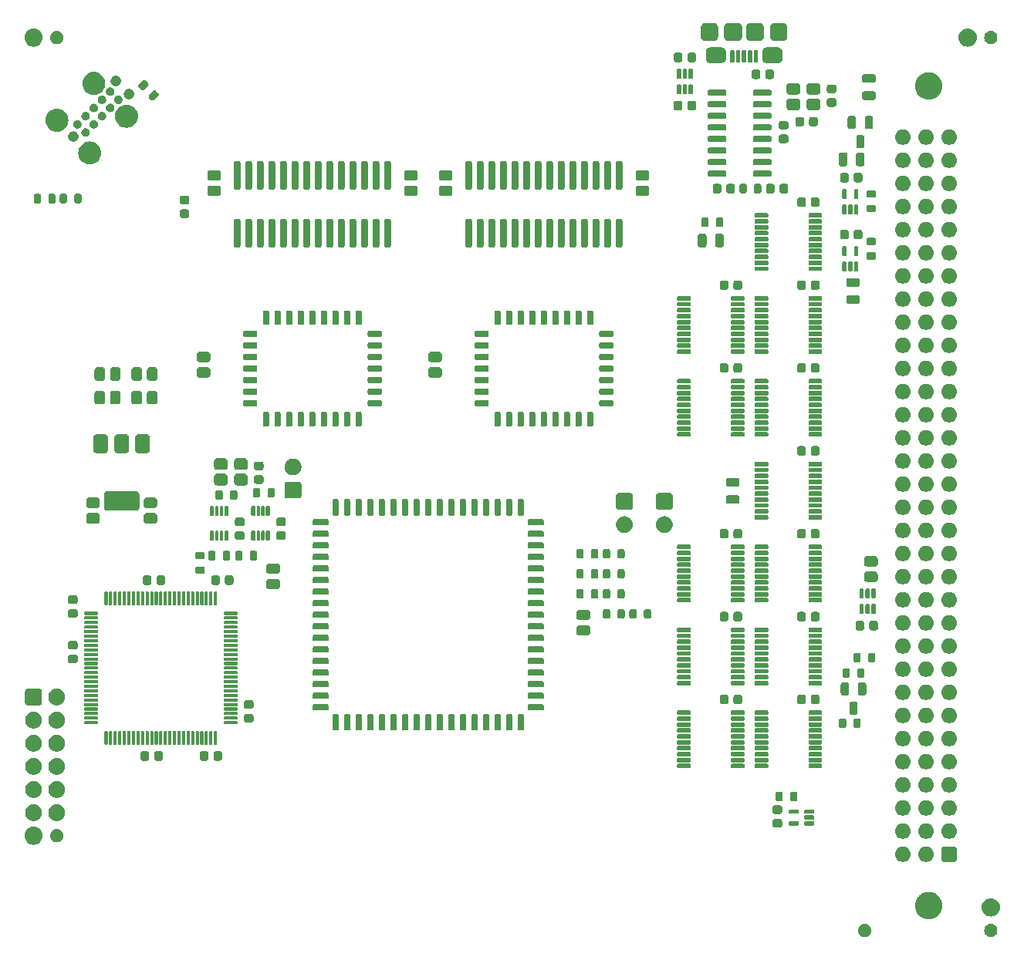
<source format=gts>
G04 #@! TF.GenerationSoftware,KiCad,Pcbnew,8.0.5*
G04 #@! TF.CreationDate,2024-10-03T05:33:06-04:00*
G04 #@! TF.ProjectId,WarpSE,57617270-5345-42e6-9b69-6361645f7063,1.0*
G04 #@! TF.SameCoordinates,Original*
G04 #@! TF.FileFunction,Soldermask,Top*
G04 #@! TF.FilePolarity,Negative*
%FSLAX46Y46*%
G04 Gerber Fmt 4.6, Leading zero omitted, Abs format (unit mm)*
G04 Created by KiCad (PCBNEW 8.0.5) date 2024-10-03 05:33:06*
%MOMM*%
%LPD*%
G01*
G04 APERTURE LIST*
G04 APERTURE END LIST*
G36*
X196630105Y-137216152D02*
G01*
X196783132Y-137269699D01*
X196920407Y-137355954D01*
X197035046Y-137470593D01*
X197121301Y-137607868D01*
X197174848Y-137760895D01*
X197193000Y-137922000D01*
X197174848Y-138083105D01*
X197121301Y-138236132D01*
X197035046Y-138373407D01*
X196920407Y-138488046D01*
X196783132Y-138574301D01*
X196630105Y-138627848D01*
X196469000Y-138646000D01*
X196307895Y-138627848D01*
X196154868Y-138574301D01*
X196017593Y-138488046D01*
X195902954Y-138373407D01*
X195816699Y-138236132D01*
X195763152Y-138083105D01*
X195745000Y-137922000D01*
X195763152Y-137760895D01*
X195816699Y-137607868D01*
X195902954Y-137470593D01*
X196017593Y-137355954D01*
X196154868Y-137269699D01*
X196307895Y-137216152D01*
X196469000Y-137198000D01*
X196630105Y-137216152D01*
G37*
G36*
X210473105Y-137216152D02*
G01*
X210626132Y-137269699D01*
X210763407Y-137355954D01*
X210878046Y-137470593D01*
X210964301Y-137607868D01*
X211017848Y-137760895D01*
X211036000Y-137922000D01*
X211017848Y-138083105D01*
X210964301Y-138236132D01*
X210878046Y-138373407D01*
X210763407Y-138488046D01*
X210626132Y-138574301D01*
X210473105Y-138627848D01*
X210312000Y-138646000D01*
X210150895Y-138627848D01*
X209997868Y-138574301D01*
X209860593Y-138488046D01*
X209745954Y-138373407D01*
X209659699Y-138236132D01*
X209606152Y-138083105D01*
X209588000Y-137922000D01*
X209606152Y-137760895D01*
X209659699Y-137607868D01*
X209745954Y-137470593D01*
X209860593Y-137355954D01*
X209997868Y-137269699D01*
X210150895Y-137216152D01*
X210312000Y-137198000D01*
X210473105Y-137216152D01*
G37*
G36*
X203562656Y-133673927D02*
G01*
X203623968Y-133673927D01*
X203678694Y-133683059D01*
X203734803Y-133687475D01*
X203802379Y-133703698D01*
X203868523Y-133714736D01*
X203915433Y-133730840D01*
X203963841Y-133742462D01*
X204034305Y-133771649D01*
X204103025Y-133795241D01*
X204141408Y-133816013D01*
X204181438Y-133832594D01*
X204252390Y-133876073D01*
X204321079Y-133913246D01*
X204350800Y-133936379D01*
X204382269Y-133955663D01*
X204451028Y-134014390D01*
X204516735Y-134065531D01*
X204538171Y-134088817D01*
X204561369Y-134108630D01*
X204625075Y-134183219D01*
X204684658Y-134247944D01*
X204698660Y-134269376D01*
X204714336Y-134287730D01*
X204770042Y-134378634D01*
X204820266Y-134455508D01*
X204828113Y-134473399D01*
X204837405Y-134488561D01*
X204882182Y-134596662D01*
X204919861Y-134682561D01*
X204923161Y-134695595D01*
X204927537Y-134706158D01*
X204958565Y-134835400D01*
X204980726Y-134922911D01*
X204981332Y-134930234D01*
X204982524Y-134935196D01*
X204997277Y-135122657D01*
X205001200Y-135170000D01*
X204997276Y-135217346D01*
X204982524Y-135404803D01*
X204981332Y-135409764D01*
X204980726Y-135417089D01*
X204958560Y-135504617D01*
X204927537Y-135633841D01*
X204923162Y-135644402D01*
X204919861Y-135657439D01*
X204882174Y-135743354D01*
X204837405Y-135851438D01*
X204828115Y-135866597D01*
X204820266Y-135884492D01*
X204770032Y-135961380D01*
X204714336Y-136052269D01*
X204698663Y-136070619D01*
X204684658Y-136092056D01*
X204625063Y-136156792D01*
X204561369Y-136231369D01*
X204538176Y-136251177D01*
X204516735Y-136274469D01*
X204451015Y-136325620D01*
X204382269Y-136384336D01*
X204350806Y-136403616D01*
X204321079Y-136426754D01*
X204252376Y-136463933D01*
X204181438Y-136507405D01*
X204141416Y-136523982D01*
X204103025Y-136544759D01*
X204034291Y-136568355D01*
X203963841Y-136597537D01*
X203915442Y-136609156D01*
X203868523Y-136625264D01*
X203802365Y-136636303D01*
X203734803Y-136652524D01*
X203678706Y-136656938D01*
X203623968Y-136666073D01*
X203562643Y-136666073D01*
X203500000Y-136671003D01*
X203437357Y-136666073D01*
X203376032Y-136666073D01*
X203321294Y-136656938D01*
X203265196Y-136652524D01*
X203197631Y-136636303D01*
X203131477Y-136625264D01*
X203084559Y-136609157D01*
X203036158Y-136597537D01*
X202965702Y-136568353D01*
X202896975Y-136544759D01*
X202858586Y-136523984D01*
X202818561Y-136507405D01*
X202747614Y-136463929D01*
X202678921Y-136426754D01*
X202649197Y-136403619D01*
X202617730Y-136384336D01*
X202548972Y-136325611D01*
X202483265Y-136274469D01*
X202461827Y-136251181D01*
X202438630Y-136231369D01*
X202374922Y-136156777D01*
X202315342Y-136092056D01*
X202301339Y-136070624D01*
X202285663Y-136052269D01*
X202229951Y-135961355D01*
X202179734Y-135884492D01*
X202171887Y-135866603D01*
X202162594Y-135851438D01*
X202117807Y-135743313D01*
X202080139Y-135657439D01*
X202076839Y-135644408D01*
X202072462Y-135633841D01*
X202041420Y-135504541D01*
X202019274Y-135417089D01*
X202018667Y-135409770D01*
X202017475Y-135404803D01*
X202002703Y-135217106D01*
X201998800Y-135170000D01*
X202002702Y-135122897D01*
X202017475Y-134935196D01*
X202018667Y-134930228D01*
X202019274Y-134922911D01*
X202041415Y-134835476D01*
X202072462Y-134706158D01*
X202076839Y-134695588D01*
X202080139Y-134682561D01*
X202117799Y-134596702D01*
X202162594Y-134488561D01*
X202171888Y-134473393D01*
X202179734Y-134455508D01*
X202229941Y-134378659D01*
X202285663Y-134287730D01*
X202301342Y-134269371D01*
X202315342Y-134247944D01*
X202374910Y-134183235D01*
X202438630Y-134108630D01*
X202461831Y-134088813D01*
X202483265Y-134065531D01*
X202548959Y-134014398D01*
X202617730Y-133955663D01*
X202649203Y-133936376D01*
X202678921Y-133913246D01*
X202747600Y-133876078D01*
X202818561Y-133832594D01*
X202858594Y-133816011D01*
X202896975Y-133795241D01*
X202965688Y-133771651D01*
X203036158Y-133742462D01*
X203084569Y-133730839D01*
X203131477Y-133714736D01*
X203197617Y-133703699D01*
X203265196Y-133687475D01*
X203321305Y-133683059D01*
X203376032Y-133673927D01*
X203437344Y-133673927D01*
X203500000Y-133668996D01*
X203562656Y-133673927D01*
G37*
G36*
X210507090Y-134401215D02*
G01*
X210694683Y-134458120D01*
X210867570Y-134550530D01*
X211019107Y-134674893D01*
X211143470Y-134826430D01*
X211235880Y-134999317D01*
X211292785Y-135186910D01*
X211312000Y-135382000D01*
X211292785Y-135577090D01*
X211235880Y-135764683D01*
X211143470Y-135937570D01*
X211019107Y-136089107D01*
X210867570Y-136213470D01*
X210694683Y-136305880D01*
X210507090Y-136362785D01*
X210312000Y-136382000D01*
X210116910Y-136362785D01*
X209929317Y-136305880D01*
X209756430Y-136213470D01*
X209604893Y-136089107D01*
X209480530Y-135937570D01*
X209388120Y-135764683D01*
X209331215Y-135577090D01*
X209312000Y-135382000D01*
X209331215Y-135186910D01*
X209388120Y-134999317D01*
X209480530Y-134826430D01*
X209604893Y-134674893D01*
X209756430Y-134550530D01*
X209929317Y-134458120D01*
X210116910Y-134401215D01*
X210312000Y-134382000D01*
X210507090Y-134401215D01*
G37*
G36*
X206349428Y-128699915D02*
G01*
X206359325Y-128704530D01*
X206365556Y-128705517D01*
X206409942Y-128728133D01*
X206452101Y-128747792D01*
X206455816Y-128751507D01*
X206456269Y-128751738D01*
X206528261Y-128823730D01*
X206528491Y-128824182D01*
X206532208Y-128827899D01*
X206551872Y-128870068D01*
X206574482Y-128914443D01*
X206575468Y-128920672D01*
X206580085Y-128930572D01*
X206591199Y-129015000D01*
X206591199Y-129019987D01*
X206591200Y-129019994D01*
X206591200Y-129716902D01*
X206591200Y-130065001D01*
X206580085Y-130149428D01*
X206575468Y-130159328D01*
X206574482Y-130165556D01*
X206551877Y-130209919D01*
X206532208Y-130252101D01*
X206528490Y-130255818D01*
X206528261Y-130256269D01*
X206456269Y-130328261D01*
X206455818Y-130328490D01*
X206452101Y-130332208D01*
X206409919Y-130351877D01*
X206365556Y-130374482D01*
X206359328Y-130375468D01*
X206349428Y-130380085D01*
X206265000Y-130391199D01*
X206260011Y-130391199D01*
X206260005Y-130391200D01*
X205219995Y-130391200D01*
X205219994Y-130391199D01*
X205214999Y-130391200D01*
X205130572Y-130380085D01*
X205120672Y-130375468D01*
X205114443Y-130374482D01*
X205070068Y-130351872D01*
X205027899Y-130332208D01*
X205024182Y-130328491D01*
X205023730Y-130328261D01*
X204951738Y-130256269D01*
X204951507Y-130255816D01*
X204947792Y-130252101D01*
X204928133Y-130209942D01*
X204905517Y-130165556D01*
X204904530Y-130159325D01*
X204899915Y-130149428D01*
X204888801Y-130065000D01*
X204888800Y-130060011D01*
X204888800Y-130060005D01*
X204888800Y-129019994D01*
X204888800Y-129019993D01*
X204888800Y-129014999D01*
X204899915Y-128930572D01*
X204904529Y-128920675D01*
X204905517Y-128914443D01*
X204928138Y-128870045D01*
X204947792Y-128827899D01*
X204951506Y-128824184D01*
X204951738Y-128823730D01*
X205023730Y-128751738D01*
X205024184Y-128751506D01*
X205027899Y-128747792D01*
X205070045Y-128728138D01*
X205114443Y-128705517D01*
X205120675Y-128704529D01*
X205130572Y-128699915D01*
X205215000Y-128688801D01*
X205219988Y-128688800D01*
X205219995Y-128688800D01*
X206260005Y-128688800D01*
X206265001Y-128688800D01*
X206349428Y-128699915D01*
G37*
G36*
X200923035Y-128730461D02*
G01*
X201085600Y-128802839D01*
X201229564Y-128907435D01*
X201348635Y-129039677D01*
X201437610Y-129193786D01*
X201492599Y-129363026D01*
X201511200Y-129540000D01*
X201492599Y-129716974D01*
X201437610Y-129886214D01*
X201348635Y-130040323D01*
X201229564Y-130172565D01*
X201085600Y-130277161D01*
X200923035Y-130349539D01*
X200748975Y-130386537D01*
X200571025Y-130386537D01*
X200396965Y-130349539D01*
X200234400Y-130277161D01*
X200090436Y-130172565D01*
X199971365Y-130040323D01*
X199882390Y-129886214D01*
X199827401Y-129716974D01*
X199808800Y-129540000D01*
X199827401Y-129363026D01*
X199882390Y-129193786D01*
X199971365Y-129039677D01*
X200090436Y-128907435D01*
X200234400Y-128802839D01*
X200396965Y-128730461D01*
X200571025Y-128693463D01*
X200748975Y-128693463D01*
X200923035Y-128730461D01*
G37*
G36*
X203463035Y-128730461D02*
G01*
X203625600Y-128802839D01*
X203769564Y-128907435D01*
X203888635Y-129039677D01*
X203977610Y-129193786D01*
X204032599Y-129363026D01*
X204051200Y-129540000D01*
X204032599Y-129716974D01*
X203977610Y-129886214D01*
X203888635Y-130040323D01*
X203769564Y-130172565D01*
X203625600Y-130277161D01*
X203463035Y-130349539D01*
X203288975Y-130386537D01*
X203111025Y-130386537D01*
X202936965Y-130349539D01*
X202774400Y-130277161D01*
X202630436Y-130172565D01*
X202511365Y-130040323D01*
X202422390Y-129886214D01*
X202367401Y-129716974D01*
X202348800Y-129540000D01*
X202367401Y-129363026D01*
X202422390Y-129193786D01*
X202511365Y-129039677D01*
X202630436Y-128907435D01*
X202774400Y-128802839D01*
X202936965Y-128730461D01*
X203111025Y-128693463D01*
X203288975Y-128693463D01*
X203463035Y-128730461D01*
G37*
G36*
X105478090Y-126527215D02*
G01*
X105665683Y-126584120D01*
X105838570Y-126676530D01*
X105990107Y-126800893D01*
X106114470Y-126952430D01*
X106206880Y-127125317D01*
X106263785Y-127312910D01*
X106283000Y-127508000D01*
X106263785Y-127703090D01*
X106206880Y-127890683D01*
X106114470Y-128063570D01*
X105990107Y-128215107D01*
X105838570Y-128339470D01*
X105665683Y-128431880D01*
X105478090Y-128488785D01*
X105283000Y-128508000D01*
X105087910Y-128488785D01*
X104900317Y-128431880D01*
X104727430Y-128339470D01*
X104575893Y-128215107D01*
X104451530Y-128063570D01*
X104359120Y-127890683D01*
X104302215Y-127703090D01*
X104283000Y-127508000D01*
X104302215Y-127312910D01*
X104359120Y-127125317D01*
X104451530Y-126952430D01*
X104575893Y-126800893D01*
X104727430Y-126676530D01*
X104900317Y-126584120D01*
X105087910Y-126527215D01*
X105283000Y-126508000D01*
X105478090Y-126527215D01*
G37*
G36*
X107984105Y-126802152D02*
G01*
X108137132Y-126855699D01*
X108274407Y-126941954D01*
X108389046Y-127056593D01*
X108475301Y-127193868D01*
X108528848Y-127346895D01*
X108547000Y-127508000D01*
X108528848Y-127669105D01*
X108475301Y-127822132D01*
X108389046Y-127959407D01*
X108274407Y-128074046D01*
X108137132Y-128160301D01*
X107984105Y-128213848D01*
X107823000Y-128232000D01*
X107661895Y-128213848D01*
X107508868Y-128160301D01*
X107371593Y-128074046D01*
X107256954Y-127959407D01*
X107170699Y-127822132D01*
X107117152Y-127669105D01*
X107099000Y-127508000D01*
X107117152Y-127346895D01*
X107170699Y-127193868D01*
X107256954Y-127056593D01*
X107371593Y-126941954D01*
X107508868Y-126855699D01*
X107661895Y-126802152D01*
X107823000Y-126784000D01*
X107984105Y-126802152D01*
G37*
G36*
X200923035Y-126190461D02*
G01*
X201085600Y-126262839D01*
X201229564Y-126367435D01*
X201348635Y-126499677D01*
X201437610Y-126653786D01*
X201492599Y-126823026D01*
X201511200Y-127000000D01*
X201492599Y-127176974D01*
X201437610Y-127346214D01*
X201348635Y-127500323D01*
X201229564Y-127632565D01*
X201085600Y-127737161D01*
X200923035Y-127809539D01*
X200748975Y-127846537D01*
X200571025Y-127846537D01*
X200396965Y-127809539D01*
X200234400Y-127737161D01*
X200090436Y-127632565D01*
X199971365Y-127500323D01*
X199882390Y-127346214D01*
X199827401Y-127176974D01*
X199808800Y-127000000D01*
X199827401Y-126823026D01*
X199882390Y-126653786D01*
X199971365Y-126499677D01*
X200090436Y-126367435D01*
X200234400Y-126262839D01*
X200396965Y-126190461D01*
X200571025Y-126153463D01*
X200748975Y-126153463D01*
X200923035Y-126190461D01*
G37*
G36*
X203463035Y-126190461D02*
G01*
X203625600Y-126262839D01*
X203769564Y-126367435D01*
X203888635Y-126499677D01*
X203977610Y-126653786D01*
X204032599Y-126823026D01*
X204051200Y-127000000D01*
X204032599Y-127176974D01*
X203977610Y-127346214D01*
X203888635Y-127500323D01*
X203769564Y-127632565D01*
X203625600Y-127737161D01*
X203463035Y-127809539D01*
X203288975Y-127846537D01*
X203111025Y-127846537D01*
X202936965Y-127809539D01*
X202774400Y-127737161D01*
X202630436Y-127632565D01*
X202511365Y-127500323D01*
X202422390Y-127346214D01*
X202367401Y-127176974D01*
X202348800Y-127000000D01*
X202367401Y-126823026D01*
X202422390Y-126653786D01*
X202511365Y-126499677D01*
X202630436Y-126367435D01*
X202774400Y-126262839D01*
X202936965Y-126190461D01*
X203111025Y-126153463D01*
X203288975Y-126153463D01*
X203463035Y-126190461D01*
G37*
G36*
X206003035Y-126190461D02*
G01*
X206165600Y-126262839D01*
X206309564Y-126367435D01*
X206428635Y-126499677D01*
X206517610Y-126653786D01*
X206572599Y-126823026D01*
X206591200Y-127000000D01*
X206572599Y-127176974D01*
X206517610Y-127346214D01*
X206428635Y-127500323D01*
X206309564Y-127632565D01*
X206165600Y-127737161D01*
X206003035Y-127809539D01*
X205828975Y-127846537D01*
X205651025Y-127846537D01*
X205476965Y-127809539D01*
X205314400Y-127737161D01*
X205170436Y-127632565D01*
X205051365Y-127500323D01*
X204962390Y-127346214D01*
X204907401Y-127176974D01*
X204888800Y-127000000D01*
X204907401Y-126823026D01*
X204962390Y-126653786D01*
X205051365Y-126499677D01*
X205170436Y-126367435D01*
X205314400Y-126262839D01*
X205476965Y-126190461D01*
X205651025Y-126153463D01*
X205828975Y-126153463D01*
X206003035Y-126190461D01*
G37*
G36*
X187170648Y-125676620D02*
G01*
X187228896Y-125684289D01*
X187243549Y-125691122D01*
X187262954Y-125694982D01*
X187288657Y-125712156D01*
X187312500Y-125723274D01*
X187327003Y-125737777D01*
X187348116Y-125751884D01*
X187362222Y-125772996D01*
X187376725Y-125787499D01*
X187387842Y-125811339D01*
X187405018Y-125837046D01*
X187408878Y-125856452D01*
X187415710Y-125871103D01*
X187423376Y-125929338D01*
X187425000Y-125937500D01*
X187425000Y-126362500D01*
X187423376Y-126370663D01*
X187415710Y-126428896D01*
X187408878Y-126443546D01*
X187405018Y-126462954D01*
X187387840Y-126488662D01*
X187376725Y-126512500D01*
X187362224Y-126527000D01*
X187348116Y-126548116D01*
X187327000Y-126562224D01*
X187312500Y-126576725D01*
X187288662Y-126587840D01*
X187262954Y-126605018D01*
X187243546Y-126608878D01*
X187228896Y-126615710D01*
X187170663Y-126623376D01*
X187162500Y-126625000D01*
X186637500Y-126625000D01*
X186629338Y-126623376D01*
X186571103Y-126615710D01*
X186556452Y-126608878D01*
X186537046Y-126605018D01*
X186511339Y-126587842D01*
X186487499Y-126576725D01*
X186472996Y-126562222D01*
X186451884Y-126548116D01*
X186437777Y-126527003D01*
X186423274Y-126512500D01*
X186412156Y-126488657D01*
X186394982Y-126462954D01*
X186391122Y-126443549D01*
X186384289Y-126428896D01*
X186376620Y-126370648D01*
X186375000Y-126362500D01*
X186375000Y-125937500D01*
X186376620Y-125929353D01*
X186384289Y-125871103D01*
X186391122Y-125856448D01*
X186394982Y-125837046D01*
X186412154Y-125811344D01*
X186423274Y-125787499D01*
X186437779Y-125772993D01*
X186451884Y-125751884D01*
X186472993Y-125737779D01*
X186487499Y-125723274D01*
X186511344Y-125712154D01*
X186537046Y-125694982D01*
X186556448Y-125691122D01*
X186571103Y-125684289D01*
X186629353Y-125676620D01*
X186637500Y-125675000D01*
X187162500Y-125675000D01*
X187170648Y-125676620D01*
G37*
G36*
X189153576Y-125920657D02*
G01*
X189198995Y-125951005D01*
X189229343Y-125996424D01*
X189240000Y-126050000D01*
X189240000Y-126250000D01*
X189229343Y-126303576D01*
X189198995Y-126348995D01*
X189153576Y-126379343D01*
X189100000Y-126390000D01*
X188300000Y-126390000D01*
X188246424Y-126379343D01*
X188201005Y-126348995D01*
X188170657Y-126303576D01*
X188160000Y-126250000D01*
X188160000Y-126050000D01*
X188170657Y-125996424D01*
X188201005Y-125951005D01*
X188246424Y-125920657D01*
X188300000Y-125910000D01*
X189100000Y-125910000D01*
X189153576Y-125920657D01*
G37*
G36*
X190853576Y-125920657D02*
G01*
X190898995Y-125951005D01*
X190929343Y-125996424D01*
X190940000Y-126050000D01*
X190940000Y-126250000D01*
X190929343Y-126303576D01*
X190898995Y-126348995D01*
X190853576Y-126379343D01*
X190800000Y-126390000D01*
X190000000Y-126390000D01*
X189946424Y-126379343D01*
X189901005Y-126348995D01*
X189870657Y-126303576D01*
X189860000Y-126250000D01*
X189860000Y-126050000D01*
X189870657Y-125996424D01*
X189901005Y-125951005D01*
X189946424Y-125920657D01*
X190000000Y-125910000D01*
X190800000Y-125910000D01*
X190853576Y-125920657D01*
G37*
G36*
X105331402Y-124046874D02*
G01*
X105379814Y-124046874D01*
X105421615Y-124055759D01*
X105463630Y-124059897D01*
X105516411Y-124075908D01*
X105569212Y-124087131D01*
X105603000Y-124102174D01*
X105637325Y-124112587D01*
X105691873Y-124141743D01*
X105746100Y-124165887D01*
X105771310Y-124184203D01*
X105797399Y-124198148D01*
X105850618Y-124241823D01*
X105902749Y-124279699D01*
X105919674Y-124298497D01*
X105937705Y-124313294D01*
X105986154Y-124372330D01*
X106032312Y-124423593D01*
X106042009Y-124440389D01*
X106052851Y-124453600D01*
X106092961Y-124528642D01*
X106129126Y-124591281D01*
X106133285Y-124604083D01*
X106138412Y-124613674D01*
X106166680Y-124706862D01*
X106188960Y-124775432D01*
X106189744Y-124782892D01*
X106191102Y-124787369D01*
X106204308Y-124921457D01*
X106209200Y-124968000D01*
X106204307Y-125014546D01*
X106191102Y-125148630D01*
X106189744Y-125153105D01*
X106188960Y-125160568D01*
X106166675Y-125229151D01*
X106138412Y-125322325D01*
X106133286Y-125331914D01*
X106129126Y-125344719D01*
X106092954Y-125407370D01*
X106052851Y-125482399D01*
X106042011Y-125495607D01*
X106032312Y-125512407D01*
X105986145Y-125563679D01*
X105937705Y-125622705D01*
X105919678Y-125637499D01*
X105902749Y-125656301D01*
X105850607Y-125694183D01*
X105797399Y-125737851D01*
X105771315Y-125751792D01*
X105746100Y-125770113D01*
X105691862Y-125794261D01*
X105637325Y-125823412D01*
X105603007Y-125833822D01*
X105569212Y-125848869D01*
X105516400Y-125860094D01*
X105463630Y-125876102D01*
X105421624Y-125880239D01*
X105379814Y-125889126D01*
X105331391Y-125889126D01*
X105283000Y-125893892D01*
X105234608Y-125889126D01*
X105186186Y-125889126D01*
X105144376Y-125880239D01*
X105102369Y-125876102D01*
X105049596Y-125860093D01*
X104996788Y-125848869D01*
X104962994Y-125833822D01*
X104928674Y-125823412D01*
X104874131Y-125794258D01*
X104819900Y-125770113D01*
X104794687Y-125751794D01*
X104768600Y-125737851D01*
X104715383Y-125694177D01*
X104663251Y-125656301D01*
X104646324Y-125637502D01*
X104628294Y-125622705D01*
X104579843Y-125563667D01*
X104533688Y-125512407D01*
X104523991Y-125495611D01*
X104513148Y-125482399D01*
X104473032Y-125407347D01*
X104436874Y-125344719D01*
X104432714Y-125331918D01*
X104427587Y-125322325D01*
X104399308Y-125229105D01*
X104377040Y-125160568D01*
X104376256Y-125153110D01*
X104374897Y-125148630D01*
X104361676Y-125014394D01*
X104356800Y-124968000D01*
X104361675Y-124921608D01*
X104374897Y-124787369D01*
X104376256Y-124782887D01*
X104377040Y-124775432D01*
X104399304Y-124706908D01*
X104427587Y-124613674D01*
X104432715Y-124604078D01*
X104436874Y-124591281D01*
X104473024Y-124528665D01*
X104513148Y-124453600D01*
X104523993Y-124440385D01*
X104533688Y-124423593D01*
X104579833Y-124372342D01*
X104628294Y-124313294D01*
X104646327Y-124298494D01*
X104663251Y-124279699D01*
X104715373Y-124241830D01*
X104768600Y-124198148D01*
X104794692Y-124184201D01*
X104819900Y-124165887D01*
X104874120Y-124141746D01*
X104928674Y-124112587D01*
X104963001Y-124102173D01*
X104996788Y-124087131D01*
X105049585Y-124075908D01*
X105102369Y-124059897D01*
X105144384Y-124055758D01*
X105186186Y-124046874D01*
X105234598Y-124046874D01*
X105283000Y-124042107D01*
X105331402Y-124046874D01*
G37*
G36*
X107871402Y-124046874D02*
G01*
X107919814Y-124046874D01*
X107961615Y-124055759D01*
X108003630Y-124059897D01*
X108056411Y-124075908D01*
X108109212Y-124087131D01*
X108143000Y-124102174D01*
X108177325Y-124112587D01*
X108231873Y-124141743D01*
X108286100Y-124165887D01*
X108311310Y-124184203D01*
X108337399Y-124198148D01*
X108390618Y-124241823D01*
X108442749Y-124279699D01*
X108459674Y-124298497D01*
X108477705Y-124313294D01*
X108526154Y-124372330D01*
X108572312Y-124423593D01*
X108582009Y-124440389D01*
X108592851Y-124453600D01*
X108632961Y-124528642D01*
X108669126Y-124591281D01*
X108673285Y-124604083D01*
X108678412Y-124613674D01*
X108706680Y-124706862D01*
X108728960Y-124775432D01*
X108729744Y-124782892D01*
X108731102Y-124787369D01*
X108744308Y-124921457D01*
X108749200Y-124968000D01*
X108744307Y-125014546D01*
X108731102Y-125148630D01*
X108729744Y-125153105D01*
X108728960Y-125160568D01*
X108706675Y-125229151D01*
X108678412Y-125322325D01*
X108673286Y-125331914D01*
X108669126Y-125344719D01*
X108632954Y-125407370D01*
X108592851Y-125482399D01*
X108582011Y-125495607D01*
X108572312Y-125512407D01*
X108526145Y-125563679D01*
X108477705Y-125622705D01*
X108459678Y-125637499D01*
X108442749Y-125656301D01*
X108390607Y-125694183D01*
X108337399Y-125737851D01*
X108311315Y-125751792D01*
X108286100Y-125770113D01*
X108231862Y-125794261D01*
X108177325Y-125823412D01*
X108143007Y-125833822D01*
X108109212Y-125848869D01*
X108056400Y-125860094D01*
X108003630Y-125876102D01*
X107961624Y-125880239D01*
X107919814Y-125889126D01*
X107871391Y-125889126D01*
X107823000Y-125893892D01*
X107774608Y-125889126D01*
X107726186Y-125889126D01*
X107684376Y-125880239D01*
X107642369Y-125876102D01*
X107589596Y-125860093D01*
X107536788Y-125848869D01*
X107502994Y-125833822D01*
X107468674Y-125823412D01*
X107414131Y-125794258D01*
X107359900Y-125770113D01*
X107334687Y-125751794D01*
X107308600Y-125737851D01*
X107255383Y-125694177D01*
X107203251Y-125656301D01*
X107186324Y-125637502D01*
X107168294Y-125622705D01*
X107119843Y-125563667D01*
X107073688Y-125512407D01*
X107063991Y-125495611D01*
X107053148Y-125482399D01*
X107013032Y-125407347D01*
X106976874Y-125344719D01*
X106972714Y-125331918D01*
X106967587Y-125322325D01*
X106939308Y-125229105D01*
X106917040Y-125160568D01*
X106916256Y-125153110D01*
X106914897Y-125148630D01*
X106901676Y-125014394D01*
X106896800Y-124968000D01*
X106901675Y-124921608D01*
X106914897Y-124787369D01*
X106916256Y-124782887D01*
X106917040Y-124775432D01*
X106939304Y-124706908D01*
X106967587Y-124613674D01*
X106972715Y-124604078D01*
X106976874Y-124591281D01*
X107013024Y-124528665D01*
X107053148Y-124453600D01*
X107063993Y-124440385D01*
X107073688Y-124423593D01*
X107119833Y-124372342D01*
X107168294Y-124313294D01*
X107186327Y-124298494D01*
X107203251Y-124279699D01*
X107255373Y-124241830D01*
X107308600Y-124198148D01*
X107334692Y-124184201D01*
X107359900Y-124165887D01*
X107414120Y-124141746D01*
X107468674Y-124112587D01*
X107503001Y-124102173D01*
X107536788Y-124087131D01*
X107589585Y-124075908D01*
X107642369Y-124059897D01*
X107684384Y-124055758D01*
X107726186Y-124046874D01*
X107774598Y-124046874D01*
X107823000Y-124042107D01*
X107871402Y-124046874D01*
G37*
G36*
X190853576Y-125270657D02*
G01*
X190898995Y-125301005D01*
X190929343Y-125346424D01*
X190940000Y-125400000D01*
X190940000Y-125600000D01*
X190929343Y-125653576D01*
X190898995Y-125698995D01*
X190853576Y-125729343D01*
X190800000Y-125740000D01*
X190000000Y-125740000D01*
X189946424Y-125729343D01*
X189901005Y-125698995D01*
X189870657Y-125653576D01*
X189860000Y-125600000D01*
X189860000Y-125400000D01*
X189870657Y-125346424D01*
X189901005Y-125301005D01*
X189946424Y-125270657D01*
X190000000Y-125260000D01*
X190800000Y-125260000D01*
X190853576Y-125270657D01*
G37*
G36*
X200923035Y-123650461D02*
G01*
X201085600Y-123722839D01*
X201229564Y-123827435D01*
X201348635Y-123959677D01*
X201437610Y-124113786D01*
X201492599Y-124283026D01*
X201511200Y-124460000D01*
X201492599Y-124636974D01*
X201437610Y-124806214D01*
X201348635Y-124960323D01*
X201229564Y-125092565D01*
X201085600Y-125197161D01*
X200923035Y-125269539D01*
X200748975Y-125306537D01*
X200571025Y-125306537D01*
X200396965Y-125269539D01*
X200234400Y-125197161D01*
X200090436Y-125092565D01*
X199971365Y-124960323D01*
X199882390Y-124806214D01*
X199827401Y-124636974D01*
X199808800Y-124460000D01*
X199827401Y-124283026D01*
X199882390Y-124113786D01*
X199971365Y-123959677D01*
X200090436Y-123827435D01*
X200234400Y-123722839D01*
X200396965Y-123650461D01*
X200571025Y-123613463D01*
X200748975Y-123613463D01*
X200923035Y-123650461D01*
G37*
G36*
X203463035Y-123650461D02*
G01*
X203625600Y-123722839D01*
X203769564Y-123827435D01*
X203888635Y-123959677D01*
X203977610Y-124113786D01*
X204032599Y-124283026D01*
X204051200Y-124460000D01*
X204032599Y-124636974D01*
X203977610Y-124806214D01*
X203888635Y-124960323D01*
X203769564Y-125092565D01*
X203625600Y-125197161D01*
X203463035Y-125269539D01*
X203288975Y-125306537D01*
X203111025Y-125306537D01*
X202936965Y-125269539D01*
X202774400Y-125197161D01*
X202630436Y-125092565D01*
X202511365Y-124960323D01*
X202422390Y-124806214D01*
X202367401Y-124636974D01*
X202348800Y-124460000D01*
X202367401Y-124283026D01*
X202422390Y-124113786D01*
X202511365Y-123959677D01*
X202630436Y-123827435D01*
X202774400Y-123722839D01*
X202936965Y-123650461D01*
X203111025Y-123613463D01*
X203288975Y-123613463D01*
X203463035Y-123650461D01*
G37*
G36*
X206003035Y-123650461D02*
G01*
X206165600Y-123722839D01*
X206309564Y-123827435D01*
X206428635Y-123959677D01*
X206517610Y-124113786D01*
X206572599Y-124283026D01*
X206591200Y-124460000D01*
X206572599Y-124636974D01*
X206517610Y-124806214D01*
X206428635Y-124960323D01*
X206309564Y-125092565D01*
X206165600Y-125197161D01*
X206003035Y-125269539D01*
X205828975Y-125306537D01*
X205651025Y-125306537D01*
X205476965Y-125269539D01*
X205314400Y-125197161D01*
X205170436Y-125092565D01*
X205051365Y-124960323D01*
X204962390Y-124806214D01*
X204907401Y-124636974D01*
X204888800Y-124460000D01*
X204907401Y-124283026D01*
X204962390Y-124113786D01*
X205051365Y-123959677D01*
X205170436Y-123827435D01*
X205314400Y-123722839D01*
X205476965Y-123650461D01*
X205651025Y-123613463D01*
X205828975Y-123613463D01*
X206003035Y-123650461D01*
G37*
G36*
X187170648Y-124176620D02*
G01*
X187228896Y-124184289D01*
X187243549Y-124191122D01*
X187262954Y-124194982D01*
X187288657Y-124212156D01*
X187312500Y-124223274D01*
X187327003Y-124237777D01*
X187348116Y-124251884D01*
X187362222Y-124272996D01*
X187376725Y-124287499D01*
X187387842Y-124311339D01*
X187405018Y-124337046D01*
X187408878Y-124356452D01*
X187415710Y-124371103D01*
X187423376Y-124429338D01*
X187425000Y-124437500D01*
X187425000Y-124862500D01*
X187423376Y-124870663D01*
X187415710Y-124928896D01*
X187408878Y-124943546D01*
X187405018Y-124962954D01*
X187387840Y-124988662D01*
X187376725Y-125012500D01*
X187362224Y-125027000D01*
X187348116Y-125048116D01*
X187327000Y-125062224D01*
X187312500Y-125076725D01*
X187288662Y-125087840D01*
X187262954Y-125105018D01*
X187243546Y-125108878D01*
X187228896Y-125115710D01*
X187170663Y-125123376D01*
X187162500Y-125125000D01*
X186637500Y-125125000D01*
X186629338Y-125123376D01*
X186571103Y-125115710D01*
X186556452Y-125108878D01*
X186537046Y-125105018D01*
X186511339Y-125087842D01*
X186487499Y-125076725D01*
X186472996Y-125062222D01*
X186451884Y-125048116D01*
X186437777Y-125027003D01*
X186423274Y-125012500D01*
X186412156Y-124988657D01*
X186394982Y-124962954D01*
X186391122Y-124943549D01*
X186384289Y-124928896D01*
X186376620Y-124870648D01*
X186375000Y-124862500D01*
X186375000Y-124437500D01*
X186376620Y-124429353D01*
X186384289Y-124371103D01*
X186391122Y-124356448D01*
X186394982Y-124337046D01*
X186412154Y-124311344D01*
X186423274Y-124287499D01*
X186437779Y-124272993D01*
X186451884Y-124251884D01*
X186472993Y-124237779D01*
X186487499Y-124223274D01*
X186511344Y-124212154D01*
X186537046Y-124194982D01*
X186556448Y-124191122D01*
X186571103Y-124184289D01*
X186629353Y-124176620D01*
X186637500Y-124175000D01*
X187162500Y-124175000D01*
X187170648Y-124176620D01*
G37*
G36*
X189153576Y-124620657D02*
G01*
X189198995Y-124651005D01*
X189229343Y-124696424D01*
X189240000Y-124750000D01*
X189240000Y-124950000D01*
X189229343Y-125003576D01*
X189198995Y-125048995D01*
X189153576Y-125079343D01*
X189100000Y-125090000D01*
X188300000Y-125090000D01*
X188246424Y-125079343D01*
X188201005Y-125048995D01*
X188170657Y-125003576D01*
X188160000Y-124950000D01*
X188160000Y-124750000D01*
X188170657Y-124696424D01*
X188201005Y-124651005D01*
X188246424Y-124620657D01*
X188300000Y-124610000D01*
X189100000Y-124610000D01*
X189153576Y-124620657D01*
G37*
G36*
X190853576Y-124620657D02*
G01*
X190898995Y-124651005D01*
X190929343Y-124696424D01*
X190940000Y-124750000D01*
X190940000Y-124950000D01*
X190929343Y-125003576D01*
X190898995Y-125048995D01*
X190853576Y-125079343D01*
X190800000Y-125090000D01*
X190000000Y-125090000D01*
X189946424Y-125079343D01*
X189901005Y-125048995D01*
X189870657Y-125003576D01*
X189860000Y-124950000D01*
X189860000Y-124750000D01*
X189870657Y-124696424D01*
X189901005Y-124651005D01*
X189946424Y-124620657D01*
X190000000Y-124610000D01*
X190800000Y-124610000D01*
X190853576Y-124620657D01*
G37*
G36*
X187280139Y-122676022D02*
G01*
X187324192Y-122681133D01*
X187339243Y-122687778D01*
X187361104Y-122692127D01*
X187384506Y-122707763D01*
X187401531Y-122715281D01*
X187413159Y-122726909D01*
X187434099Y-122740901D01*
X187448090Y-122761840D01*
X187459718Y-122773468D01*
X187467234Y-122790491D01*
X187482873Y-122813896D01*
X187487221Y-122835759D01*
X187493866Y-122850807D01*
X187498975Y-122894850D01*
X187500000Y-122900000D01*
X187500000Y-123500000D01*
X187498975Y-123505151D01*
X187493866Y-123549192D01*
X187487222Y-123564239D01*
X187482873Y-123586104D01*
X187467233Y-123609510D01*
X187459718Y-123626531D01*
X187448092Y-123638156D01*
X187434099Y-123659099D01*
X187413156Y-123673092D01*
X187401531Y-123684718D01*
X187384510Y-123692233D01*
X187361104Y-123707873D01*
X187339239Y-123712222D01*
X187324192Y-123718866D01*
X187280151Y-123723975D01*
X187275000Y-123725000D01*
X186925000Y-123725000D01*
X186919850Y-123723975D01*
X186875807Y-123718866D01*
X186860759Y-123712221D01*
X186838896Y-123707873D01*
X186815491Y-123692234D01*
X186798468Y-123684718D01*
X186786840Y-123673090D01*
X186765901Y-123659099D01*
X186751909Y-123638159D01*
X186740281Y-123626531D01*
X186732763Y-123609506D01*
X186717127Y-123586104D01*
X186712778Y-123564243D01*
X186706133Y-123549192D01*
X186701022Y-123505139D01*
X186700000Y-123500000D01*
X186700000Y-122900000D01*
X186701021Y-122894862D01*
X186706133Y-122850807D01*
X186712779Y-122835754D01*
X186717127Y-122813896D01*
X186732762Y-122790495D01*
X186740281Y-122773468D01*
X186751911Y-122761837D01*
X186765901Y-122740901D01*
X186786837Y-122726911D01*
X186798468Y-122715281D01*
X186815495Y-122707762D01*
X186838896Y-122692127D01*
X186860754Y-122687779D01*
X186875807Y-122681133D01*
X186919862Y-122676021D01*
X186925000Y-122675000D01*
X187275000Y-122675000D01*
X187280139Y-122676022D01*
G37*
G36*
X188880139Y-122676022D02*
G01*
X188924192Y-122681133D01*
X188939243Y-122687778D01*
X188961104Y-122692127D01*
X188984506Y-122707763D01*
X189001531Y-122715281D01*
X189013159Y-122726909D01*
X189034099Y-122740901D01*
X189048090Y-122761840D01*
X189059718Y-122773468D01*
X189067234Y-122790491D01*
X189082873Y-122813896D01*
X189087221Y-122835759D01*
X189093866Y-122850807D01*
X189098975Y-122894850D01*
X189100000Y-122900000D01*
X189100000Y-123500000D01*
X189098975Y-123505151D01*
X189093866Y-123549192D01*
X189087222Y-123564239D01*
X189082873Y-123586104D01*
X189067233Y-123609510D01*
X189059718Y-123626531D01*
X189048092Y-123638156D01*
X189034099Y-123659099D01*
X189013156Y-123673092D01*
X189001531Y-123684718D01*
X188984510Y-123692233D01*
X188961104Y-123707873D01*
X188939239Y-123712222D01*
X188924192Y-123718866D01*
X188880151Y-123723975D01*
X188875000Y-123725000D01*
X188525000Y-123725000D01*
X188519850Y-123723975D01*
X188475807Y-123718866D01*
X188460759Y-123712221D01*
X188438896Y-123707873D01*
X188415491Y-123692234D01*
X188398468Y-123684718D01*
X188386840Y-123673090D01*
X188365901Y-123659099D01*
X188351909Y-123638159D01*
X188340281Y-123626531D01*
X188332763Y-123609506D01*
X188317127Y-123586104D01*
X188312778Y-123564243D01*
X188306133Y-123549192D01*
X188301022Y-123505139D01*
X188300000Y-123500000D01*
X188300000Y-122900000D01*
X188301021Y-122894862D01*
X188306133Y-122850807D01*
X188312779Y-122835754D01*
X188317127Y-122813896D01*
X188332762Y-122790495D01*
X188340281Y-122773468D01*
X188351911Y-122761837D01*
X188365901Y-122740901D01*
X188386837Y-122726911D01*
X188398468Y-122715281D01*
X188415495Y-122707762D01*
X188438896Y-122692127D01*
X188460754Y-122687779D01*
X188475807Y-122681133D01*
X188519862Y-122676021D01*
X188525000Y-122675000D01*
X188875000Y-122675000D01*
X188880139Y-122676022D01*
G37*
G36*
X105331402Y-121506874D02*
G01*
X105379814Y-121506874D01*
X105421615Y-121515759D01*
X105463630Y-121519897D01*
X105516411Y-121535908D01*
X105569212Y-121547131D01*
X105603000Y-121562174D01*
X105637325Y-121572587D01*
X105691873Y-121601743D01*
X105746100Y-121625887D01*
X105771310Y-121644203D01*
X105797399Y-121658148D01*
X105850618Y-121701823D01*
X105902749Y-121739699D01*
X105919674Y-121758497D01*
X105937705Y-121773294D01*
X105986154Y-121832330D01*
X106032312Y-121883593D01*
X106042009Y-121900389D01*
X106052851Y-121913600D01*
X106092961Y-121988642D01*
X106129126Y-122051281D01*
X106133285Y-122064083D01*
X106138412Y-122073674D01*
X106166680Y-122166862D01*
X106188960Y-122235432D01*
X106189744Y-122242892D01*
X106191102Y-122247369D01*
X106204308Y-122381457D01*
X106209200Y-122428000D01*
X106204307Y-122474546D01*
X106191102Y-122608630D01*
X106189744Y-122613105D01*
X106188960Y-122620568D01*
X106166675Y-122689151D01*
X106138412Y-122782325D01*
X106133286Y-122791914D01*
X106129126Y-122804719D01*
X106092954Y-122867370D01*
X106052851Y-122942399D01*
X106042011Y-122955607D01*
X106032312Y-122972407D01*
X105986145Y-123023679D01*
X105937705Y-123082705D01*
X105919678Y-123097499D01*
X105902749Y-123116301D01*
X105850607Y-123154183D01*
X105797399Y-123197851D01*
X105771315Y-123211792D01*
X105746100Y-123230113D01*
X105691862Y-123254261D01*
X105637325Y-123283412D01*
X105603007Y-123293822D01*
X105569212Y-123308869D01*
X105516400Y-123320094D01*
X105463630Y-123336102D01*
X105421624Y-123340239D01*
X105379814Y-123349126D01*
X105331391Y-123349126D01*
X105283000Y-123353892D01*
X105234608Y-123349126D01*
X105186186Y-123349126D01*
X105144376Y-123340239D01*
X105102369Y-123336102D01*
X105049596Y-123320093D01*
X104996788Y-123308869D01*
X104962994Y-123293822D01*
X104928674Y-123283412D01*
X104874131Y-123254258D01*
X104819900Y-123230113D01*
X104794687Y-123211794D01*
X104768600Y-123197851D01*
X104715383Y-123154177D01*
X104663251Y-123116301D01*
X104646324Y-123097502D01*
X104628294Y-123082705D01*
X104579843Y-123023667D01*
X104533688Y-122972407D01*
X104523991Y-122955611D01*
X104513148Y-122942399D01*
X104473032Y-122867347D01*
X104436874Y-122804719D01*
X104432714Y-122791918D01*
X104427587Y-122782325D01*
X104399308Y-122689105D01*
X104377040Y-122620568D01*
X104376256Y-122613110D01*
X104374897Y-122608630D01*
X104361676Y-122474394D01*
X104356800Y-122428000D01*
X104361675Y-122381608D01*
X104374897Y-122247369D01*
X104376256Y-122242887D01*
X104377040Y-122235432D01*
X104399304Y-122166908D01*
X104427587Y-122073674D01*
X104432715Y-122064078D01*
X104436874Y-122051281D01*
X104473024Y-121988665D01*
X104513148Y-121913600D01*
X104523993Y-121900385D01*
X104533688Y-121883593D01*
X104579833Y-121832342D01*
X104628294Y-121773294D01*
X104646327Y-121758494D01*
X104663251Y-121739699D01*
X104715373Y-121701830D01*
X104768600Y-121658148D01*
X104794692Y-121644201D01*
X104819900Y-121625887D01*
X104874120Y-121601746D01*
X104928674Y-121572587D01*
X104963001Y-121562173D01*
X104996788Y-121547131D01*
X105049585Y-121535908D01*
X105102369Y-121519897D01*
X105144384Y-121515758D01*
X105186186Y-121506874D01*
X105234598Y-121506874D01*
X105283000Y-121502107D01*
X105331402Y-121506874D01*
G37*
G36*
X107871402Y-121506874D02*
G01*
X107919814Y-121506874D01*
X107961615Y-121515759D01*
X108003630Y-121519897D01*
X108056411Y-121535908D01*
X108109212Y-121547131D01*
X108143000Y-121562174D01*
X108177325Y-121572587D01*
X108231873Y-121601743D01*
X108286100Y-121625887D01*
X108311310Y-121644203D01*
X108337399Y-121658148D01*
X108390618Y-121701823D01*
X108442749Y-121739699D01*
X108459674Y-121758497D01*
X108477705Y-121773294D01*
X108526154Y-121832330D01*
X108572312Y-121883593D01*
X108582009Y-121900389D01*
X108592851Y-121913600D01*
X108632961Y-121988642D01*
X108669126Y-122051281D01*
X108673285Y-122064083D01*
X108678412Y-122073674D01*
X108706680Y-122166862D01*
X108728960Y-122235432D01*
X108729744Y-122242892D01*
X108731102Y-122247369D01*
X108744308Y-122381457D01*
X108749200Y-122428000D01*
X108744307Y-122474546D01*
X108731102Y-122608630D01*
X108729744Y-122613105D01*
X108728960Y-122620568D01*
X108706675Y-122689151D01*
X108678412Y-122782325D01*
X108673286Y-122791914D01*
X108669126Y-122804719D01*
X108632954Y-122867370D01*
X108592851Y-122942399D01*
X108582011Y-122955607D01*
X108572312Y-122972407D01*
X108526145Y-123023679D01*
X108477705Y-123082705D01*
X108459678Y-123097499D01*
X108442749Y-123116301D01*
X108390607Y-123154183D01*
X108337399Y-123197851D01*
X108311315Y-123211792D01*
X108286100Y-123230113D01*
X108231862Y-123254261D01*
X108177325Y-123283412D01*
X108143007Y-123293822D01*
X108109212Y-123308869D01*
X108056400Y-123320094D01*
X108003630Y-123336102D01*
X107961624Y-123340239D01*
X107919814Y-123349126D01*
X107871391Y-123349126D01*
X107823000Y-123353892D01*
X107774608Y-123349126D01*
X107726186Y-123349126D01*
X107684376Y-123340239D01*
X107642369Y-123336102D01*
X107589596Y-123320093D01*
X107536788Y-123308869D01*
X107502994Y-123293822D01*
X107468674Y-123283412D01*
X107414131Y-123254258D01*
X107359900Y-123230113D01*
X107334687Y-123211794D01*
X107308600Y-123197851D01*
X107255383Y-123154177D01*
X107203251Y-123116301D01*
X107186324Y-123097502D01*
X107168294Y-123082705D01*
X107119843Y-123023667D01*
X107073688Y-122972407D01*
X107063991Y-122955611D01*
X107053148Y-122942399D01*
X107013032Y-122867347D01*
X106976874Y-122804719D01*
X106972714Y-122791918D01*
X106967587Y-122782325D01*
X106939308Y-122689105D01*
X106917040Y-122620568D01*
X106916256Y-122613110D01*
X106914897Y-122608630D01*
X106901676Y-122474394D01*
X106896800Y-122428000D01*
X106901675Y-122381608D01*
X106914897Y-122247369D01*
X106916256Y-122242887D01*
X106917040Y-122235432D01*
X106939304Y-122166908D01*
X106967587Y-122073674D01*
X106972715Y-122064078D01*
X106976874Y-122051281D01*
X107013024Y-121988665D01*
X107053148Y-121913600D01*
X107063993Y-121900385D01*
X107073688Y-121883593D01*
X107119833Y-121832342D01*
X107168294Y-121773294D01*
X107186327Y-121758494D01*
X107203251Y-121739699D01*
X107255373Y-121701830D01*
X107308600Y-121658148D01*
X107334692Y-121644201D01*
X107359900Y-121625887D01*
X107414120Y-121601746D01*
X107468674Y-121572587D01*
X107503001Y-121562173D01*
X107536788Y-121547131D01*
X107589585Y-121535908D01*
X107642369Y-121519897D01*
X107684384Y-121515758D01*
X107726186Y-121506874D01*
X107774598Y-121506874D01*
X107823000Y-121502107D01*
X107871402Y-121506874D01*
G37*
G36*
X200923035Y-121110461D02*
G01*
X201085600Y-121182839D01*
X201229564Y-121287435D01*
X201348635Y-121419677D01*
X201437610Y-121573786D01*
X201492599Y-121743026D01*
X201511200Y-121920000D01*
X201492599Y-122096974D01*
X201437610Y-122266214D01*
X201348635Y-122420323D01*
X201229564Y-122552565D01*
X201085600Y-122657161D01*
X200923035Y-122729539D01*
X200748975Y-122766537D01*
X200571025Y-122766537D01*
X200396965Y-122729539D01*
X200234400Y-122657161D01*
X200090436Y-122552565D01*
X199971365Y-122420323D01*
X199882390Y-122266214D01*
X199827401Y-122096974D01*
X199808800Y-121920000D01*
X199827401Y-121743026D01*
X199882390Y-121573786D01*
X199971365Y-121419677D01*
X200090436Y-121287435D01*
X200234400Y-121182839D01*
X200396965Y-121110461D01*
X200571025Y-121073463D01*
X200748975Y-121073463D01*
X200923035Y-121110461D01*
G37*
G36*
X203463035Y-121110461D02*
G01*
X203625600Y-121182839D01*
X203769564Y-121287435D01*
X203888635Y-121419677D01*
X203977610Y-121573786D01*
X204032599Y-121743026D01*
X204051200Y-121920000D01*
X204032599Y-122096974D01*
X203977610Y-122266214D01*
X203888635Y-122420323D01*
X203769564Y-122552565D01*
X203625600Y-122657161D01*
X203463035Y-122729539D01*
X203288975Y-122766537D01*
X203111025Y-122766537D01*
X202936965Y-122729539D01*
X202774400Y-122657161D01*
X202630436Y-122552565D01*
X202511365Y-122420323D01*
X202422390Y-122266214D01*
X202367401Y-122096974D01*
X202348800Y-121920000D01*
X202367401Y-121743026D01*
X202422390Y-121573786D01*
X202511365Y-121419677D01*
X202630436Y-121287435D01*
X202774400Y-121182839D01*
X202936965Y-121110461D01*
X203111025Y-121073463D01*
X203288975Y-121073463D01*
X203463035Y-121110461D01*
G37*
G36*
X206003035Y-121110461D02*
G01*
X206165600Y-121182839D01*
X206309564Y-121287435D01*
X206428635Y-121419677D01*
X206517610Y-121573786D01*
X206572599Y-121743026D01*
X206591200Y-121920000D01*
X206572599Y-122096974D01*
X206517610Y-122266214D01*
X206428635Y-122420323D01*
X206309564Y-122552565D01*
X206165600Y-122657161D01*
X206003035Y-122729539D01*
X205828975Y-122766537D01*
X205651025Y-122766537D01*
X205476965Y-122729539D01*
X205314400Y-122657161D01*
X205170436Y-122552565D01*
X205051365Y-122420323D01*
X204962390Y-122266214D01*
X204907401Y-122096974D01*
X204888800Y-121920000D01*
X204907401Y-121743026D01*
X204962390Y-121573786D01*
X205051365Y-121419677D01*
X205170436Y-121287435D01*
X205314400Y-121182839D01*
X205476965Y-121110461D01*
X205651025Y-121073463D01*
X205828975Y-121073463D01*
X206003035Y-121110461D01*
G37*
G36*
X105331402Y-118966874D02*
G01*
X105379814Y-118966874D01*
X105421615Y-118975759D01*
X105463630Y-118979897D01*
X105516411Y-118995908D01*
X105569212Y-119007131D01*
X105603000Y-119022174D01*
X105637325Y-119032587D01*
X105691873Y-119061743D01*
X105746100Y-119085887D01*
X105771310Y-119104203D01*
X105797399Y-119118148D01*
X105850618Y-119161823D01*
X105902749Y-119199699D01*
X105919674Y-119218497D01*
X105937705Y-119233294D01*
X105986154Y-119292330D01*
X106032312Y-119343593D01*
X106042009Y-119360389D01*
X106052851Y-119373600D01*
X106092961Y-119448642D01*
X106129126Y-119511281D01*
X106133285Y-119524083D01*
X106138412Y-119533674D01*
X106166680Y-119626862D01*
X106188960Y-119695432D01*
X106189744Y-119702892D01*
X106191102Y-119707369D01*
X106204308Y-119841457D01*
X106209200Y-119888000D01*
X106204307Y-119934546D01*
X106191102Y-120068630D01*
X106189744Y-120073105D01*
X106188960Y-120080568D01*
X106166675Y-120149151D01*
X106138412Y-120242325D01*
X106133286Y-120251914D01*
X106129126Y-120264719D01*
X106092954Y-120327370D01*
X106052851Y-120402399D01*
X106042011Y-120415607D01*
X106032312Y-120432407D01*
X105986145Y-120483679D01*
X105937705Y-120542705D01*
X105919678Y-120557499D01*
X105902749Y-120576301D01*
X105850607Y-120614183D01*
X105797399Y-120657851D01*
X105771315Y-120671792D01*
X105746100Y-120690113D01*
X105691862Y-120714261D01*
X105637325Y-120743412D01*
X105603007Y-120753822D01*
X105569212Y-120768869D01*
X105516400Y-120780094D01*
X105463630Y-120796102D01*
X105421624Y-120800239D01*
X105379814Y-120809126D01*
X105331391Y-120809126D01*
X105283000Y-120813892D01*
X105234608Y-120809126D01*
X105186186Y-120809126D01*
X105144376Y-120800239D01*
X105102369Y-120796102D01*
X105049596Y-120780093D01*
X104996788Y-120768869D01*
X104962994Y-120753822D01*
X104928674Y-120743412D01*
X104874131Y-120714258D01*
X104819900Y-120690113D01*
X104794687Y-120671794D01*
X104768600Y-120657851D01*
X104715383Y-120614177D01*
X104663251Y-120576301D01*
X104646324Y-120557502D01*
X104628294Y-120542705D01*
X104579843Y-120483667D01*
X104533688Y-120432407D01*
X104523991Y-120415611D01*
X104513148Y-120402399D01*
X104473032Y-120327347D01*
X104436874Y-120264719D01*
X104432714Y-120251918D01*
X104427587Y-120242325D01*
X104399308Y-120149105D01*
X104377040Y-120080568D01*
X104376256Y-120073110D01*
X104374897Y-120068630D01*
X104361676Y-119934394D01*
X104356800Y-119888000D01*
X104361675Y-119841608D01*
X104374897Y-119707369D01*
X104376256Y-119702887D01*
X104377040Y-119695432D01*
X104399304Y-119626908D01*
X104427587Y-119533674D01*
X104432715Y-119524078D01*
X104436874Y-119511281D01*
X104473024Y-119448665D01*
X104513148Y-119373600D01*
X104523993Y-119360385D01*
X104533688Y-119343593D01*
X104579833Y-119292342D01*
X104628294Y-119233294D01*
X104646327Y-119218494D01*
X104663251Y-119199699D01*
X104715373Y-119161830D01*
X104768600Y-119118148D01*
X104794692Y-119104201D01*
X104819900Y-119085887D01*
X104874120Y-119061746D01*
X104928674Y-119032587D01*
X104963001Y-119022173D01*
X104996788Y-119007131D01*
X105049585Y-118995908D01*
X105102369Y-118979897D01*
X105144384Y-118975758D01*
X105186186Y-118966874D01*
X105234598Y-118966874D01*
X105283000Y-118962107D01*
X105331402Y-118966874D01*
G37*
G36*
X107871402Y-118966874D02*
G01*
X107919814Y-118966874D01*
X107961615Y-118975759D01*
X108003630Y-118979897D01*
X108056411Y-118995908D01*
X108109212Y-119007131D01*
X108143000Y-119022174D01*
X108177325Y-119032587D01*
X108231873Y-119061743D01*
X108286100Y-119085887D01*
X108311310Y-119104203D01*
X108337399Y-119118148D01*
X108390618Y-119161823D01*
X108442749Y-119199699D01*
X108459674Y-119218497D01*
X108477705Y-119233294D01*
X108526154Y-119292330D01*
X108572312Y-119343593D01*
X108582009Y-119360389D01*
X108592851Y-119373600D01*
X108632961Y-119448642D01*
X108669126Y-119511281D01*
X108673285Y-119524083D01*
X108678412Y-119533674D01*
X108706680Y-119626862D01*
X108728960Y-119695432D01*
X108729744Y-119702892D01*
X108731102Y-119707369D01*
X108744308Y-119841457D01*
X108749200Y-119888000D01*
X108744307Y-119934546D01*
X108731102Y-120068630D01*
X108729744Y-120073105D01*
X108728960Y-120080568D01*
X108706675Y-120149151D01*
X108678412Y-120242325D01*
X108673286Y-120251914D01*
X108669126Y-120264719D01*
X108632954Y-120327370D01*
X108592851Y-120402399D01*
X108582011Y-120415607D01*
X108572312Y-120432407D01*
X108526145Y-120483679D01*
X108477705Y-120542705D01*
X108459678Y-120557499D01*
X108442749Y-120576301D01*
X108390607Y-120614183D01*
X108337399Y-120657851D01*
X108311315Y-120671792D01*
X108286100Y-120690113D01*
X108231862Y-120714261D01*
X108177325Y-120743412D01*
X108143007Y-120753822D01*
X108109212Y-120768869D01*
X108056400Y-120780094D01*
X108003630Y-120796102D01*
X107961624Y-120800239D01*
X107919814Y-120809126D01*
X107871391Y-120809126D01*
X107823000Y-120813892D01*
X107774608Y-120809126D01*
X107726186Y-120809126D01*
X107684376Y-120800239D01*
X107642369Y-120796102D01*
X107589596Y-120780093D01*
X107536788Y-120768869D01*
X107502994Y-120753822D01*
X107468674Y-120743412D01*
X107414131Y-120714258D01*
X107359900Y-120690113D01*
X107334687Y-120671794D01*
X107308600Y-120657851D01*
X107255383Y-120614177D01*
X107203251Y-120576301D01*
X107186324Y-120557502D01*
X107168294Y-120542705D01*
X107119843Y-120483667D01*
X107073688Y-120432407D01*
X107063991Y-120415611D01*
X107053148Y-120402399D01*
X107013032Y-120327347D01*
X106976874Y-120264719D01*
X106972714Y-120251918D01*
X106967587Y-120242325D01*
X106939308Y-120149105D01*
X106917040Y-120080568D01*
X106916256Y-120073110D01*
X106914897Y-120068630D01*
X106901676Y-119934394D01*
X106896800Y-119888000D01*
X106901675Y-119841608D01*
X106914897Y-119707369D01*
X106916256Y-119702887D01*
X106917040Y-119695432D01*
X106939304Y-119626908D01*
X106967587Y-119533674D01*
X106972715Y-119524078D01*
X106976874Y-119511281D01*
X107013024Y-119448665D01*
X107053148Y-119373600D01*
X107063993Y-119360385D01*
X107073688Y-119343593D01*
X107119833Y-119292342D01*
X107168294Y-119233294D01*
X107186327Y-119218494D01*
X107203251Y-119199699D01*
X107255373Y-119161830D01*
X107308600Y-119118148D01*
X107334692Y-119104201D01*
X107359900Y-119085887D01*
X107414120Y-119061746D01*
X107468674Y-119032587D01*
X107503001Y-119022173D01*
X107536788Y-119007131D01*
X107589585Y-118995908D01*
X107642369Y-118979897D01*
X107684384Y-118975758D01*
X107726186Y-118966874D01*
X107774598Y-118966874D01*
X107823000Y-118962107D01*
X107871402Y-118966874D01*
G37*
G36*
X200923035Y-118570461D02*
G01*
X201085600Y-118642839D01*
X201229564Y-118747435D01*
X201348635Y-118879677D01*
X201437610Y-119033786D01*
X201492599Y-119203026D01*
X201511200Y-119380000D01*
X201492599Y-119556974D01*
X201437610Y-119726214D01*
X201348635Y-119880323D01*
X201229564Y-120012565D01*
X201085600Y-120117161D01*
X200923035Y-120189539D01*
X200748975Y-120226537D01*
X200571025Y-120226537D01*
X200396965Y-120189539D01*
X200234400Y-120117161D01*
X200090436Y-120012565D01*
X199971365Y-119880323D01*
X199882390Y-119726214D01*
X199827401Y-119556974D01*
X199808800Y-119380000D01*
X199827401Y-119203026D01*
X199882390Y-119033786D01*
X199971365Y-118879677D01*
X200090436Y-118747435D01*
X200234400Y-118642839D01*
X200396965Y-118570461D01*
X200571025Y-118533463D01*
X200748975Y-118533463D01*
X200923035Y-118570461D01*
G37*
G36*
X203463035Y-118570461D02*
G01*
X203625600Y-118642839D01*
X203769564Y-118747435D01*
X203888635Y-118879677D01*
X203977610Y-119033786D01*
X204032599Y-119203026D01*
X204051200Y-119380000D01*
X204032599Y-119556974D01*
X203977610Y-119726214D01*
X203888635Y-119880323D01*
X203769564Y-120012565D01*
X203625600Y-120117161D01*
X203463035Y-120189539D01*
X203288975Y-120226537D01*
X203111025Y-120226537D01*
X202936965Y-120189539D01*
X202774400Y-120117161D01*
X202630436Y-120012565D01*
X202511365Y-119880323D01*
X202422390Y-119726214D01*
X202367401Y-119556974D01*
X202348800Y-119380000D01*
X202367401Y-119203026D01*
X202422390Y-119033786D01*
X202511365Y-118879677D01*
X202630436Y-118747435D01*
X202774400Y-118642839D01*
X202936965Y-118570461D01*
X203111025Y-118533463D01*
X203288975Y-118533463D01*
X203463035Y-118570461D01*
G37*
G36*
X206003035Y-118570461D02*
G01*
X206165600Y-118642839D01*
X206309564Y-118747435D01*
X206428635Y-118879677D01*
X206517610Y-119033786D01*
X206572599Y-119203026D01*
X206591200Y-119380000D01*
X206572599Y-119556974D01*
X206517610Y-119726214D01*
X206428635Y-119880323D01*
X206309564Y-120012565D01*
X206165600Y-120117161D01*
X206003035Y-120189539D01*
X205828975Y-120226537D01*
X205651025Y-120226537D01*
X205476965Y-120189539D01*
X205314400Y-120117161D01*
X205170436Y-120012565D01*
X205051365Y-119880323D01*
X204962390Y-119726214D01*
X204907401Y-119556974D01*
X204888800Y-119380000D01*
X204907401Y-119203026D01*
X204962390Y-119033786D01*
X205051365Y-118879677D01*
X205170436Y-118747435D01*
X205314400Y-118642839D01*
X205476965Y-118570461D01*
X205651025Y-118533463D01*
X205828975Y-118533463D01*
X206003035Y-118570461D01*
G37*
G36*
X177314736Y-119611390D02*
G01*
X177359020Y-119640980D01*
X177388610Y-119685264D01*
X177399000Y-119737500D01*
X177399000Y-119962500D01*
X177388610Y-120014736D01*
X177359020Y-120059020D01*
X177314736Y-120088610D01*
X177262500Y-120099000D01*
X176037500Y-120099000D01*
X175985264Y-120088610D01*
X175940980Y-120059020D01*
X175911390Y-120014736D01*
X175901000Y-119962500D01*
X175901000Y-119737500D01*
X175911390Y-119685264D01*
X175940980Y-119640980D01*
X175985264Y-119611390D01*
X176037500Y-119601000D01*
X177262500Y-119601000D01*
X177314736Y-119611390D01*
G37*
G36*
X183214736Y-119611390D02*
G01*
X183259020Y-119640980D01*
X183288610Y-119685264D01*
X183299000Y-119737500D01*
X183299000Y-119962500D01*
X183288610Y-120014736D01*
X183259020Y-120059020D01*
X183214736Y-120088610D01*
X183162500Y-120099000D01*
X181937500Y-120099000D01*
X181885264Y-120088610D01*
X181840980Y-120059020D01*
X181811390Y-120014736D01*
X181801000Y-119962500D01*
X181801000Y-119737500D01*
X181811390Y-119685264D01*
X181840980Y-119640980D01*
X181885264Y-119611390D01*
X181937500Y-119601000D01*
X183162500Y-119601000D01*
X183214736Y-119611390D01*
G37*
G36*
X185814736Y-119611390D02*
G01*
X185859020Y-119640980D01*
X185888610Y-119685264D01*
X185899000Y-119737500D01*
X185899000Y-119962500D01*
X185888610Y-120014736D01*
X185859020Y-120059020D01*
X185814736Y-120088610D01*
X185762500Y-120099000D01*
X184537500Y-120099000D01*
X184485264Y-120088610D01*
X184440980Y-120059020D01*
X184411390Y-120014736D01*
X184401000Y-119962500D01*
X184401000Y-119737500D01*
X184411390Y-119685264D01*
X184440980Y-119640980D01*
X184485264Y-119611390D01*
X184537500Y-119601000D01*
X185762500Y-119601000D01*
X185814736Y-119611390D01*
G37*
G36*
X191714736Y-119611390D02*
G01*
X191759020Y-119640980D01*
X191788610Y-119685264D01*
X191799000Y-119737500D01*
X191799000Y-119962500D01*
X191788610Y-120014736D01*
X191759020Y-120059020D01*
X191714736Y-120088610D01*
X191662500Y-120099000D01*
X190437500Y-120099000D01*
X190385264Y-120088610D01*
X190340980Y-120059020D01*
X190311390Y-120014736D01*
X190301000Y-119962500D01*
X190301000Y-119737500D01*
X190311390Y-119685264D01*
X190340980Y-119640980D01*
X190385264Y-119611390D01*
X190437500Y-119601000D01*
X191662500Y-119601000D01*
X191714736Y-119611390D01*
G37*
G36*
X177314736Y-118961390D02*
G01*
X177359020Y-118990980D01*
X177388610Y-119035264D01*
X177399000Y-119087500D01*
X177399000Y-119312500D01*
X177388610Y-119364736D01*
X177359020Y-119409020D01*
X177314736Y-119438610D01*
X177262500Y-119449000D01*
X176037500Y-119449000D01*
X175985264Y-119438610D01*
X175940980Y-119409020D01*
X175911390Y-119364736D01*
X175901000Y-119312500D01*
X175901000Y-119087500D01*
X175911390Y-119035264D01*
X175940980Y-118990980D01*
X175985264Y-118961390D01*
X176037500Y-118951000D01*
X177262500Y-118951000D01*
X177314736Y-118961390D01*
G37*
G36*
X183214736Y-118961390D02*
G01*
X183259020Y-118990980D01*
X183288610Y-119035264D01*
X183299000Y-119087500D01*
X183299000Y-119312500D01*
X183288610Y-119364736D01*
X183259020Y-119409020D01*
X183214736Y-119438610D01*
X183162500Y-119449000D01*
X181937500Y-119449000D01*
X181885264Y-119438610D01*
X181840980Y-119409020D01*
X181811390Y-119364736D01*
X181801000Y-119312500D01*
X181801000Y-119087500D01*
X181811390Y-119035264D01*
X181840980Y-118990980D01*
X181885264Y-118961390D01*
X181937500Y-118951000D01*
X183162500Y-118951000D01*
X183214736Y-118961390D01*
G37*
G36*
X185814736Y-118961390D02*
G01*
X185859020Y-118990980D01*
X185888610Y-119035264D01*
X185899000Y-119087500D01*
X185899000Y-119312500D01*
X185888610Y-119364736D01*
X185859020Y-119409020D01*
X185814736Y-119438610D01*
X185762500Y-119449000D01*
X184537500Y-119449000D01*
X184485264Y-119438610D01*
X184440980Y-119409020D01*
X184411390Y-119364736D01*
X184401000Y-119312500D01*
X184401000Y-119087500D01*
X184411390Y-119035264D01*
X184440980Y-118990980D01*
X184485264Y-118961390D01*
X184537500Y-118951000D01*
X185762500Y-118951000D01*
X185814736Y-118961390D01*
G37*
G36*
X191714736Y-118961390D02*
G01*
X191759020Y-118990980D01*
X191788610Y-119035264D01*
X191799000Y-119087500D01*
X191799000Y-119312500D01*
X191788610Y-119364736D01*
X191759020Y-119409020D01*
X191714736Y-119438610D01*
X191662500Y-119449000D01*
X190437500Y-119449000D01*
X190385264Y-119438610D01*
X190340980Y-119409020D01*
X190311390Y-119364736D01*
X190301000Y-119312500D01*
X190301000Y-119087500D01*
X190311390Y-119035264D01*
X190340980Y-118990980D01*
X190385264Y-118961390D01*
X190437500Y-118951000D01*
X191662500Y-118951000D01*
X191714736Y-118961390D01*
G37*
G36*
X117720648Y-118226620D02*
G01*
X117778896Y-118234289D01*
X117793549Y-118241122D01*
X117812954Y-118244982D01*
X117838657Y-118262156D01*
X117862500Y-118273274D01*
X117877003Y-118287777D01*
X117898116Y-118301884D01*
X117912222Y-118322996D01*
X117926725Y-118337499D01*
X117937842Y-118361339D01*
X117955018Y-118387046D01*
X117958878Y-118406452D01*
X117965710Y-118421103D01*
X117973376Y-118479338D01*
X117975000Y-118487500D01*
X117975000Y-119012500D01*
X117973376Y-119020663D01*
X117965710Y-119078896D01*
X117958878Y-119093546D01*
X117955018Y-119112954D01*
X117937840Y-119138662D01*
X117926725Y-119162500D01*
X117912224Y-119177000D01*
X117898116Y-119198116D01*
X117877000Y-119212224D01*
X117862500Y-119226725D01*
X117838662Y-119237840D01*
X117812954Y-119255018D01*
X117793546Y-119258878D01*
X117778896Y-119265710D01*
X117720663Y-119273376D01*
X117712500Y-119275000D01*
X117287500Y-119275000D01*
X117279338Y-119273376D01*
X117221103Y-119265710D01*
X117206452Y-119258878D01*
X117187046Y-119255018D01*
X117161339Y-119237842D01*
X117137499Y-119226725D01*
X117122996Y-119212222D01*
X117101884Y-119198116D01*
X117087777Y-119177003D01*
X117073274Y-119162500D01*
X117062156Y-119138657D01*
X117044982Y-119112954D01*
X117041122Y-119093549D01*
X117034289Y-119078896D01*
X117026620Y-119020648D01*
X117025000Y-119012500D01*
X117025000Y-118487500D01*
X117026620Y-118479353D01*
X117034289Y-118421103D01*
X117041122Y-118406448D01*
X117044982Y-118387046D01*
X117062154Y-118361344D01*
X117073274Y-118337499D01*
X117087779Y-118322993D01*
X117101884Y-118301884D01*
X117122993Y-118287779D01*
X117137499Y-118273274D01*
X117161344Y-118262154D01*
X117187046Y-118244982D01*
X117206448Y-118241122D01*
X117221103Y-118234289D01*
X117279353Y-118226620D01*
X117287500Y-118225000D01*
X117712500Y-118225000D01*
X117720648Y-118226620D01*
G37*
G36*
X119220648Y-118226620D02*
G01*
X119278896Y-118234289D01*
X119293549Y-118241122D01*
X119312954Y-118244982D01*
X119338657Y-118262156D01*
X119362500Y-118273274D01*
X119377003Y-118287777D01*
X119398116Y-118301884D01*
X119412222Y-118322996D01*
X119426725Y-118337499D01*
X119437842Y-118361339D01*
X119455018Y-118387046D01*
X119458878Y-118406452D01*
X119465710Y-118421103D01*
X119473376Y-118479338D01*
X119475000Y-118487500D01*
X119475000Y-119012500D01*
X119473376Y-119020663D01*
X119465710Y-119078896D01*
X119458878Y-119093546D01*
X119455018Y-119112954D01*
X119437840Y-119138662D01*
X119426725Y-119162500D01*
X119412224Y-119177000D01*
X119398116Y-119198116D01*
X119377000Y-119212224D01*
X119362500Y-119226725D01*
X119338662Y-119237840D01*
X119312954Y-119255018D01*
X119293546Y-119258878D01*
X119278896Y-119265710D01*
X119220663Y-119273376D01*
X119212500Y-119275000D01*
X118787500Y-119275000D01*
X118779338Y-119273376D01*
X118721103Y-119265710D01*
X118706452Y-119258878D01*
X118687046Y-119255018D01*
X118661339Y-119237842D01*
X118637499Y-119226725D01*
X118622996Y-119212222D01*
X118601884Y-119198116D01*
X118587777Y-119177003D01*
X118573274Y-119162500D01*
X118562156Y-119138657D01*
X118544982Y-119112954D01*
X118541122Y-119093549D01*
X118534289Y-119078896D01*
X118526620Y-119020648D01*
X118525000Y-119012500D01*
X118525000Y-118487500D01*
X118526620Y-118479353D01*
X118534289Y-118421103D01*
X118541122Y-118406448D01*
X118544982Y-118387046D01*
X118562154Y-118361344D01*
X118573274Y-118337499D01*
X118587779Y-118322993D01*
X118601884Y-118301884D01*
X118622993Y-118287779D01*
X118637499Y-118273274D01*
X118661344Y-118262154D01*
X118687046Y-118244982D01*
X118706448Y-118241122D01*
X118721103Y-118234289D01*
X118779353Y-118226620D01*
X118787500Y-118225000D01*
X119212500Y-118225000D01*
X119220648Y-118226620D01*
G37*
G36*
X124220648Y-118226620D02*
G01*
X124278896Y-118234289D01*
X124293549Y-118241122D01*
X124312954Y-118244982D01*
X124338657Y-118262156D01*
X124362500Y-118273274D01*
X124377003Y-118287777D01*
X124398116Y-118301884D01*
X124412222Y-118322996D01*
X124426725Y-118337499D01*
X124437842Y-118361339D01*
X124455018Y-118387046D01*
X124458878Y-118406452D01*
X124465710Y-118421103D01*
X124473376Y-118479338D01*
X124475000Y-118487500D01*
X124475000Y-119012500D01*
X124473376Y-119020663D01*
X124465710Y-119078896D01*
X124458878Y-119093546D01*
X124455018Y-119112954D01*
X124437840Y-119138662D01*
X124426725Y-119162500D01*
X124412224Y-119177000D01*
X124398116Y-119198116D01*
X124377000Y-119212224D01*
X124362500Y-119226725D01*
X124338662Y-119237840D01*
X124312954Y-119255018D01*
X124293546Y-119258878D01*
X124278896Y-119265710D01*
X124220663Y-119273376D01*
X124212500Y-119275000D01*
X123787500Y-119275000D01*
X123779338Y-119273376D01*
X123721103Y-119265710D01*
X123706452Y-119258878D01*
X123687046Y-119255018D01*
X123661339Y-119237842D01*
X123637499Y-119226725D01*
X123622996Y-119212222D01*
X123601884Y-119198116D01*
X123587777Y-119177003D01*
X123573274Y-119162500D01*
X123562156Y-119138657D01*
X123544982Y-119112954D01*
X123541122Y-119093549D01*
X123534289Y-119078896D01*
X123526620Y-119020648D01*
X123525000Y-119012500D01*
X123525000Y-118487500D01*
X123526620Y-118479353D01*
X123534289Y-118421103D01*
X123541122Y-118406448D01*
X123544982Y-118387046D01*
X123562154Y-118361344D01*
X123573274Y-118337499D01*
X123587779Y-118322993D01*
X123601884Y-118301884D01*
X123622993Y-118287779D01*
X123637499Y-118273274D01*
X123661344Y-118262154D01*
X123687046Y-118244982D01*
X123706448Y-118241122D01*
X123721103Y-118234289D01*
X123779353Y-118226620D01*
X123787500Y-118225000D01*
X124212500Y-118225000D01*
X124220648Y-118226620D01*
G37*
G36*
X125720648Y-118226620D02*
G01*
X125778896Y-118234289D01*
X125793549Y-118241122D01*
X125812954Y-118244982D01*
X125838657Y-118262156D01*
X125862500Y-118273274D01*
X125877003Y-118287777D01*
X125898116Y-118301884D01*
X125912222Y-118322996D01*
X125926725Y-118337499D01*
X125937842Y-118361339D01*
X125955018Y-118387046D01*
X125958878Y-118406452D01*
X125965710Y-118421103D01*
X125973376Y-118479338D01*
X125975000Y-118487500D01*
X125975000Y-119012500D01*
X125973376Y-119020663D01*
X125965710Y-119078896D01*
X125958878Y-119093546D01*
X125955018Y-119112954D01*
X125937840Y-119138662D01*
X125926725Y-119162500D01*
X125912224Y-119177000D01*
X125898116Y-119198116D01*
X125877000Y-119212224D01*
X125862500Y-119226725D01*
X125838662Y-119237840D01*
X125812954Y-119255018D01*
X125793546Y-119258878D01*
X125778896Y-119265710D01*
X125720663Y-119273376D01*
X125712500Y-119275000D01*
X125287500Y-119275000D01*
X125279338Y-119273376D01*
X125221103Y-119265710D01*
X125206452Y-119258878D01*
X125187046Y-119255018D01*
X125161339Y-119237842D01*
X125137499Y-119226725D01*
X125122996Y-119212222D01*
X125101884Y-119198116D01*
X125087777Y-119177003D01*
X125073274Y-119162500D01*
X125062156Y-119138657D01*
X125044982Y-119112954D01*
X125041122Y-119093549D01*
X125034289Y-119078896D01*
X125026620Y-119020648D01*
X125025000Y-119012500D01*
X125025000Y-118487500D01*
X125026620Y-118479353D01*
X125034289Y-118421103D01*
X125041122Y-118406448D01*
X125044982Y-118387046D01*
X125062154Y-118361344D01*
X125073274Y-118337499D01*
X125087779Y-118322993D01*
X125101884Y-118301884D01*
X125122993Y-118287779D01*
X125137499Y-118273274D01*
X125161344Y-118262154D01*
X125187046Y-118244982D01*
X125206448Y-118241122D01*
X125221103Y-118234289D01*
X125279353Y-118226620D01*
X125287500Y-118225000D01*
X125712500Y-118225000D01*
X125720648Y-118226620D01*
G37*
G36*
X177314736Y-118311390D02*
G01*
X177359020Y-118340980D01*
X177388610Y-118385264D01*
X177399000Y-118437500D01*
X177399000Y-118662500D01*
X177388610Y-118714736D01*
X177359020Y-118759020D01*
X177314736Y-118788610D01*
X177262500Y-118799000D01*
X176037500Y-118799000D01*
X175985264Y-118788610D01*
X175940980Y-118759020D01*
X175911390Y-118714736D01*
X175901000Y-118662500D01*
X175901000Y-118437500D01*
X175911390Y-118385264D01*
X175940980Y-118340980D01*
X175985264Y-118311390D01*
X176037500Y-118301000D01*
X177262500Y-118301000D01*
X177314736Y-118311390D01*
G37*
G36*
X183214736Y-118311390D02*
G01*
X183259020Y-118340980D01*
X183288610Y-118385264D01*
X183299000Y-118437500D01*
X183299000Y-118662500D01*
X183288610Y-118714736D01*
X183259020Y-118759020D01*
X183214736Y-118788610D01*
X183162500Y-118799000D01*
X181937500Y-118799000D01*
X181885264Y-118788610D01*
X181840980Y-118759020D01*
X181811390Y-118714736D01*
X181801000Y-118662500D01*
X181801000Y-118437500D01*
X181811390Y-118385264D01*
X181840980Y-118340980D01*
X181885264Y-118311390D01*
X181937500Y-118301000D01*
X183162500Y-118301000D01*
X183214736Y-118311390D01*
G37*
G36*
X185814736Y-118311390D02*
G01*
X185859020Y-118340980D01*
X185888610Y-118385264D01*
X185899000Y-118437500D01*
X185899000Y-118662500D01*
X185888610Y-118714736D01*
X185859020Y-118759020D01*
X185814736Y-118788610D01*
X185762500Y-118799000D01*
X184537500Y-118799000D01*
X184485264Y-118788610D01*
X184440980Y-118759020D01*
X184411390Y-118714736D01*
X184401000Y-118662500D01*
X184401000Y-118437500D01*
X184411390Y-118385264D01*
X184440980Y-118340980D01*
X184485264Y-118311390D01*
X184537500Y-118301000D01*
X185762500Y-118301000D01*
X185814736Y-118311390D01*
G37*
G36*
X191714736Y-118311390D02*
G01*
X191759020Y-118340980D01*
X191788610Y-118385264D01*
X191799000Y-118437500D01*
X191799000Y-118662500D01*
X191788610Y-118714736D01*
X191759020Y-118759020D01*
X191714736Y-118788610D01*
X191662500Y-118799000D01*
X190437500Y-118799000D01*
X190385264Y-118788610D01*
X190340980Y-118759020D01*
X190311390Y-118714736D01*
X190301000Y-118662500D01*
X190301000Y-118437500D01*
X190311390Y-118385264D01*
X190340980Y-118340980D01*
X190385264Y-118311390D01*
X190437500Y-118301000D01*
X191662500Y-118301000D01*
X191714736Y-118311390D01*
G37*
G36*
X105331402Y-116426874D02*
G01*
X105379814Y-116426874D01*
X105421615Y-116435759D01*
X105463630Y-116439897D01*
X105516411Y-116455908D01*
X105569212Y-116467131D01*
X105603000Y-116482174D01*
X105637325Y-116492587D01*
X105691873Y-116521743D01*
X105746100Y-116545887D01*
X105771310Y-116564203D01*
X105797399Y-116578148D01*
X105850618Y-116621823D01*
X105902749Y-116659699D01*
X105919674Y-116678497D01*
X105937705Y-116693294D01*
X105986154Y-116752330D01*
X106032312Y-116803593D01*
X106042009Y-116820389D01*
X106052851Y-116833600D01*
X106092961Y-116908642D01*
X106129126Y-116971281D01*
X106133285Y-116984083D01*
X106138412Y-116993674D01*
X106166680Y-117086862D01*
X106188960Y-117155432D01*
X106189744Y-117162892D01*
X106191102Y-117167369D01*
X106204308Y-117301457D01*
X106209200Y-117348000D01*
X106204307Y-117394546D01*
X106191102Y-117528630D01*
X106189744Y-117533105D01*
X106188960Y-117540568D01*
X106166675Y-117609151D01*
X106138412Y-117702325D01*
X106133286Y-117711914D01*
X106129126Y-117724719D01*
X106092954Y-117787370D01*
X106052851Y-117862399D01*
X106042011Y-117875607D01*
X106032312Y-117892407D01*
X105986145Y-117943679D01*
X105937705Y-118002705D01*
X105919678Y-118017499D01*
X105902749Y-118036301D01*
X105850607Y-118074183D01*
X105797399Y-118117851D01*
X105771315Y-118131792D01*
X105746100Y-118150113D01*
X105691862Y-118174261D01*
X105637325Y-118203412D01*
X105603007Y-118213822D01*
X105569212Y-118228869D01*
X105516400Y-118240094D01*
X105463630Y-118256102D01*
X105421624Y-118260239D01*
X105379814Y-118269126D01*
X105331391Y-118269126D01*
X105283000Y-118273892D01*
X105234608Y-118269126D01*
X105186186Y-118269126D01*
X105144376Y-118260239D01*
X105102369Y-118256102D01*
X105049596Y-118240093D01*
X104996788Y-118228869D01*
X104962994Y-118213822D01*
X104928674Y-118203412D01*
X104874131Y-118174258D01*
X104819900Y-118150113D01*
X104794687Y-118131794D01*
X104768600Y-118117851D01*
X104715383Y-118074177D01*
X104663251Y-118036301D01*
X104646324Y-118017502D01*
X104628294Y-118002705D01*
X104579843Y-117943667D01*
X104533688Y-117892407D01*
X104523991Y-117875611D01*
X104513148Y-117862399D01*
X104473032Y-117787347D01*
X104436874Y-117724719D01*
X104432714Y-117711918D01*
X104427587Y-117702325D01*
X104399308Y-117609105D01*
X104377040Y-117540568D01*
X104376256Y-117533110D01*
X104374897Y-117528630D01*
X104361676Y-117394394D01*
X104356800Y-117348000D01*
X104361675Y-117301608D01*
X104374897Y-117167369D01*
X104376256Y-117162887D01*
X104377040Y-117155432D01*
X104399304Y-117086908D01*
X104427587Y-116993674D01*
X104432715Y-116984078D01*
X104436874Y-116971281D01*
X104473024Y-116908665D01*
X104513148Y-116833600D01*
X104523993Y-116820385D01*
X104533688Y-116803593D01*
X104579833Y-116752342D01*
X104628294Y-116693294D01*
X104646327Y-116678494D01*
X104663251Y-116659699D01*
X104715373Y-116621830D01*
X104768600Y-116578148D01*
X104794692Y-116564201D01*
X104819900Y-116545887D01*
X104874120Y-116521746D01*
X104928674Y-116492587D01*
X104963001Y-116482173D01*
X104996788Y-116467131D01*
X105049585Y-116455908D01*
X105102369Y-116439897D01*
X105144384Y-116435758D01*
X105186186Y-116426874D01*
X105234598Y-116426874D01*
X105283000Y-116422107D01*
X105331402Y-116426874D01*
G37*
G36*
X107871402Y-116426874D02*
G01*
X107919814Y-116426874D01*
X107961615Y-116435759D01*
X108003630Y-116439897D01*
X108056411Y-116455908D01*
X108109212Y-116467131D01*
X108143000Y-116482174D01*
X108177325Y-116492587D01*
X108231873Y-116521743D01*
X108286100Y-116545887D01*
X108311310Y-116564203D01*
X108337399Y-116578148D01*
X108390618Y-116621823D01*
X108442749Y-116659699D01*
X108459674Y-116678497D01*
X108477705Y-116693294D01*
X108526154Y-116752330D01*
X108572312Y-116803593D01*
X108582009Y-116820389D01*
X108592851Y-116833600D01*
X108632961Y-116908642D01*
X108669126Y-116971281D01*
X108673285Y-116984083D01*
X108678412Y-116993674D01*
X108706680Y-117086862D01*
X108728960Y-117155432D01*
X108729744Y-117162892D01*
X108731102Y-117167369D01*
X108744308Y-117301457D01*
X108749200Y-117348000D01*
X108744307Y-117394546D01*
X108731102Y-117528630D01*
X108729744Y-117533105D01*
X108728960Y-117540568D01*
X108706675Y-117609151D01*
X108678412Y-117702325D01*
X108673286Y-117711914D01*
X108669126Y-117724719D01*
X108632954Y-117787370D01*
X108592851Y-117862399D01*
X108582011Y-117875607D01*
X108572312Y-117892407D01*
X108526145Y-117943679D01*
X108477705Y-118002705D01*
X108459678Y-118017499D01*
X108442749Y-118036301D01*
X108390607Y-118074183D01*
X108337399Y-118117851D01*
X108311315Y-118131792D01*
X108286100Y-118150113D01*
X108231862Y-118174261D01*
X108177325Y-118203412D01*
X108143007Y-118213822D01*
X108109212Y-118228869D01*
X108056400Y-118240094D01*
X108003630Y-118256102D01*
X107961624Y-118260239D01*
X107919814Y-118269126D01*
X107871391Y-118269126D01*
X107823000Y-118273892D01*
X107774608Y-118269126D01*
X107726186Y-118269126D01*
X107684376Y-118260239D01*
X107642369Y-118256102D01*
X107589596Y-118240093D01*
X107536788Y-118228869D01*
X107502994Y-118213822D01*
X107468674Y-118203412D01*
X107414131Y-118174258D01*
X107359900Y-118150113D01*
X107334687Y-118131794D01*
X107308600Y-118117851D01*
X107255383Y-118074177D01*
X107203251Y-118036301D01*
X107186324Y-118017502D01*
X107168294Y-118002705D01*
X107119843Y-117943667D01*
X107073688Y-117892407D01*
X107063991Y-117875611D01*
X107053148Y-117862399D01*
X107013032Y-117787347D01*
X106976874Y-117724719D01*
X106972714Y-117711918D01*
X106967587Y-117702325D01*
X106939308Y-117609105D01*
X106917040Y-117540568D01*
X106916256Y-117533110D01*
X106914897Y-117528630D01*
X106901676Y-117394394D01*
X106896800Y-117348000D01*
X106901675Y-117301608D01*
X106914897Y-117167369D01*
X106916256Y-117162887D01*
X106917040Y-117155432D01*
X106939304Y-117086908D01*
X106967587Y-116993674D01*
X106972715Y-116984078D01*
X106976874Y-116971281D01*
X107013024Y-116908665D01*
X107053148Y-116833600D01*
X107063993Y-116820385D01*
X107073688Y-116803593D01*
X107119833Y-116752342D01*
X107168294Y-116693294D01*
X107186327Y-116678494D01*
X107203251Y-116659699D01*
X107255373Y-116621830D01*
X107308600Y-116578148D01*
X107334692Y-116564201D01*
X107359900Y-116545887D01*
X107414120Y-116521746D01*
X107468674Y-116492587D01*
X107503001Y-116482173D01*
X107536788Y-116467131D01*
X107589585Y-116455908D01*
X107642369Y-116439897D01*
X107684384Y-116435758D01*
X107726186Y-116426874D01*
X107774598Y-116426874D01*
X107823000Y-116422107D01*
X107871402Y-116426874D01*
G37*
G36*
X177314736Y-117661390D02*
G01*
X177359020Y-117690980D01*
X177388610Y-117735264D01*
X177399000Y-117787500D01*
X177399000Y-118012500D01*
X177388610Y-118064736D01*
X177359020Y-118109020D01*
X177314736Y-118138610D01*
X177262500Y-118149000D01*
X176037500Y-118149000D01*
X175985264Y-118138610D01*
X175940980Y-118109020D01*
X175911390Y-118064736D01*
X175901000Y-118012500D01*
X175901000Y-117787500D01*
X175911390Y-117735264D01*
X175940980Y-117690980D01*
X175985264Y-117661390D01*
X176037500Y-117651000D01*
X177262500Y-117651000D01*
X177314736Y-117661390D01*
G37*
G36*
X183214736Y-117661390D02*
G01*
X183259020Y-117690980D01*
X183288610Y-117735264D01*
X183299000Y-117787500D01*
X183299000Y-118012500D01*
X183288610Y-118064736D01*
X183259020Y-118109020D01*
X183214736Y-118138610D01*
X183162500Y-118149000D01*
X181937500Y-118149000D01*
X181885264Y-118138610D01*
X181840980Y-118109020D01*
X181811390Y-118064736D01*
X181801000Y-118012500D01*
X181801000Y-117787500D01*
X181811390Y-117735264D01*
X181840980Y-117690980D01*
X181885264Y-117661390D01*
X181937500Y-117651000D01*
X183162500Y-117651000D01*
X183214736Y-117661390D01*
G37*
G36*
X185814736Y-117661390D02*
G01*
X185859020Y-117690980D01*
X185888610Y-117735264D01*
X185899000Y-117787500D01*
X185899000Y-118012500D01*
X185888610Y-118064736D01*
X185859020Y-118109020D01*
X185814736Y-118138610D01*
X185762500Y-118149000D01*
X184537500Y-118149000D01*
X184485264Y-118138610D01*
X184440980Y-118109020D01*
X184411390Y-118064736D01*
X184401000Y-118012500D01*
X184401000Y-117787500D01*
X184411390Y-117735264D01*
X184440980Y-117690980D01*
X184485264Y-117661390D01*
X184537500Y-117651000D01*
X185762500Y-117651000D01*
X185814736Y-117661390D01*
G37*
G36*
X191714736Y-117661390D02*
G01*
X191759020Y-117690980D01*
X191788610Y-117735264D01*
X191799000Y-117787500D01*
X191799000Y-118012500D01*
X191788610Y-118064736D01*
X191759020Y-118109020D01*
X191714736Y-118138610D01*
X191662500Y-118149000D01*
X190437500Y-118149000D01*
X190385264Y-118138610D01*
X190340980Y-118109020D01*
X190311390Y-118064736D01*
X190301000Y-118012500D01*
X190301000Y-117787500D01*
X190311390Y-117735264D01*
X190340980Y-117690980D01*
X190385264Y-117661390D01*
X190437500Y-117651000D01*
X191662500Y-117651000D01*
X191714736Y-117661390D01*
G37*
G36*
X200923035Y-116030461D02*
G01*
X201085600Y-116102839D01*
X201229564Y-116207435D01*
X201348635Y-116339677D01*
X201437610Y-116493786D01*
X201492599Y-116663026D01*
X201511200Y-116840000D01*
X201492599Y-117016974D01*
X201437610Y-117186214D01*
X201348635Y-117340323D01*
X201229564Y-117472565D01*
X201085600Y-117577161D01*
X200923035Y-117649539D01*
X200748975Y-117686537D01*
X200571025Y-117686537D01*
X200396965Y-117649539D01*
X200234400Y-117577161D01*
X200090436Y-117472565D01*
X199971365Y-117340323D01*
X199882390Y-117186214D01*
X199827401Y-117016974D01*
X199808800Y-116840000D01*
X199827401Y-116663026D01*
X199882390Y-116493786D01*
X199971365Y-116339677D01*
X200090436Y-116207435D01*
X200234400Y-116102839D01*
X200396965Y-116030461D01*
X200571025Y-115993463D01*
X200748975Y-115993463D01*
X200923035Y-116030461D01*
G37*
G36*
X203463035Y-116030461D02*
G01*
X203625600Y-116102839D01*
X203769564Y-116207435D01*
X203888635Y-116339677D01*
X203977610Y-116493786D01*
X204032599Y-116663026D01*
X204051200Y-116840000D01*
X204032599Y-117016974D01*
X203977610Y-117186214D01*
X203888635Y-117340323D01*
X203769564Y-117472565D01*
X203625600Y-117577161D01*
X203463035Y-117649539D01*
X203288975Y-117686537D01*
X203111025Y-117686537D01*
X202936965Y-117649539D01*
X202774400Y-117577161D01*
X202630436Y-117472565D01*
X202511365Y-117340323D01*
X202422390Y-117186214D01*
X202367401Y-117016974D01*
X202348800Y-116840000D01*
X202367401Y-116663026D01*
X202422390Y-116493786D01*
X202511365Y-116339677D01*
X202630436Y-116207435D01*
X202774400Y-116102839D01*
X202936965Y-116030461D01*
X203111025Y-115993463D01*
X203288975Y-115993463D01*
X203463035Y-116030461D01*
G37*
G36*
X206003035Y-116030461D02*
G01*
X206165600Y-116102839D01*
X206309564Y-116207435D01*
X206428635Y-116339677D01*
X206517610Y-116493786D01*
X206572599Y-116663026D01*
X206591200Y-116840000D01*
X206572599Y-117016974D01*
X206517610Y-117186214D01*
X206428635Y-117340323D01*
X206309564Y-117472565D01*
X206165600Y-117577161D01*
X206003035Y-117649539D01*
X205828975Y-117686537D01*
X205651025Y-117686537D01*
X205476965Y-117649539D01*
X205314400Y-117577161D01*
X205170436Y-117472565D01*
X205051365Y-117340323D01*
X204962390Y-117186214D01*
X204907401Y-117016974D01*
X204888800Y-116840000D01*
X204907401Y-116663026D01*
X204962390Y-116493786D01*
X205051365Y-116339677D01*
X205170436Y-116207435D01*
X205314400Y-116102839D01*
X205476965Y-116030461D01*
X205651025Y-115993463D01*
X205828975Y-115993463D01*
X206003035Y-116030461D01*
G37*
G36*
X113362886Y-116008536D02*
G01*
X113395004Y-116029996D01*
X113416464Y-116062114D01*
X113424000Y-116100000D01*
X113424000Y-117425000D01*
X113416464Y-117462886D01*
X113395004Y-117495004D01*
X113362886Y-117516464D01*
X113325000Y-117524000D01*
X113175000Y-117524000D01*
X113137114Y-117516464D01*
X113104996Y-117495004D01*
X113083536Y-117462886D01*
X113076000Y-117425000D01*
X113076000Y-116100000D01*
X113083536Y-116062114D01*
X113104996Y-116029996D01*
X113137114Y-116008536D01*
X113175000Y-116001000D01*
X113325000Y-116001000D01*
X113362886Y-116008536D01*
G37*
G36*
X113862886Y-116008536D02*
G01*
X113895004Y-116029996D01*
X113916464Y-116062114D01*
X113924000Y-116100000D01*
X113924000Y-117425000D01*
X113916464Y-117462886D01*
X113895004Y-117495004D01*
X113862886Y-117516464D01*
X113825000Y-117524000D01*
X113675000Y-117524000D01*
X113637114Y-117516464D01*
X113604996Y-117495004D01*
X113583536Y-117462886D01*
X113576000Y-117425000D01*
X113576000Y-116100000D01*
X113583536Y-116062114D01*
X113604996Y-116029996D01*
X113637114Y-116008536D01*
X113675000Y-116001000D01*
X113825000Y-116001000D01*
X113862886Y-116008536D01*
G37*
G36*
X114362886Y-116008536D02*
G01*
X114395004Y-116029996D01*
X114416464Y-116062114D01*
X114424000Y-116100000D01*
X114424000Y-117425000D01*
X114416464Y-117462886D01*
X114395004Y-117495004D01*
X114362886Y-117516464D01*
X114325000Y-117524000D01*
X114175000Y-117524000D01*
X114137114Y-117516464D01*
X114104996Y-117495004D01*
X114083536Y-117462886D01*
X114076000Y-117425000D01*
X114076000Y-116100000D01*
X114083536Y-116062114D01*
X114104996Y-116029996D01*
X114137114Y-116008536D01*
X114175000Y-116001000D01*
X114325000Y-116001000D01*
X114362886Y-116008536D01*
G37*
G36*
X114862886Y-116008536D02*
G01*
X114895004Y-116029996D01*
X114916464Y-116062114D01*
X114924000Y-116100000D01*
X114924000Y-117425000D01*
X114916464Y-117462886D01*
X114895004Y-117495004D01*
X114862886Y-117516464D01*
X114825000Y-117524000D01*
X114675000Y-117524000D01*
X114637114Y-117516464D01*
X114604996Y-117495004D01*
X114583536Y-117462886D01*
X114576000Y-117425000D01*
X114576000Y-116100000D01*
X114583536Y-116062114D01*
X114604996Y-116029996D01*
X114637114Y-116008536D01*
X114675000Y-116001000D01*
X114825000Y-116001000D01*
X114862886Y-116008536D01*
G37*
G36*
X115362886Y-116008536D02*
G01*
X115395004Y-116029996D01*
X115416464Y-116062114D01*
X115424000Y-116100000D01*
X115424000Y-117425000D01*
X115416464Y-117462886D01*
X115395004Y-117495004D01*
X115362886Y-117516464D01*
X115325000Y-117524000D01*
X115175000Y-117524000D01*
X115137114Y-117516464D01*
X115104996Y-117495004D01*
X115083536Y-117462886D01*
X115076000Y-117425000D01*
X115076000Y-116100000D01*
X115083536Y-116062114D01*
X115104996Y-116029996D01*
X115137114Y-116008536D01*
X115175000Y-116001000D01*
X115325000Y-116001000D01*
X115362886Y-116008536D01*
G37*
G36*
X115862886Y-116008536D02*
G01*
X115895004Y-116029996D01*
X115916464Y-116062114D01*
X115924000Y-116100000D01*
X115924000Y-117425000D01*
X115916464Y-117462886D01*
X115895004Y-117495004D01*
X115862886Y-117516464D01*
X115825000Y-117524000D01*
X115675000Y-117524000D01*
X115637114Y-117516464D01*
X115604996Y-117495004D01*
X115583536Y-117462886D01*
X115576000Y-117425000D01*
X115576000Y-116100000D01*
X115583536Y-116062114D01*
X115604996Y-116029996D01*
X115637114Y-116008536D01*
X115675000Y-116001000D01*
X115825000Y-116001000D01*
X115862886Y-116008536D01*
G37*
G36*
X116362886Y-116008536D02*
G01*
X116395004Y-116029996D01*
X116416464Y-116062114D01*
X116424000Y-116100000D01*
X116424000Y-117425000D01*
X116416464Y-117462886D01*
X116395004Y-117495004D01*
X116362886Y-117516464D01*
X116325000Y-117524000D01*
X116175000Y-117524000D01*
X116137114Y-117516464D01*
X116104996Y-117495004D01*
X116083536Y-117462886D01*
X116076000Y-117425000D01*
X116076000Y-116100000D01*
X116083536Y-116062114D01*
X116104996Y-116029996D01*
X116137114Y-116008536D01*
X116175000Y-116001000D01*
X116325000Y-116001000D01*
X116362886Y-116008536D01*
G37*
G36*
X116862886Y-116008536D02*
G01*
X116895004Y-116029996D01*
X116916464Y-116062114D01*
X116924000Y-116100000D01*
X116924000Y-117425000D01*
X116916464Y-117462886D01*
X116895004Y-117495004D01*
X116862886Y-117516464D01*
X116825000Y-117524000D01*
X116675000Y-117524000D01*
X116637114Y-117516464D01*
X116604996Y-117495004D01*
X116583536Y-117462886D01*
X116576000Y-117425000D01*
X116576000Y-116100000D01*
X116583536Y-116062114D01*
X116604996Y-116029996D01*
X116637114Y-116008536D01*
X116675000Y-116001000D01*
X116825000Y-116001000D01*
X116862886Y-116008536D01*
G37*
G36*
X117362886Y-116008536D02*
G01*
X117395004Y-116029996D01*
X117416464Y-116062114D01*
X117424000Y-116100000D01*
X117424000Y-117425000D01*
X117416464Y-117462886D01*
X117395004Y-117495004D01*
X117362886Y-117516464D01*
X117325000Y-117524000D01*
X117175000Y-117524000D01*
X117137114Y-117516464D01*
X117104996Y-117495004D01*
X117083536Y-117462886D01*
X117076000Y-117425000D01*
X117076000Y-116100000D01*
X117083536Y-116062114D01*
X117104996Y-116029996D01*
X117137114Y-116008536D01*
X117175000Y-116001000D01*
X117325000Y-116001000D01*
X117362886Y-116008536D01*
G37*
G36*
X117862886Y-116008536D02*
G01*
X117895004Y-116029996D01*
X117916464Y-116062114D01*
X117924000Y-116100000D01*
X117924000Y-117425000D01*
X117916464Y-117462886D01*
X117895004Y-117495004D01*
X117862886Y-117516464D01*
X117825000Y-117524000D01*
X117675000Y-117524000D01*
X117637114Y-117516464D01*
X117604996Y-117495004D01*
X117583536Y-117462886D01*
X117576000Y-117425000D01*
X117576000Y-116100000D01*
X117583536Y-116062114D01*
X117604996Y-116029996D01*
X117637114Y-116008536D01*
X117675000Y-116001000D01*
X117825000Y-116001000D01*
X117862886Y-116008536D01*
G37*
G36*
X118362886Y-116008536D02*
G01*
X118395004Y-116029996D01*
X118416464Y-116062114D01*
X118424000Y-116100000D01*
X118424000Y-117425000D01*
X118416464Y-117462886D01*
X118395004Y-117495004D01*
X118362886Y-117516464D01*
X118325000Y-117524000D01*
X118175000Y-117524000D01*
X118137114Y-117516464D01*
X118104996Y-117495004D01*
X118083536Y-117462886D01*
X118076000Y-117425000D01*
X118076000Y-116100000D01*
X118083536Y-116062114D01*
X118104996Y-116029996D01*
X118137114Y-116008536D01*
X118175000Y-116001000D01*
X118325000Y-116001000D01*
X118362886Y-116008536D01*
G37*
G36*
X118862886Y-116008536D02*
G01*
X118895004Y-116029996D01*
X118916464Y-116062114D01*
X118924000Y-116100000D01*
X118924000Y-117425000D01*
X118916464Y-117462886D01*
X118895004Y-117495004D01*
X118862886Y-117516464D01*
X118825000Y-117524000D01*
X118675000Y-117524000D01*
X118637114Y-117516464D01*
X118604996Y-117495004D01*
X118583536Y-117462886D01*
X118576000Y-117425000D01*
X118576000Y-116100000D01*
X118583536Y-116062114D01*
X118604996Y-116029996D01*
X118637114Y-116008536D01*
X118675000Y-116001000D01*
X118825000Y-116001000D01*
X118862886Y-116008536D01*
G37*
G36*
X119362886Y-116008536D02*
G01*
X119395004Y-116029996D01*
X119416464Y-116062114D01*
X119424000Y-116100000D01*
X119424000Y-117425000D01*
X119416464Y-117462886D01*
X119395004Y-117495004D01*
X119362886Y-117516464D01*
X119325000Y-117524000D01*
X119175000Y-117524000D01*
X119137114Y-117516464D01*
X119104996Y-117495004D01*
X119083536Y-117462886D01*
X119076000Y-117425000D01*
X119076000Y-116100000D01*
X119083536Y-116062114D01*
X119104996Y-116029996D01*
X119137114Y-116008536D01*
X119175000Y-116001000D01*
X119325000Y-116001000D01*
X119362886Y-116008536D01*
G37*
G36*
X119862886Y-116008536D02*
G01*
X119895004Y-116029996D01*
X119916464Y-116062114D01*
X119924000Y-116100000D01*
X119924000Y-117425000D01*
X119916464Y-117462886D01*
X119895004Y-117495004D01*
X119862886Y-117516464D01*
X119825000Y-117524000D01*
X119675000Y-117524000D01*
X119637114Y-117516464D01*
X119604996Y-117495004D01*
X119583536Y-117462886D01*
X119576000Y-117425000D01*
X119576000Y-116100000D01*
X119583536Y-116062114D01*
X119604996Y-116029996D01*
X119637114Y-116008536D01*
X119675000Y-116001000D01*
X119825000Y-116001000D01*
X119862886Y-116008536D01*
G37*
G36*
X120362886Y-116008536D02*
G01*
X120395004Y-116029996D01*
X120416464Y-116062114D01*
X120424000Y-116100000D01*
X120424000Y-117425000D01*
X120416464Y-117462886D01*
X120395004Y-117495004D01*
X120362886Y-117516464D01*
X120325000Y-117524000D01*
X120175000Y-117524000D01*
X120137114Y-117516464D01*
X120104996Y-117495004D01*
X120083536Y-117462886D01*
X120076000Y-117425000D01*
X120076000Y-116100000D01*
X120083536Y-116062114D01*
X120104996Y-116029996D01*
X120137114Y-116008536D01*
X120175000Y-116001000D01*
X120325000Y-116001000D01*
X120362886Y-116008536D01*
G37*
G36*
X120862886Y-116008536D02*
G01*
X120895004Y-116029996D01*
X120916464Y-116062114D01*
X120924000Y-116100000D01*
X120924000Y-117425000D01*
X120916464Y-117462886D01*
X120895004Y-117495004D01*
X120862886Y-117516464D01*
X120825000Y-117524000D01*
X120675000Y-117524000D01*
X120637114Y-117516464D01*
X120604996Y-117495004D01*
X120583536Y-117462886D01*
X120576000Y-117425000D01*
X120576000Y-116100000D01*
X120583536Y-116062114D01*
X120604996Y-116029996D01*
X120637114Y-116008536D01*
X120675000Y-116001000D01*
X120825000Y-116001000D01*
X120862886Y-116008536D01*
G37*
G36*
X121362886Y-116008536D02*
G01*
X121395004Y-116029996D01*
X121416464Y-116062114D01*
X121424000Y-116100000D01*
X121424000Y-117425000D01*
X121416464Y-117462886D01*
X121395004Y-117495004D01*
X121362886Y-117516464D01*
X121325000Y-117524000D01*
X121175000Y-117524000D01*
X121137114Y-117516464D01*
X121104996Y-117495004D01*
X121083536Y-117462886D01*
X121076000Y-117425000D01*
X121076000Y-116100000D01*
X121083536Y-116062114D01*
X121104996Y-116029996D01*
X121137114Y-116008536D01*
X121175000Y-116001000D01*
X121325000Y-116001000D01*
X121362886Y-116008536D01*
G37*
G36*
X121862886Y-116008536D02*
G01*
X121895004Y-116029996D01*
X121916464Y-116062114D01*
X121924000Y-116100000D01*
X121924000Y-117425000D01*
X121916464Y-117462886D01*
X121895004Y-117495004D01*
X121862886Y-117516464D01*
X121825000Y-117524000D01*
X121675000Y-117524000D01*
X121637114Y-117516464D01*
X121604996Y-117495004D01*
X121583536Y-117462886D01*
X121576000Y-117425000D01*
X121576000Y-116100000D01*
X121583536Y-116062114D01*
X121604996Y-116029996D01*
X121637114Y-116008536D01*
X121675000Y-116001000D01*
X121825000Y-116001000D01*
X121862886Y-116008536D01*
G37*
G36*
X122362886Y-116008536D02*
G01*
X122395004Y-116029996D01*
X122416464Y-116062114D01*
X122424000Y-116100000D01*
X122424000Y-117425000D01*
X122416464Y-117462886D01*
X122395004Y-117495004D01*
X122362886Y-117516464D01*
X122325000Y-117524000D01*
X122175000Y-117524000D01*
X122137114Y-117516464D01*
X122104996Y-117495004D01*
X122083536Y-117462886D01*
X122076000Y-117425000D01*
X122076000Y-116100000D01*
X122083536Y-116062114D01*
X122104996Y-116029996D01*
X122137114Y-116008536D01*
X122175000Y-116001000D01*
X122325000Y-116001000D01*
X122362886Y-116008536D01*
G37*
G36*
X122862886Y-116008536D02*
G01*
X122895004Y-116029996D01*
X122916464Y-116062114D01*
X122924000Y-116100000D01*
X122924000Y-117425000D01*
X122916464Y-117462886D01*
X122895004Y-117495004D01*
X122862886Y-117516464D01*
X122825000Y-117524000D01*
X122675000Y-117524000D01*
X122637114Y-117516464D01*
X122604996Y-117495004D01*
X122583536Y-117462886D01*
X122576000Y-117425000D01*
X122576000Y-116100000D01*
X122583536Y-116062114D01*
X122604996Y-116029996D01*
X122637114Y-116008536D01*
X122675000Y-116001000D01*
X122825000Y-116001000D01*
X122862886Y-116008536D01*
G37*
G36*
X123362886Y-116008536D02*
G01*
X123395004Y-116029996D01*
X123416464Y-116062114D01*
X123424000Y-116100000D01*
X123424000Y-117425000D01*
X123416464Y-117462886D01*
X123395004Y-117495004D01*
X123362886Y-117516464D01*
X123325000Y-117524000D01*
X123175000Y-117524000D01*
X123137114Y-117516464D01*
X123104996Y-117495004D01*
X123083536Y-117462886D01*
X123076000Y-117425000D01*
X123076000Y-116100000D01*
X123083536Y-116062114D01*
X123104996Y-116029996D01*
X123137114Y-116008536D01*
X123175000Y-116001000D01*
X123325000Y-116001000D01*
X123362886Y-116008536D01*
G37*
G36*
X123862886Y-116008536D02*
G01*
X123895004Y-116029996D01*
X123916464Y-116062114D01*
X123924000Y-116100000D01*
X123924000Y-117425000D01*
X123916464Y-117462886D01*
X123895004Y-117495004D01*
X123862886Y-117516464D01*
X123825000Y-117524000D01*
X123675000Y-117524000D01*
X123637114Y-117516464D01*
X123604996Y-117495004D01*
X123583536Y-117462886D01*
X123576000Y-117425000D01*
X123576000Y-116100000D01*
X123583536Y-116062114D01*
X123604996Y-116029996D01*
X123637114Y-116008536D01*
X123675000Y-116001000D01*
X123825000Y-116001000D01*
X123862886Y-116008536D01*
G37*
G36*
X124362886Y-116008536D02*
G01*
X124395004Y-116029996D01*
X124416464Y-116062114D01*
X124424000Y-116100000D01*
X124424000Y-117425000D01*
X124416464Y-117462886D01*
X124395004Y-117495004D01*
X124362886Y-117516464D01*
X124325000Y-117524000D01*
X124175000Y-117524000D01*
X124137114Y-117516464D01*
X124104996Y-117495004D01*
X124083536Y-117462886D01*
X124076000Y-117425000D01*
X124076000Y-116100000D01*
X124083536Y-116062114D01*
X124104996Y-116029996D01*
X124137114Y-116008536D01*
X124175000Y-116001000D01*
X124325000Y-116001000D01*
X124362886Y-116008536D01*
G37*
G36*
X124862886Y-116008536D02*
G01*
X124895004Y-116029996D01*
X124916464Y-116062114D01*
X124924000Y-116100000D01*
X124924000Y-117425000D01*
X124916464Y-117462886D01*
X124895004Y-117495004D01*
X124862886Y-117516464D01*
X124825000Y-117524000D01*
X124675000Y-117524000D01*
X124637114Y-117516464D01*
X124604996Y-117495004D01*
X124583536Y-117462886D01*
X124576000Y-117425000D01*
X124576000Y-116100000D01*
X124583536Y-116062114D01*
X124604996Y-116029996D01*
X124637114Y-116008536D01*
X124675000Y-116001000D01*
X124825000Y-116001000D01*
X124862886Y-116008536D01*
G37*
G36*
X125362886Y-116008536D02*
G01*
X125395004Y-116029996D01*
X125416464Y-116062114D01*
X125424000Y-116100000D01*
X125424000Y-117425000D01*
X125416464Y-117462886D01*
X125395004Y-117495004D01*
X125362886Y-117516464D01*
X125325000Y-117524000D01*
X125175000Y-117524000D01*
X125137114Y-117516464D01*
X125104996Y-117495004D01*
X125083536Y-117462886D01*
X125076000Y-117425000D01*
X125076000Y-116100000D01*
X125083536Y-116062114D01*
X125104996Y-116029996D01*
X125137114Y-116008536D01*
X125175000Y-116001000D01*
X125325000Y-116001000D01*
X125362886Y-116008536D01*
G37*
G36*
X177314736Y-117011390D02*
G01*
X177359020Y-117040980D01*
X177388610Y-117085264D01*
X177399000Y-117137500D01*
X177399000Y-117362500D01*
X177388610Y-117414736D01*
X177359020Y-117459020D01*
X177314736Y-117488610D01*
X177262500Y-117499000D01*
X176037500Y-117499000D01*
X175985264Y-117488610D01*
X175940980Y-117459020D01*
X175911390Y-117414736D01*
X175901000Y-117362500D01*
X175901000Y-117137500D01*
X175911390Y-117085264D01*
X175940980Y-117040980D01*
X175985264Y-117011390D01*
X176037500Y-117001000D01*
X177262500Y-117001000D01*
X177314736Y-117011390D01*
G37*
G36*
X183214736Y-117011390D02*
G01*
X183259020Y-117040980D01*
X183288610Y-117085264D01*
X183299000Y-117137500D01*
X183299000Y-117362500D01*
X183288610Y-117414736D01*
X183259020Y-117459020D01*
X183214736Y-117488610D01*
X183162500Y-117499000D01*
X181937500Y-117499000D01*
X181885264Y-117488610D01*
X181840980Y-117459020D01*
X181811390Y-117414736D01*
X181801000Y-117362500D01*
X181801000Y-117137500D01*
X181811390Y-117085264D01*
X181840980Y-117040980D01*
X181885264Y-117011390D01*
X181937500Y-117001000D01*
X183162500Y-117001000D01*
X183214736Y-117011390D01*
G37*
G36*
X185814736Y-117011390D02*
G01*
X185859020Y-117040980D01*
X185888610Y-117085264D01*
X185899000Y-117137500D01*
X185899000Y-117362500D01*
X185888610Y-117414736D01*
X185859020Y-117459020D01*
X185814736Y-117488610D01*
X185762500Y-117499000D01*
X184537500Y-117499000D01*
X184485264Y-117488610D01*
X184440980Y-117459020D01*
X184411390Y-117414736D01*
X184401000Y-117362500D01*
X184401000Y-117137500D01*
X184411390Y-117085264D01*
X184440980Y-117040980D01*
X184485264Y-117011390D01*
X184537500Y-117001000D01*
X185762500Y-117001000D01*
X185814736Y-117011390D01*
G37*
G36*
X191714736Y-117011390D02*
G01*
X191759020Y-117040980D01*
X191788610Y-117085264D01*
X191799000Y-117137500D01*
X191799000Y-117362500D01*
X191788610Y-117414736D01*
X191759020Y-117459020D01*
X191714736Y-117488610D01*
X191662500Y-117499000D01*
X190437500Y-117499000D01*
X190385264Y-117488610D01*
X190340980Y-117459020D01*
X190311390Y-117414736D01*
X190301000Y-117362500D01*
X190301000Y-117137500D01*
X190311390Y-117085264D01*
X190340980Y-117040980D01*
X190385264Y-117011390D01*
X190437500Y-117001000D01*
X191662500Y-117001000D01*
X191714736Y-117011390D01*
G37*
G36*
X177314736Y-116361390D02*
G01*
X177359020Y-116390980D01*
X177388610Y-116435264D01*
X177399000Y-116487500D01*
X177399000Y-116712500D01*
X177388610Y-116764736D01*
X177359020Y-116809020D01*
X177314736Y-116838610D01*
X177262500Y-116849000D01*
X176037500Y-116849000D01*
X175985264Y-116838610D01*
X175940980Y-116809020D01*
X175911390Y-116764736D01*
X175901000Y-116712500D01*
X175901000Y-116487500D01*
X175911390Y-116435264D01*
X175940980Y-116390980D01*
X175985264Y-116361390D01*
X176037500Y-116351000D01*
X177262500Y-116351000D01*
X177314736Y-116361390D01*
G37*
G36*
X183214736Y-116361390D02*
G01*
X183259020Y-116390980D01*
X183288610Y-116435264D01*
X183299000Y-116487500D01*
X183299000Y-116712500D01*
X183288610Y-116764736D01*
X183259020Y-116809020D01*
X183214736Y-116838610D01*
X183162500Y-116849000D01*
X181937500Y-116849000D01*
X181885264Y-116838610D01*
X181840980Y-116809020D01*
X181811390Y-116764736D01*
X181801000Y-116712500D01*
X181801000Y-116487500D01*
X181811390Y-116435264D01*
X181840980Y-116390980D01*
X181885264Y-116361390D01*
X181937500Y-116351000D01*
X183162500Y-116351000D01*
X183214736Y-116361390D01*
G37*
G36*
X185814736Y-116361390D02*
G01*
X185859020Y-116390980D01*
X185888610Y-116435264D01*
X185899000Y-116487500D01*
X185899000Y-116712500D01*
X185888610Y-116764736D01*
X185859020Y-116809020D01*
X185814736Y-116838610D01*
X185762500Y-116849000D01*
X184537500Y-116849000D01*
X184485264Y-116838610D01*
X184440980Y-116809020D01*
X184411390Y-116764736D01*
X184401000Y-116712500D01*
X184401000Y-116487500D01*
X184411390Y-116435264D01*
X184440980Y-116390980D01*
X184485264Y-116361390D01*
X184537500Y-116351000D01*
X185762500Y-116351000D01*
X185814736Y-116361390D01*
G37*
G36*
X191714736Y-116361390D02*
G01*
X191759020Y-116390980D01*
X191788610Y-116435264D01*
X191799000Y-116487500D01*
X191799000Y-116712500D01*
X191788610Y-116764736D01*
X191759020Y-116809020D01*
X191714736Y-116838610D01*
X191662500Y-116849000D01*
X190437500Y-116849000D01*
X190385264Y-116838610D01*
X190340980Y-116809020D01*
X190311390Y-116764736D01*
X190301000Y-116712500D01*
X190301000Y-116487500D01*
X190311390Y-116435264D01*
X190340980Y-116390980D01*
X190385264Y-116361390D01*
X190437500Y-116351000D01*
X191662500Y-116351000D01*
X191714736Y-116361390D01*
G37*
G36*
X177314736Y-115711390D02*
G01*
X177359020Y-115740980D01*
X177388610Y-115785264D01*
X177399000Y-115837500D01*
X177399000Y-116062500D01*
X177388610Y-116114736D01*
X177359020Y-116159020D01*
X177314736Y-116188610D01*
X177262500Y-116199000D01*
X176037500Y-116199000D01*
X175985264Y-116188610D01*
X175940980Y-116159020D01*
X175911390Y-116114736D01*
X175901000Y-116062500D01*
X175901000Y-115837500D01*
X175911390Y-115785264D01*
X175940980Y-115740980D01*
X175985264Y-115711390D01*
X176037500Y-115701000D01*
X177262500Y-115701000D01*
X177314736Y-115711390D01*
G37*
G36*
X183214736Y-115711390D02*
G01*
X183259020Y-115740980D01*
X183288610Y-115785264D01*
X183299000Y-115837500D01*
X183299000Y-116062500D01*
X183288610Y-116114736D01*
X183259020Y-116159020D01*
X183214736Y-116188610D01*
X183162500Y-116199000D01*
X181937500Y-116199000D01*
X181885264Y-116188610D01*
X181840980Y-116159020D01*
X181811390Y-116114736D01*
X181801000Y-116062500D01*
X181801000Y-115837500D01*
X181811390Y-115785264D01*
X181840980Y-115740980D01*
X181885264Y-115711390D01*
X181937500Y-115701000D01*
X183162500Y-115701000D01*
X183214736Y-115711390D01*
G37*
G36*
X185814736Y-115711390D02*
G01*
X185859020Y-115740980D01*
X185888610Y-115785264D01*
X185899000Y-115837500D01*
X185899000Y-116062500D01*
X185888610Y-116114736D01*
X185859020Y-116159020D01*
X185814736Y-116188610D01*
X185762500Y-116199000D01*
X184537500Y-116199000D01*
X184485264Y-116188610D01*
X184440980Y-116159020D01*
X184411390Y-116114736D01*
X184401000Y-116062500D01*
X184401000Y-115837500D01*
X184411390Y-115785264D01*
X184440980Y-115740980D01*
X184485264Y-115711390D01*
X184537500Y-115701000D01*
X185762500Y-115701000D01*
X185814736Y-115711390D01*
G37*
G36*
X191714736Y-115711390D02*
G01*
X191759020Y-115740980D01*
X191788610Y-115785264D01*
X191799000Y-115837500D01*
X191799000Y-116062500D01*
X191788610Y-116114736D01*
X191759020Y-116159020D01*
X191714736Y-116188610D01*
X191662500Y-116199000D01*
X190437500Y-116199000D01*
X190385264Y-116188610D01*
X190340980Y-116159020D01*
X190311390Y-116114736D01*
X190301000Y-116062500D01*
X190301000Y-115837500D01*
X190311390Y-115785264D01*
X190340980Y-115740980D01*
X190385264Y-115711390D01*
X190437500Y-115701000D01*
X191662500Y-115701000D01*
X191714736Y-115711390D01*
G37*
G36*
X138656537Y-114166224D02*
G01*
X138721421Y-114209579D01*
X138764776Y-114274463D01*
X138780000Y-114351000D01*
X138780000Y-115751000D01*
X138764776Y-115827537D01*
X138721421Y-115892421D01*
X138656537Y-115935776D01*
X138580000Y-115951000D01*
X138280000Y-115951000D01*
X138203463Y-115935776D01*
X138138579Y-115892421D01*
X138095224Y-115827537D01*
X138080000Y-115751000D01*
X138080000Y-114351000D01*
X138095224Y-114274463D01*
X138138579Y-114209579D01*
X138203463Y-114166224D01*
X138280000Y-114151000D01*
X138580000Y-114151000D01*
X138656537Y-114166224D01*
G37*
G36*
X139926537Y-114166224D02*
G01*
X139991421Y-114209579D01*
X140034776Y-114274463D01*
X140050000Y-114351000D01*
X140050000Y-115751000D01*
X140034776Y-115827537D01*
X139991421Y-115892421D01*
X139926537Y-115935776D01*
X139850000Y-115951000D01*
X139550000Y-115951000D01*
X139473463Y-115935776D01*
X139408579Y-115892421D01*
X139365224Y-115827537D01*
X139350000Y-115751000D01*
X139350000Y-114351000D01*
X139365224Y-114274463D01*
X139408579Y-114209579D01*
X139473463Y-114166224D01*
X139550000Y-114151000D01*
X139850000Y-114151000D01*
X139926537Y-114166224D01*
G37*
G36*
X141196537Y-114166224D02*
G01*
X141261421Y-114209579D01*
X141304776Y-114274463D01*
X141320000Y-114351000D01*
X141320000Y-115751000D01*
X141304776Y-115827537D01*
X141261421Y-115892421D01*
X141196537Y-115935776D01*
X141120000Y-115951000D01*
X140820000Y-115951000D01*
X140743463Y-115935776D01*
X140678579Y-115892421D01*
X140635224Y-115827537D01*
X140620000Y-115751000D01*
X140620000Y-114351000D01*
X140635224Y-114274463D01*
X140678579Y-114209579D01*
X140743463Y-114166224D01*
X140820000Y-114151000D01*
X141120000Y-114151000D01*
X141196537Y-114166224D01*
G37*
G36*
X142466537Y-114166224D02*
G01*
X142531421Y-114209579D01*
X142574776Y-114274463D01*
X142590000Y-114351000D01*
X142590000Y-115751000D01*
X142574776Y-115827537D01*
X142531421Y-115892421D01*
X142466537Y-115935776D01*
X142390000Y-115951000D01*
X142090000Y-115951000D01*
X142013463Y-115935776D01*
X141948579Y-115892421D01*
X141905224Y-115827537D01*
X141890000Y-115751000D01*
X141890000Y-114351000D01*
X141905224Y-114274463D01*
X141948579Y-114209579D01*
X142013463Y-114166224D01*
X142090000Y-114151000D01*
X142390000Y-114151000D01*
X142466537Y-114166224D01*
G37*
G36*
X143736537Y-114166224D02*
G01*
X143801421Y-114209579D01*
X143844776Y-114274463D01*
X143860000Y-114351000D01*
X143860000Y-115751000D01*
X143844776Y-115827537D01*
X143801421Y-115892421D01*
X143736537Y-115935776D01*
X143660000Y-115951000D01*
X143360000Y-115951000D01*
X143283463Y-115935776D01*
X143218579Y-115892421D01*
X143175224Y-115827537D01*
X143160000Y-115751000D01*
X143160000Y-114351000D01*
X143175224Y-114274463D01*
X143218579Y-114209579D01*
X143283463Y-114166224D01*
X143360000Y-114151000D01*
X143660000Y-114151000D01*
X143736537Y-114166224D01*
G37*
G36*
X145006537Y-114166224D02*
G01*
X145071421Y-114209579D01*
X145114776Y-114274463D01*
X145130000Y-114351000D01*
X145130000Y-115751000D01*
X145114776Y-115827537D01*
X145071421Y-115892421D01*
X145006537Y-115935776D01*
X144930000Y-115951000D01*
X144630000Y-115951000D01*
X144553463Y-115935776D01*
X144488579Y-115892421D01*
X144445224Y-115827537D01*
X144430000Y-115751000D01*
X144430000Y-114351000D01*
X144445224Y-114274463D01*
X144488579Y-114209579D01*
X144553463Y-114166224D01*
X144630000Y-114151000D01*
X144930000Y-114151000D01*
X145006537Y-114166224D01*
G37*
G36*
X146276537Y-114166224D02*
G01*
X146341421Y-114209579D01*
X146384776Y-114274463D01*
X146400000Y-114351000D01*
X146400000Y-115751000D01*
X146384776Y-115827537D01*
X146341421Y-115892421D01*
X146276537Y-115935776D01*
X146200000Y-115951000D01*
X145900000Y-115951000D01*
X145823463Y-115935776D01*
X145758579Y-115892421D01*
X145715224Y-115827537D01*
X145700000Y-115751000D01*
X145700000Y-114351000D01*
X145715224Y-114274463D01*
X145758579Y-114209579D01*
X145823463Y-114166224D01*
X145900000Y-114151000D01*
X146200000Y-114151000D01*
X146276537Y-114166224D01*
G37*
G36*
X147546537Y-114166224D02*
G01*
X147611421Y-114209579D01*
X147654776Y-114274463D01*
X147670000Y-114351000D01*
X147670000Y-115751000D01*
X147654776Y-115827537D01*
X147611421Y-115892421D01*
X147546537Y-115935776D01*
X147470000Y-115951000D01*
X147170000Y-115951000D01*
X147093463Y-115935776D01*
X147028579Y-115892421D01*
X146985224Y-115827537D01*
X146970000Y-115751000D01*
X146970000Y-114351000D01*
X146985224Y-114274463D01*
X147028579Y-114209579D01*
X147093463Y-114166224D01*
X147170000Y-114151000D01*
X147470000Y-114151000D01*
X147546537Y-114166224D01*
G37*
G36*
X148816537Y-114166224D02*
G01*
X148881421Y-114209579D01*
X148924776Y-114274463D01*
X148940000Y-114351000D01*
X148940000Y-115751000D01*
X148924776Y-115827537D01*
X148881421Y-115892421D01*
X148816537Y-115935776D01*
X148740000Y-115951000D01*
X148440000Y-115951000D01*
X148363463Y-115935776D01*
X148298579Y-115892421D01*
X148255224Y-115827537D01*
X148240000Y-115751000D01*
X148240000Y-114351000D01*
X148255224Y-114274463D01*
X148298579Y-114209579D01*
X148363463Y-114166224D01*
X148440000Y-114151000D01*
X148740000Y-114151000D01*
X148816537Y-114166224D01*
G37*
G36*
X150086537Y-114166224D02*
G01*
X150151421Y-114209579D01*
X150194776Y-114274463D01*
X150210000Y-114351000D01*
X150210000Y-115751000D01*
X150194776Y-115827537D01*
X150151421Y-115892421D01*
X150086537Y-115935776D01*
X150010000Y-115951000D01*
X149710000Y-115951000D01*
X149633463Y-115935776D01*
X149568579Y-115892421D01*
X149525224Y-115827537D01*
X149510000Y-115751000D01*
X149510000Y-114351000D01*
X149525224Y-114274463D01*
X149568579Y-114209579D01*
X149633463Y-114166224D01*
X149710000Y-114151000D01*
X150010000Y-114151000D01*
X150086537Y-114166224D01*
G37*
G36*
X151356537Y-114166224D02*
G01*
X151421421Y-114209579D01*
X151464776Y-114274463D01*
X151480000Y-114351000D01*
X151480000Y-115751000D01*
X151464776Y-115827537D01*
X151421421Y-115892421D01*
X151356537Y-115935776D01*
X151280000Y-115951000D01*
X150980000Y-115951000D01*
X150903463Y-115935776D01*
X150838579Y-115892421D01*
X150795224Y-115827537D01*
X150780000Y-115751000D01*
X150780000Y-114351000D01*
X150795224Y-114274463D01*
X150838579Y-114209579D01*
X150903463Y-114166224D01*
X150980000Y-114151000D01*
X151280000Y-114151000D01*
X151356537Y-114166224D01*
G37*
G36*
X152626537Y-114166224D02*
G01*
X152691421Y-114209579D01*
X152734776Y-114274463D01*
X152750000Y-114351000D01*
X152750000Y-115751000D01*
X152734776Y-115827537D01*
X152691421Y-115892421D01*
X152626537Y-115935776D01*
X152550000Y-115951000D01*
X152250000Y-115951000D01*
X152173463Y-115935776D01*
X152108579Y-115892421D01*
X152065224Y-115827537D01*
X152050000Y-115751000D01*
X152050000Y-114351000D01*
X152065224Y-114274463D01*
X152108579Y-114209579D01*
X152173463Y-114166224D01*
X152250000Y-114151000D01*
X152550000Y-114151000D01*
X152626537Y-114166224D01*
G37*
G36*
X153896537Y-114166224D02*
G01*
X153961421Y-114209579D01*
X154004776Y-114274463D01*
X154020000Y-114351000D01*
X154020000Y-115751000D01*
X154004776Y-115827537D01*
X153961421Y-115892421D01*
X153896537Y-115935776D01*
X153820000Y-115951000D01*
X153520000Y-115951000D01*
X153443463Y-115935776D01*
X153378579Y-115892421D01*
X153335224Y-115827537D01*
X153320000Y-115751000D01*
X153320000Y-114351000D01*
X153335224Y-114274463D01*
X153378579Y-114209579D01*
X153443463Y-114166224D01*
X153520000Y-114151000D01*
X153820000Y-114151000D01*
X153896537Y-114166224D01*
G37*
G36*
X155166537Y-114166224D02*
G01*
X155231421Y-114209579D01*
X155274776Y-114274463D01*
X155290000Y-114351000D01*
X155290000Y-115751000D01*
X155274776Y-115827537D01*
X155231421Y-115892421D01*
X155166537Y-115935776D01*
X155090000Y-115951000D01*
X154790000Y-115951000D01*
X154713463Y-115935776D01*
X154648579Y-115892421D01*
X154605224Y-115827537D01*
X154590000Y-115751000D01*
X154590000Y-114351000D01*
X154605224Y-114274463D01*
X154648579Y-114209579D01*
X154713463Y-114166224D01*
X154790000Y-114151000D01*
X155090000Y-114151000D01*
X155166537Y-114166224D01*
G37*
G36*
X156436537Y-114166224D02*
G01*
X156501421Y-114209579D01*
X156544776Y-114274463D01*
X156560000Y-114351000D01*
X156560000Y-115751000D01*
X156544776Y-115827537D01*
X156501421Y-115892421D01*
X156436537Y-115935776D01*
X156360000Y-115951000D01*
X156060000Y-115951000D01*
X155983463Y-115935776D01*
X155918579Y-115892421D01*
X155875224Y-115827537D01*
X155860000Y-115751000D01*
X155860000Y-114351000D01*
X155875224Y-114274463D01*
X155918579Y-114209579D01*
X155983463Y-114166224D01*
X156060000Y-114151000D01*
X156360000Y-114151000D01*
X156436537Y-114166224D01*
G37*
G36*
X157706537Y-114166224D02*
G01*
X157771421Y-114209579D01*
X157814776Y-114274463D01*
X157830000Y-114351000D01*
X157830000Y-115751000D01*
X157814776Y-115827537D01*
X157771421Y-115892421D01*
X157706537Y-115935776D01*
X157630000Y-115951000D01*
X157330000Y-115951000D01*
X157253463Y-115935776D01*
X157188579Y-115892421D01*
X157145224Y-115827537D01*
X157130000Y-115751000D01*
X157130000Y-114351000D01*
X157145224Y-114274463D01*
X157188579Y-114209579D01*
X157253463Y-114166224D01*
X157330000Y-114151000D01*
X157630000Y-114151000D01*
X157706537Y-114166224D01*
G37*
G36*
X158976537Y-114166224D02*
G01*
X159041421Y-114209579D01*
X159084776Y-114274463D01*
X159100000Y-114351000D01*
X159100000Y-115751000D01*
X159084776Y-115827537D01*
X159041421Y-115892421D01*
X158976537Y-115935776D01*
X158900000Y-115951000D01*
X158600000Y-115951000D01*
X158523463Y-115935776D01*
X158458579Y-115892421D01*
X158415224Y-115827537D01*
X158400000Y-115751000D01*
X158400000Y-114351000D01*
X158415224Y-114274463D01*
X158458579Y-114209579D01*
X158523463Y-114166224D01*
X158600000Y-114151000D01*
X158900000Y-114151000D01*
X158976537Y-114166224D01*
G37*
G36*
X105331402Y-113886874D02*
G01*
X105379814Y-113886874D01*
X105421615Y-113895759D01*
X105463630Y-113899897D01*
X105516411Y-113915908D01*
X105569212Y-113927131D01*
X105603000Y-113942174D01*
X105637325Y-113952587D01*
X105691873Y-113981743D01*
X105746100Y-114005887D01*
X105771310Y-114024203D01*
X105797399Y-114038148D01*
X105850618Y-114081823D01*
X105902749Y-114119699D01*
X105919674Y-114138497D01*
X105937705Y-114153294D01*
X105986154Y-114212330D01*
X106032312Y-114263593D01*
X106042009Y-114280389D01*
X106052851Y-114293600D01*
X106092961Y-114368642D01*
X106129126Y-114431281D01*
X106133285Y-114444083D01*
X106138412Y-114453674D01*
X106166680Y-114546862D01*
X106188960Y-114615432D01*
X106189744Y-114622892D01*
X106191102Y-114627369D01*
X106204308Y-114761457D01*
X106209200Y-114808000D01*
X106204307Y-114854546D01*
X106191102Y-114988630D01*
X106189744Y-114993105D01*
X106188960Y-115000568D01*
X106166675Y-115069151D01*
X106138412Y-115162325D01*
X106133286Y-115171914D01*
X106129126Y-115184719D01*
X106092954Y-115247370D01*
X106052851Y-115322399D01*
X106042011Y-115335607D01*
X106032312Y-115352407D01*
X105986145Y-115403679D01*
X105937705Y-115462705D01*
X105919678Y-115477499D01*
X105902749Y-115496301D01*
X105850607Y-115534183D01*
X105797399Y-115577851D01*
X105771315Y-115591792D01*
X105746100Y-115610113D01*
X105691862Y-115634261D01*
X105637325Y-115663412D01*
X105603007Y-115673822D01*
X105569212Y-115688869D01*
X105516400Y-115700094D01*
X105463630Y-115716102D01*
X105421624Y-115720239D01*
X105379814Y-115729126D01*
X105331391Y-115729126D01*
X105283000Y-115733892D01*
X105234608Y-115729126D01*
X105186186Y-115729126D01*
X105144376Y-115720239D01*
X105102369Y-115716102D01*
X105049596Y-115700093D01*
X104996788Y-115688869D01*
X104962994Y-115673822D01*
X104928674Y-115663412D01*
X104874131Y-115634258D01*
X104819900Y-115610113D01*
X104794687Y-115591794D01*
X104768600Y-115577851D01*
X104715383Y-115534177D01*
X104663251Y-115496301D01*
X104646324Y-115477502D01*
X104628294Y-115462705D01*
X104579843Y-115403667D01*
X104533688Y-115352407D01*
X104523991Y-115335611D01*
X104513148Y-115322399D01*
X104473032Y-115247347D01*
X104436874Y-115184719D01*
X104432714Y-115171918D01*
X104427587Y-115162325D01*
X104399308Y-115069105D01*
X104377040Y-115000568D01*
X104376256Y-114993110D01*
X104374897Y-114988630D01*
X104361676Y-114854394D01*
X104356800Y-114808000D01*
X104361675Y-114761608D01*
X104374897Y-114627369D01*
X104376256Y-114622887D01*
X104377040Y-114615432D01*
X104399304Y-114546908D01*
X104427587Y-114453674D01*
X104432715Y-114444078D01*
X104436874Y-114431281D01*
X104473024Y-114368665D01*
X104513148Y-114293600D01*
X104523993Y-114280385D01*
X104533688Y-114263593D01*
X104579833Y-114212342D01*
X104628294Y-114153294D01*
X104646327Y-114138494D01*
X104663251Y-114119699D01*
X104715373Y-114081830D01*
X104768600Y-114038148D01*
X104794692Y-114024201D01*
X104819900Y-114005887D01*
X104874120Y-113981746D01*
X104928674Y-113952587D01*
X104963001Y-113942173D01*
X104996788Y-113927131D01*
X105049585Y-113915908D01*
X105102369Y-113899897D01*
X105144384Y-113895758D01*
X105186186Y-113886874D01*
X105234598Y-113886874D01*
X105283000Y-113882107D01*
X105331402Y-113886874D01*
G37*
G36*
X107871402Y-113886874D02*
G01*
X107919814Y-113886874D01*
X107961615Y-113895759D01*
X108003630Y-113899897D01*
X108056411Y-113915908D01*
X108109212Y-113927131D01*
X108143000Y-113942174D01*
X108177325Y-113952587D01*
X108231873Y-113981743D01*
X108286100Y-114005887D01*
X108311310Y-114024203D01*
X108337399Y-114038148D01*
X108390618Y-114081823D01*
X108442749Y-114119699D01*
X108459674Y-114138497D01*
X108477705Y-114153294D01*
X108526154Y-114212330D01*
X108572312Y-114263593D01*
X108582009Y-114280389D01*
X108592851Y-114293600D01*
X108632961Y-114368642D01*
X108669126Y-114431281D01*
X108673285Y-114444083D01*
X108678412Y-114453674D01*
X108706680Y-114546862D01*
X108728960Y-114615432D01*
X108729744Y-114622892D01*
X108731102Y-114627369D01*
X108744308Y-114761457D01*
X108749200Y-114808000D01*
X108744307Y-114854546D01*
X108731102Y-114988630D01*
X108729744Y-114993105D01*
X108728960Y-115000568D01*
X108706675Y-115069151D01*
X108678412Y-115162325D01*
X108673286Y-115171914D01*
X108669126Y-115184719D01*
X108632954Y-115247370D01*
X108592851Y-115322399D01*
X108582011Y-115335607D01*
X108572312Y-115352407D01*
X108526145Y-115403679D01*
X108477705Y-115462705D01*
X108459678Y-115477499D01*
X108442749Y-115496301D01*
X108390607Y-115534183D01*
X108337399Y-115577851D01*
X108311315Y-115591792D01*
X108286100Y-115610113D01*
X108231862Y-115634261D01*
X108177325Y-115663412D01*
X108143007Y-115673822D01*
X108109212Y-115688869D01*
X108056400Y-115700094D01*
X108003630Y-115716102D01*
X107961624Y-115720239D01*
X107919814Y-115729126D01*
X107871391Y-115729126D01*
X107823000Y-115733892D01*
X107774608Y-115729126D01*
X107726186Y-115729126D01*
X107684376Y-115720239D01*
X107642369Y-115716102D01*
X107589596Y-115700093D01*
X107536788Y-115688869D01*
X107502994Y-115673822D01*
X107468674Y-115663412D01*
X107414131Y-115634258D01*
X107359900Y-115610113D01*
X107334687Y-115591794D01*
X107308600Y-115577851D01*
X107255383Y-115534177D01*
X107203251Y-115496301D01*
X107186324Y-115477502D01*
X107168294Y-115462705D01*
X107119843Y-115403667D01*
X107073688Y-115352407D01*
X107063991Y-115335611D01*
X107053148Y-115322399D01*
X107013032Y-115247347D01*
X106976874Y-115184719D01*
X106972714Y-115171918D01*
X106967587Y-115162325D01*
X106939308Y-115069105D01*
X106917040Y-115000568D01*
X106916256Y-114993110D01*
X106914897Y-114988630D01*
X106901676Y-114854394D01*
X106896800Y-114808000D01*
X106901675Y-114761608D01*
X106914897Y-114627369D01*
X106916256Y-114622887D01*
X106917040Y-114615432D01*
X106939304Y-114546908D01*
X106967587Y-114453674D01*
X106972715Y-114444078D01*
X106976874Y-114431281D01*
X107013024Y-114368665D01*
X107053148Y-114293600D01*
X107063993Y-114280385D01*
X107073688Y-114263593D01*
X107119833Y-114212342D01*
X107168294Y-114153294D01*
X107186327Y-114138494D01*
X107203251Y-114119699D01*
X107255373Y-114081830D01*
X107308600Y-114038148D01*
X107334692Y-114024201D01*
X107359900Y-114005887D01*
X107414120Y-113981746D01*
X107468674Y-113952587D01*
X107503001Y-113942173D01*
X107536788Y-113927131D01*
X107589585Y-113915908D01*
X107642369Y-113899897D01*
X107684384Y-113895758D01*
X107726186Y-113886874D01*
X107774598Y-113886874D01*
X107823000Y-113882107D01*
X107871402Y-113886874D01*
G37*
G36*
X194230139Y-114626022D02*
G01*
X194274192Y-114631133D01*
X194289243Y-114637778D01*
X194311104Y-114642127D01*
X194334506Y-114657763D01*
X194351531Y-114665281D01*
X194363159Y-114676909D01*
X194384099Y-114690901D01*
X194398090Y-114711840D01*
X194409718Y-114723468D01*
X194417234Y-114740491D01*
X194432873Y-114763896D01*
X194437221Y-114785759D01*
X194443866Y-114800807D01*
X194448975Y-114844850D01*
X194450000Y-114850000D01*
X194450000Y-115450000D01*
X194448975Y-115455151D01*
X194443866Y-115499192D01*
X194437222Y-115514239D01*
X194432873Y-115536104D01*
X194417233Y-115559510D01*
X194409718Y-115576531D01*
X194398092Y-115588156D01*
X194384099Y-115609099D01*
X194363156Y-115623092D01*
X194351531Y-115634718D01*
X194334510Y-115642233D01*
X194311104Y-115657873D01*
X194289239Y-115662222D01*
X194274192Y-115668866D01*
X194230151Y-115673975D01*
X194225000Y-115675000D01*
X193875000Y-115675000D01*
X193869850Y-115673975D01*
X193825807Y-115668866D01*
X193810759Y-115662221D01*
X193788896Y-115657873D01*
X193765491Y-115642234D01*
X193748468Y-115634718D01*
X193736840Y-115623090D01*
X193715901Y-115609099D01*
X193701909Y-115588159D01*
X193690281Y-115576531D01*
X193682763Y-115559506D01*
X193667127Y-115536104D01*
X193662778Y-115514243D01*
X193656133Y-115499192D01*
X193651022Y-115455139D01*
X193650000Y-115450000D01*
X193650000Y-114850000D01*
X193651021Y-114844862D01*
X193656133Y-114800807D01*
X193662779Y-114785754D01*
X193667127Y-114763896D01*
X193682762Y-114740495D01*
X193690281Y-114723468D01*
X193701911Y-114711837D01*
X193715901Y-114690901D01*
X193736837Y-114676911D01*
X193748468Y-114665281D01*
X193765495Y-114657762D01*
X193788896Y-114642127D01*
X193810754Y-114637779D01*
X193825807Y-114631133D01*
X193869862Y-114626021D01*
X193875000Y-114625000D01*
X194225000Y-114625000D01*
X194230139Y-114626022D01*
G37*
G36*
X195830139Y-114626022D02*
G01*
X195874192Y-114631133D01*
X195889243Y-114637778D01*
X195911104Y-114642127D01*
X195934506Y-114657763D01*
X195951531Y-114665281D01*
X195963159Y-114676909D01*
X195984099Y-114690901D01*
X195998090Y-114711840D01*
X196009718Y-114723468D01*
X196017234Y-114740491D01*
X196032873Y-114763896D01*
X196037221Y-114785759D01*
X196043866Y-114800807D01*
X196048975Y-114844850D01*
X196050000Y-114850000D01*
X196050000Y-115450000D01*
X196048975Y-115455151D01*
X196043866Y-115499192D01*
X196037222Y-115514239D01*
X196032873Y-115536104D01*
X196017233Y-115559510D01*
X196009718Y-115576531D01*
X195998092Y-115588156D01*
X195984099Y-115609099D01*
X195963156Y-115623092D01*
X195951531Y-115634718D01*
X195934510Y-115642233D01*
X195911104Y-115657873D01*
X195889239Y-115662222D01*
X195874192Y-115668866D01*
X195830151Y-115673975D01*
X195825000Y-115675000D01*
X195475000Y-115675000D01*
X195469850Y-115673975D01*
X195425807Y-115668866D01*
X195410759Y-115662221D01*
X195388896Y-115657873D01*
X195365491Y-115642234D01*
X195348468Y-115634718D01*
X195336840Y-115623090D01*
X195315901Y-115609099D01*
X195301909Y-115588159D01*
X195290281Y-115576531D01*
X195282763Y-115559506D01*
X195267127Y-115536104D01*
X195262778Y-115514243D01*
X195256133Y-115499192D01*
X195251022Y-115455139D01*
X195250000Y-115450000D01*
X195250000Y-114850000D01*
X195251021Y-114844862D01*
X195256133Y-114800807D01*
X195262779Y-114785754D01*
X195267127Y-114763896D01*
X195282762Y-114740495D01*
X195290281Y-114723468D01*
X195301911Y-114711837D01*
X195315901Y-114690901D01*
X195336837Y-114676911D01*
X195348468Y-114665281D01*
X195365495Y-114657762D01*
X195388896Y-114642127D01*
X195410754Y-114637779D01*
X195425807Y-114631133D01*
X195469862Y-114626021D01*
X195475000Y-114625000D01*
X195825000Y-114625000D01*
X195830139Y-114626022D01*
G37*
G36*
X177314736Y-115061390D02*
G01*
X177359020Y-115090980D01*
X177388610Y-115135264D01*
X177399000Y-115187500D01*
X177399000Y-115412500D01*
X177388610Y-115464736D01*
X177359020Y-115509020D01*
X177314736Y-115538610D01*
X177262500Y-115549000D01*
X176037500Y-115549000D01*
X175985264Y-115538610D01*
X175940980Y-115509020D01*
X175911390Y-115464736D01*
X175901000Y-115412500D01*
X175901000Y-115187500D01*
X175911390Y-115135264D01*
X175940980Y-115090980D01*
X175985264Y-115061390D01*
X176037500Y-115051000D01*
X177262500Y-115051000D01*
X177314736Y-115061390D01*
G37*
G36*
X183214736Y-115061390D02*
G01*
X183259020Y-115090980D01*
X183288610Y-115135264D01*
X183299000Y-115187500D01*
X183299000Y-115412500D01*
X183288610Y-115464736D01*
X183259020Y-115509020D01*
X183214736Y-115538610D01*
X183162500Y-115549000D01*
X181937500Y-115549000D01*
X181885264Y-115538610D01*
X181840980Y-115509020D01*
X181811390Y-115464736D01*
X181801000Y-115412500D01*
X181801000Y-115187500D01*
X181811390Y-115135264D01*
X181840980Y-115090980D01*
X181885264Y-115061390D01*
X181937500Y-115051000D01*
X183162500Y-115051000D01*
X183214736Y-115061390D01*
G37*
G36*
X185814736Y-115061390D02*
G01*
X185859020Y-115090980D01*
X185888610Y-115135264D01*
X185899000Y-115187500D01*
X185899000Y-115412500D01*
X185888610Y-115464736D01*
X185859020Y-115509020D01*
X185814736Y-115538610D01*
X185762500Y-115549000D01*
X184537500Y-115549000D01*
X184485264Y-115538610D01*
X184440980Y-115509020D01*
X184411390Y-115464736D01*
X184401000Y-115412500D01*
X184401000Y-115187500D01*
X184411390Y-115135264D01*
X184440980Y-115090980D01*
X184485264Y-115061390D01*
X184537500Y-115051000D01*
X185762500Y-115051000D01*
X185814736Y-115061390D01*
G37*
G36*
X191714736Y-115061390D02*
G01*
X191759020Y-115090980D01*
X191788610Y-115135264D01*
X191799000Y-115187500D01*
X191799000Y-115412500D01*
X191788610Y-115464736D01*
X191759020Y-115509020D01*
X191714736Y-115538610D01*
X191662500Y-115549000D01*
X190437500Y-115549000D01*
X190385264Y-115538610D01*
X190340980Y-115509020D01*
X190311390Y-115464736D01*
X190301000Y-115412500D01*
X190301000Y-115187500D01*
X190311390Y-115135264D01*
X190340980Y-115090980D01*
X190385264Y-115061390D01*
X190437500Y-115051000D01*
X191662500Y-115051000D01*
X191714736Y-115061390D01*
G37*
G36*
X112287886Y-114933536D02*
G01*
X112320004Y-114954996D01*
X112341464Y-114987114D01*
X112349000Y-115025000D01*
X112349000Y-115175000D01*
X112341464Y-115212886D01*
X112320004Y-115245004D01*
X112287886Y-115266464D01*
X112250000Y-115274000D01*
X110925000Y-115274000D01*
X110887114Y-115266464D01*
X110854996Y-115245004D01*
X110833536Y-115212886D01*
X110826000Y-115175000D01*
X110826000Y-115025000D01*
X110833536Y-114987114D01*
X110854996Y-114954996D01*
X110887114Y-114933536D01*
X110925000Y-114926000D01*
X112250000Y-114926000D01*
X112287886Y-114933536D01*
G37*
G36*
X127612886Y-114933536D02*
G01*
X127645004Y-114954996D01*
X127666464Y-114987114D01*
X127674000Y-115025000D01*
X127674000Y-115175000D01*
X127666464Y-115212886D01*
X127645004Y-115245004D01*
X127612886Y-115266464D01*
X127575000Y-115274000D01*
X126250000Y-115274000D01*
X126212114Y-115266464D01*
X126179996Y-115245004D01*
X126158536Y-115212886D01*
X126151000Y-115175000D01*
X126151000Y-115025000D01*
X126158536Y-114987114D01*
X126179996Y-114954996D01*
X126212114Y-114933536D01*
X126250000Y-114926000D01*
X127575000Y-114926000D01*
X127612886Y-114933536D01*
G37*
G36*
X200923035Y-113490461D02*
G01*
X201085600Y-113562839D01*
X201229564Y-113667435D01*
X201348635Y-113799677D01*
X201437610Y-113953786D01*
X201492599Y-114123026D01*
X201511200Y-114300000D01*
X201492599Y-114476974D01*
X201437610Y-114646214D01*
X201348635Y-114800323D01*
X201229564Y-114932565D01*
X201085600Y-115037161D01*
X200923035Y-115109539D01*
X200748975Y-115146537D01*
X200571025Y-115146537D01*
X200396965Y-115109539D01*
X200234400Y-115037161D01*
X200090436Y-114932565D01*
X199971365Y-114800323D01*
X199882390Y-114646214D01*
X199827401Y-114476974D01*
X199808800Y-114300000D01*
X199827401Y-114123026D01*
X199882390Y-113953786D01*
X199971365Y-113799677D01*
X200090436Y-113667435D01*
X200234400Y-113562839D01*
X200396965Y-113490461D01*
X200571025Y-113453463D01*
X200748975Y-113453463D01*
X200923035Y-113490461D01*
G37*
G36*
X203463035Y-113490461D02*
G01*
X203625600Y-113562839D01*
X203769564Y-113667435D01*
X203888635Y-113799677D01*
X203977610Y-113953786D01*
X204032599Y-114123026D01*
X204051200Y-114300000D01*
X204032599Y-114476974D01*
X203977610Y-114646214D01*
X203888635Y-114800323D01*
X203769564Y-114932565D01*
X203625600Y-115037161D01*
X203463035Y-115109539D01*
X203288975Y-115146537D01*
X203111025Y-115146537D01*
X202936965Y-115109539D01*
X202774400Y-115037161D01*
X202630436Y-114932565D01*
X202511365Y-114800323D01*
X202422390Y-114646214D01*
X202367401Y-114476974D01*
X202348800Y-114300000D01*
X202367401Y-114123026D01*
X202422390Y-113953786D01*
X202511365Y-113799677D01*
X202630436Y-113667435D01*
X202774400Y-113562839D01*
X202936965Y-113490461D01*
X203111025Y-113453463D01*
X203288975Y-113453463D01*
X203463035Y-113490461D01*
G37*
G36*
X206003035Y-113490461D02*
G01*
X206165600Y-113562839D01*
X206309564Y-113667435D01*
X206428635Y-113799677D01*
X206517610Y-113953786D01*
X206572599Y-114123026D01*
X206591200Y-114300000D01*
X206572599Y-114476974D01*
X206517610Y-114646214D01*
X206428635Y-114800323D01*
X206309564Y-114932565D01*
X206165600Y-115037161D01*
X206003035Y-115109539D01*
X205828975Y-115146537D01*
X205651025Y-115146537D01*
X205476965Y-115109539D01*
X205314400Y-115037161D01*
X205170436Y-114932565D01*
X205051365Y-114800323D01*
X204962390Y-114646214D01*
X204907401Y-114476974D01*
X204888800Y-114300000D01*
X204907401Y-114123026D01*
X204962390Y-113953786D01*
X205051365Y-113799677D01*
X205170436Y-113667435D01*
X205314400Y-113562839D01*
X205476965Y-113490461D01*
X205651025Y-113453463D01*
X205828975Y-113453463D01*
X206003035Y-113490461D01*
G37*
G36*
X129170648Y-114126620D02*
G01*
X129228896Y-114134289D01*
X129243549Y-114141122D01*
X129262954Y-114144982D01*
X129288657Y-114162156D01*
X129312500Y-114173274D01*
X129327003Y-114187777D01*
X129348116Y-114201884D01*
X129362222Y-114222996D01*
X129376725Y-114237499D01*
X129387842Y-114261339D01*
X129405018Y-114287046D01*
X129408878Y-114306452D01*
X129415710Y-114321103D01*
X129423376Y-114379338D01*
X129425000Y-114387500D01*
X129425000Y-114812500D01*
X129423376Y-114820663D01*
X129415710Y-114878896D01*
X129408878Y-114893546D01*
X129405018Y-114912954D01*
X129387840Y-114938662D01*
X129376725Y-114962500D01*
X129362224Y-114977000D01*
X129348116Y-114998116D01*
X129327000Y-115012224D01*
X129312500Y-115026725D01*
X129288662Y-115037840D01*
X129262954Y-115055018D01*
X129243546Y-115058878D01*
X129228896Y-115065710D01*
X129170663Y-115073376D01*
X129162500Y-115075000D01*
X128637500Y-115075000D01*
X128629338Y-115073376D01*
X128571103Y-115065710D01*
X128556452Y-115058878D01*
X128537046Y-115055018D01*
X128511339Y-115037842D01*
X128487499Y-115026725D01*
X128472996Y-115012222D01*
X128451884Y-114998116D01*
X128437777Y-114977003D01*
X128423274Y-114962500D01*
X128412156Y-114938657D01*
X128394982Y-114912954D01*
X128391122Y-114893549D01*
X128384289Y-114878896D01*
X128376620Y-114820648D01*
X128375000Y-114812500D01*
X128375000Y-114387500D01*
X128376620Y-114379353D01*
X128384289Y-114321103D01*
X128391122Y-114306448D01*
X128394982Y-114287046D01*
X128412154Y-114261344D01*
X128423274Y-114237499D01*
X128437779Y-114222993D01*
X128451884Y-114201884D01*
X128472993Y-114187779D01*
X128487499Y-114173274D01*
X128511344Y-114162154D01*
X128537046Y-114144982D01*
X128556448Y-114141122D01*
X128571103Y-114134289D01*
X128629353Y-114126620D01*
X128637500Y-114125000D01*
X129162500Y-114125000D01*
X129170648Y-114126620D01*
G37*
G36*
X177314736Y-114411390D02*
G01*
X177359020Y-114440980D01*
X177388610Y-114485264D01*
X177399000Y-114537500D01*
X177399000Y-114762500D01*
X177388610Y-114814736D01*
X177359020Y-114859020D01*
X177314736Y-114888610D01*
X177262500Y-114899000D01*
X176037500Y-114899000D01*
X175985264Y-114888610D01*
X175940980Y-114859020D01*
X175911390Y-114814736D01*
X175901000Y-114762500D01*
X175901000Y-114537500D01*
X175911390Y-114485264D01*
X175940980Y-114440980D01*
X175985264Y-114411390D01*
X176037500Y-114401000D01*
X177262500Y-114401000D01*
X177314736Y-114411390D01*
G37*
G36*
X183214736Y-114411390D02*
G01*
X183259020Y-114440980D01*
X183288610Y-114485264D01*
X183299000Y-114537500D01*
X183299000Y-114762500D01*
X183288610Y-114814736D01*
X183259020Y-114859020D01*
X183214736Y-114888610D01*
X183162500Y-114899000D01*
X181937500Y-114899000D01*
X181885264Y-114888610D01*
X181840980Y-114859020D01*
X181811390Y-114814736D01*
X181801000Y-114762500D01*
X181801000Y-114537500D01*
X181811390Y-114485264D01*
X181840980Y-114440980D01*
X181885264Y-114411390D01*
X181937500Y-114401000D01*
X183162500Y-114401000D01*
X183214736Y-114411390D01*
G37*
G36*
X185814736Y-114411390D02*
G01*
X185859020Y-114440980D01*
X185888610Y-114485264D01*
X185899000Y-114537500D01*
X185899000Y-114762500D01*
X185888610Y-114814736D01*
X185859020Y-114859020D01*
X185814736Y-114888610D01*
X185762500Y-114899000D01*
X184537500Y-114899000D01*
X184485264Y-114888610D01*
X184440980Y-114859020D01*
X184411390Y-114814736D01*
X184401000Y-114762500D01*
X184401000Y-114537500D01*
X184411390Y-114485264D01*
X184440980Y-114440980D01*
X184485264Y-114411390D01*
X184537500Y-114401000D01*
X185762500Y-114401000D01*
X185814736Y-114411390D01*
G37*
G36*
X191714736Y-114411390D02*
G01*
X191759020Y-114440980D01*
X191788610Y-114485264D01*
X191799000Y-114537500D01*
X191799000Y-114762500D01*
X191788610Y-114814736D01*
X191759020Y-114859020D01*
X191714736Y-114888610D01*
X191662500Y-114899000D01*
X190437500Y-114899000D01*
X190385264Y-114888610D01*
X190340980Y-114859020D01*
X190311390Y-114814736D01*
X190301000Y-114762500D01*
X190301000Y-114537500D01*
X190311390Y-114485264D01*
X190340980Y-114440980D01*
X190385264Y-114411390D01*
X190437500Y-114401000D01*
X191662500Y-114401000D01*
X191714736Y-114411390D01*
G37*
G36*
X112287886Y-114433536D02*
G01*
X112320004Y-114454996D01*
X112341464Y-114487114D01*
X112349000Y-114525000D01*
X112349000Y-114675000D01*
X112341464Y-114712886D01*
X112320004Y-114745004D01*
X112287886Y-114766464D01*
X112250000Y-114774000D01*
X110925000Y-114774000D01*
X110887114Y-114766464D01*
X110854996Y-114745004D01*
X110833536Y-114712886D01*
X110826000Y-114675000D01*
X110826000Y-114525000D01*
X110833536Y-114487114D01*
X110854996Y-114454996D01*
X110887114Y-114433536D01*
X110925000Y-114426000D01*
X112250000Y-114426000D01*
X112287886Y-114433536D01*
G37*
G36*
X127612886Y-114433536D02*
G01*
X127645004Y-114454996D01*
X127666464Y-114487114D01*
X127674000Y-114525000D01*
X127674000Y-114675000D01*
X127666464Y-114712886D01*
X127645004Y-114745004D01*
X127612886Y-114766464D01*
X127575000Y-114774000D01*
X126250000Y-114774000D01*
X126212114Y-114766464D01*
X126179996Y-114745004D01*
X126158536Y-114712886D01*
X126151000Y-114675000D01*
X126151000Y-114525000D01*
X126158536Y-114487114D01*
X126179996Y-114454996D01*
X126212114Y-114433536D01*
X126250000Y-114426000D01*
X127575000Y-114426000D01*
X127612886Y-114433536D01*
G37*
G36*
X112287886Y-113933536D02*
G01*
X112320004Y-113954996D01*
X112341464Y-113987114D01*
X112349000Y-114025000D01*
X112349000Y-114175000D01*
X112341464Y-114212886D01*
X112320004Y-114245004D01*
X112287886Y-114266464D01*
X112250000Y-114274000D01*
X110925000Y-114274000D01*
X110887114Y-114266464D01*
X110854996Y-114245004D01*
X110833536Y-114212886D01*
X110826000Y-114175000D01*
X110826000Y-114025000D01*
X110833536Y-113987114D01*
X110854996Y-113954996D01*
X110887114Y-113933536D01*
X110925000Y-113926000D01*
X112250000Y-113926000D01*
X112287886Y-113933536D01*
G37*
G36*
X127612886Y-113933536D02*
G01*
X127645004Y-113954996D01*
X127666464Y-113987114D01*
X127674000Y-114025000D01*
X127674000Y-114175000D01*
X127666464Y-114212886D01*
X127645004Y-114245004D01*
X127612886Y-114266464D01*
X127575000Y-114274000D01*
X126250000Y-114274000D01*
X126212114Y-114266464D01*
X126179996Y-114245004D01*
X126158536Y-114212886D01*
X126151000Y-114175000D01*
X126151000Y-114025000D01*
X126158536Y-113987114D01*
X126179996Y-113954996D01*
X126212114Y-113933536D01*
X126250000Y-113926000D01*
X127575000Y-113926000D01*
X127612886Y-113933536D01*
G37*
G36*
X177314736Y-113761390D02*
G01*
X177359020Y-113790980D01*
X177388610Y-113835264D01*
X177399000Y-113887500D01*
X177399000Y-114112500D01*
X177388610Y-114164736D01*
X177359020Y-114209020D01*
X177314736Y-114238610D01*
X177262500Y-114249000D01*
X176037500Y-114249000D01*
X175985264Y-114238610D01*
X175940980Y-114209020D01*
X175911390Y-114164736D01*
X175901000Y-114112500D01*
X175901000Y-113887500D01*
X175911390Y-113835264D01*
X175940980Y-113790980D01*
X175985264Y-113761390D01*
X176037500Y-113751000D01*
X177262500Y-113751000D01*
X177314736Y-113761390D01*
G37*
G36*
X183214736Y-113761390D02*
G01*
X183259020Y-113790980D01*
X183288610Y-113835264D01*
X183299000Y-113887500D01*
X183299000Y-114112500D01*
X183288610Y-114164736D01*
X183259020Y-114209020D01*
X183214736Y-114238610D01*
X183162500Y-114249000D01*
X181937500Y-114249000D01*
X181885264Y-114238610D01*
X181840980Y-114209020D01*
X181811390Y-114164736D01*
X181801000Y-114112500D01*
X181801000Y-113887500D01*
X181811390Y-113835264D01*
X181840980Y-113790980D01*
X181885264Y-113761390D01*
X181937500Y-113751000D01*
X183162500Y-113751000D01*
X183214736Y-113761390D01*
G37*
G36*
X185814736Y-113761390D02*
G01*
X185859020Y-113790980D01*
X185888610Y-113835264D01*
X185899000Y-113887500D01*
X185899000Y-114112500D01*
X185888610Y-114164736D01*
X185859020Y-114209020D01*
X185814736Y-114238610D01*
X185762500Y-114249000D01*
X184537500Y-114249000D01*
X184485264Y-114238610D01*
X184440980Y-114209020D01*
X184411390Y-114164736D01*
X184401000Y-114112500D01*
X184401000Y-113887500D01*
X184411390Y-113835264D01*
X184440980Y-113790980D01*
X184485264Y-113761390D01*
X184537500Y-113751000D01*
X185762500Y-113751000D01*
X185814736Y-113761390D01*
G37*
G36*
X191714736Y-113761390D02*
G01*
X191759020Y-113790980D01*
X191788610Y-113835264D01*
X191799000Y-113887500D01*
X191799000Y-114112500D01*
X191788610Y-114164736D01*
X191759020Y-114209020D01*
X191714736Y-114238610D01*
X191662500Y-114249000D01*
X190437500Y-114249000D01*
X190385264Y-114238610D01*
X190340980Y-114209020D01*
X190311390Y-114164736D01*
X190301000Y-114112500D01*
X190301000Y-113887500D01*
X190311390Y-113835264D01*
X190340980Y-113790980D01*
X190385264Y-113761390D01*
X190437500Y-113751000D01*
X191662500Y-113751000D01*
X191714736Y-113761390D01*
G37*
G36*
X195458148Y-112776620D02*
G01*
X195513164Y-112783863D01*
X195527004Y-112790317D01*
X195545671Y-112794030D01*
X195570398Y-112810552D01*
X195592829Y-112821012D01*
X195606474Y-112834657D01*
X195626777Y-112848223D01*
X195640342Y-112868525D01*
X195653987Y-112882170D01*
X195664445Y-112904598D01*
X195680970Y-112929329D01*
X195684683Y-112947997D01*
X195691136Y-112961835D01*
X195698376Y-113016840D01*
X195700000Y-113025000D01*
X195700000Y-113975000D01*
X195698376Y-113983163D01*
X195691136Y-114038164D01*
X195684683Y-114052000D01*
X195680970Y-114070671D01*
X195664444Y-114095403D01*
X195653987Y-114117829D01*
X195640344Y-114131471D01*
X195626777Y-114151777D01*
X195606471Y-114165344D01*
X195592829Y-114178987D01*
X195570403Y-114189444D01*
X195545671Y-114205970D01*
X195527000Y-114209683D01*
X195513164Y-114216136D01*
X195458163Y-114223376D01*
X195450000Y-114225000D01*
X195050000Y-114225000D01*
X195041838Y-114223376D01*
X194986835Y-114216136D01*
X194972997Y-114209683D01*
X194954329Y-114205970D01*
X194929598Y-114189445D01*
X194907170Y-114178987D01*
X194893525Y-114165342D01*
X194873223Y-114151777D01*
X194859657Y-114131474D01*
X194846012Y-114117829D01*
X194835552Y-114095398D01*
X194819030Y-114070671D01*
X194815317Y-114052004D01*
X194808863Y-114038164D01*
X194801620Y-113983146D01*
X194800000Y-113975000D01*
X194800000Y-113025000D01*
X194801620Y-113016853D01*
X194808863Y-112961835D01*
X194815317Y-112947993D01*
X194819030Y-112929329D01*
X194835550Y-112904603D01*
X194846012Y-112882170D01*
X194859659Y-112868522D01*
X194873223Y-112848223D01*
X194893522Y-112834659D01*
X194907170Y-112821012D01*
X194929603Y-112810550D01*
X194954329Y-112794030D01*
X194972993Y-112790317D01*
X194986835Y-112783863D01*
X195041853Y-112776620D01*
X195050000Y-112775000D01*
X195450000Y-112775000D01*
X195458148Y-112776620D01*
G37*
G36*
X112287886Y-113433536D02*
G01*
X112320004Y-113454996D01*
X112341464Y-113487114D01*
X112349000Y-113525000D01*
X112349000Y-113675000D01*
X112341464Y-113712886D01*
X112320004Y-113745004D01*
X112287886Y-113766464D01*
X112250000Y-113774000D01*
X110925000Y-113774000D01*
X110887114Y-113766464D01*
X110854996Y-113745004D01*
X110833536Y-113712886D01*
X110826000Y-113675000D01*
X110826000Y-113525000D01*
X110833536Y-113487114D01*
X110854996Y-113454996D01*
X110887114Y-113433536D01*
X110925000Y-113426000D01*
X112250000Y-113426000D01*
X112287886Y-113433536D01*
G37*
G36*
X127612886Y-113433536D02*
G01*
X127645004Y-113454996D01*
X127666464Y-113487114D01*
X127674000Y-113525000D01*
X127674000Y-113675000D01*
X127666464Y-113712886D01*
X127645004Y-113745004D01*
X127612886Y-113766464D01*
X127575000Y-113774000D01*
X126250000Y-113774000D01*
X126212114Y-113766464D01*
X126179996Y-113745004D01*
X126158536Y-113712886D01*
X126151000Y-113675000D01*
X126151000Y-113525000D01*
X126158536Y-113487114D01*
X126179996Y-113454996D01*
X126212114Y-113433536D01*
X126250000Y-113426000D01*
X127575000Y-113426000D01*
X127612886Y-113433536D01*
G37*
G36*
X137566537Y-113076224D02*
G01*
X137631421Y-113119579D01*
X137674776Y-113184463D01*
X137690000Y-113261000D01*
X137690000Y-113561000D01*
X137674776Y-113637537D01*
X137631421Y-113702421D01*
X137566537Y-113745776D01*
X137490000Y-113761000D01*
X136090000Y-113761000D01*
X136013463Y-113745776D01*
X135948579Y-113702421D01*
X135905224Y-113637537D01*
X135890000Y-113561000D01*
X135890000Y-113261000D01*
X135905224Y-113184463D01*
X135948579Y-113119579D01*
X136013463Y-113076224D01*
X136090000Y-113061000D01*
X137490000Y-113061000D01*
X137566537Y-113076224D01*
G37*
G36*
X161166537Y-113076224D02*
G01*
X161231421Y-113119579D01*
X161274776Y-113184463D01*
X161290000Y-113261000D01*
X161290000Y-113561000D01*
X161274776Y-113637537D01*
X161231421Y-113702421D01*
X161166537Y-113745776D01*
X161090000Y-113761000D01*
X159690000Y-113761000D01*
X159613463Y-113745776D01*
X159548579Y-113702421D01*
X159505224Y-113637537D01*
X159490000Y-113561000D01*
X159490000Y-113261000D01*
X159505224Y-113184463D01*
X159548579Y-113119579D01*
X159613463Y-113076224D01*
X159690000Y-113061000D01*
X161090000Y-113061000D01*
X161166537Y-113076224D01*
G37*
G36*
X129170648Y-112626620D02*
G01*
X129228896Y-112634289D01*
X129243549Y-112641122D01*
X129262954Y-112644982D01*
X129288657Y-112662156D01*
X129312500Y-112673274D01*
X129327003Y-112687777D01*
X129348116Y-112701884D01*
X129362222Y-112722996D01*
X129376725Y-112737499D01*
X129387842Y-112761339D01*
X129405018Y-112787046D01*
X129408878Y-112806452D01*
X129415710Y-112821103D01*
X129423376Y-112879338D01*
X129425000Y-112887500D01*
X129425000Y-113312500D01*
X129423376Y-113320663D01*
X129415710Y-113378896D01*
X129408878Y-113393546D01*
X129405018Y-113412954D01*
X129387840Y-113438662D01*
X129376725Y-113462500D01*
X129362224Y-113477000D01*
X129348116Y-113498116D01*
X129327000Y-113512224D01*
X129312500Y-113526725D01*
X129288662Y-113537840D01*
X129262954Y-113555018D01*
X129243546Y-113558878D01*
X129228896Y-113565710D01*
X129170663Y-113573376D01*
X129162500Y-113575000D01*
X128637500Y-113575000D01*
X128629338Y-113573376D01*
X128571103Y-113565710D01*
X128556452Y-113558878D01*
X128537046Y-113555018D01*
X128511339Y-113537842D01*
X128487499Y-113526725D01*
X128472996Y-113512222D01*
X128451884Y-113498116D01*
X128437777Y-113477003D01*
X128423274Y-113462500D01*
X128412156Y-113438657D01*
X128394982Y-113412954D01*
X128391122Y-113393549D01*
X128384289Y-113378896D01*
X128376620Y-113320648D01*
X128375000Y-113312500D01*
X128375000Y-112887500D01*
X128376620Y-112879353D01*
X128384289Y-112821103D01*
X128391122Y-112806448D01*
X128394982Y-112787046D01*
X128412154Y-112761344D01*
X128423274Y-112737499D01*
X128437779Y-112722993D01*
X128451884Y-112701884D01*
X128472993Y-112687779D01*
X128487499Y-112673274D01*
X128511344Y-112662154D01*
X128537046Y-112644982D01*
X128556448Y-112641122D01*
X128571103Y-112634289D01*
X128629353Y-112626620D01*
X128637500Y-112625000D01*
X129162500Y-112625000D01*
X129170648Y-112626620D01*
G37*
G36*
X112287886Y-112933536D02*
G01*
X112320004Y-112954996D01*
X112341464Y-112987114D01*
X112349000Y-113025000D01*
X112349000Y-113175000D01*
X112341464Y-113212886D01*
X112320004Y-113245004D01*
X112287886Y-113266464D01*
X112250000Y-113274000D01*
X110925000Y-113274000D01*
X110887114Y-113266464D01*
X110854996Y-113245004D01*
X110833536Y-113212886D01*
X110826000Y-113175000D01*
X110826000Y-113025000D01*
X110833536Y-112987114D01*
X110854996Y-112954996D01*
X110887114Y-112933536D01*
X110925000Y-112926000D01*
X112250000Y-112926000D01*
X112287886Y-112933536D01*
G37*
G36*
X127612886Y-112933536D02*
G01*
X127645004Y-112954996D01*
X127666464Y-112987114D01*
X127674000Y-113025000D01*
X127674000Y-113175000D01*
X127666464Y-113212886D01*
X127645004Y-113245004D01*
X127612886Y-113266464D01*
X127575000Y-113274000D01*
X126250000Y-113274000D01*
X126212114Y-113266464D01*
X126179996Y-113245004D01*
X126158536Y-113212886D01*
X126151000Y-113175000D01*
X126151000Y-113025000D01*
X126158536Y-112987114D01*
X126179996Y-112954996D01*
X126212114Y-112933536D01*
X126250000Y-112926000D01*
X127575000Y-112926000D01*
X127612886Y-112933536D01*
G37*
G36*
X105967427Y-111352915D02*
G01*
X105977323Y-111357529D01*
X105983556Y-111358517D01*
X106027954Y-111381139D01*
X106070101Y-111400793D01*
X106073815Y-111404507D01*
X106074268Y-111404738D01*
X106146261Y-111476731D01*
X106146491Y-111477183D01*
X106150207Y-111480899D01*
X106169865Y-111523056D01*
X106192482Y-111567443D01*
X106193468Y-111573673D01*
X106198085Y-111583573D01*
X106209200Y-111668000D01*
X106209200Y-112868000D01*
X106198085Y-112952427D01*
X106193468Y-112962326D01*
X106192482Y-112968556D01*
X106169871Y-113012931D01*
X106150207Y-113055101D01*
X106146490Y-113058817D01*
X106146261Y-113059268D01*
X106074268Y-113131261D01*
X106073817Y-113131490D01*
X106070101Y-113135207D01*
X106027931Y-113154871D01*
X105983556Y-113177482D01*
X105977327Y-113178468D01*
X105967427Y-113183085D01*
X105883000Y-113194200D01*
X104683000Y-113194200D01*
X104598573Y-113183085D01*
X104588673Y-113178468D01*
X104582443Y-113177482D01*
X104538056Y-113154865D01*
X104495899Y-113135207D01*
X104492183Y-113131491D01*
X104491731Y-113131261D01*
X104419738Y-113059268D01*
X104419507Y-113058815D01*
X104415793Y-113055101D01*
X104396139Y-113012954D01*
X104373517Y-112968556D01*
X104372529Y-112962323D01*
X104367915Y-112952427D01*
X104356800Y-112868000D01*
X104356800Y-111668000D01*
X104367915Y-111583573D01*
X104372529Y-111573676D01*
X104373517Y-111567443D01*
X104396145Y-111523033D01*
X104415793Y-111480899D01*
X104419506Y-111477185D01*
X104419738Y-111476731D01*
X104491731Y-111404738D01*
X104492185Y-111404506D01*
X104495899Y-111400793D01*
X104538033Y-111381145D01*
X104582443Y-111358517D01*
X104588676Y-111357529D01*
X104598573Y-111352915D01*
X104683000Y-111341800D01*
X105883000Y-111341800D01*
X105967427Y-111352915D01*
G37*
G36*
X107871402Y-111346874D02*
G01*
X107919814Y-111346874D01*
X107961615Y-111355759D01*
X108003630Y-111359897D01*
X108056411Y-111375908D01*
X108109212Y-111387131D01*
X108143000Y-111402174D01*
X108177325Y-111412587D01*
X108231873Y-111441743D01*
X108286100Y-111465887D01*
X108311310Y-111484203D01*
X108337399Y-111498148D01*
X108390618Y-111541823D01*
X108442749Y-111579699D01*
X108459674Y-111598497D01*
X108477705Y-111613294D01*
X108526154Y-111672330D01*
X108572312Y-111723593D01*
X108582009Y-111740389D01*
X108592851Y-111753600D01*
X108632961Y-111828642D01*
X108669126Y-111891281D01*
X108673285Y-111904083D01*
X108678412Y-111913674D01*
X108706680Y-112006862D01*
X108728960Y-112075432D01*
X108729744Y-112082892D01*
X108731102Y-112087369D01*
X108744308Y-112221457D01*
X108749200Y-112268000D01*
X108744307Y-112314546D01*
X108731102Y-112448630D01*
X108729744Y-112453105D01*
X108728960Y-112460568D01*
X108706675Y-112529151D01*
X108678412Y-112622325D01*
X108673286Y-112631914D01*
X108669126Y-112644719D01*
X108632954Y-112707370D01*
X108592851Y-112782399D01*
X108582011Y-112795607D01*
X108572312Y-112812407D01*
X108526145Y-112863679D01*
X108477705Y-112922705D01*
X108459678Y-112937499D01*
X108442749Y-112956301D01*
X108390607Y-112994183D01*
X108337399Y-113037851D01*
X108311315Y-113051792D01*
X108286100Y-113070113D01*
X108231862Y-113094261D01*
X108177325Y-113123412D01*
X108143007Y-113133822D01*
X108109212Y-113148869D01*
X108056400Y-113160094D01*
X108003630Y-113176102D01*
X107961624Y-113180239D01*
X107919814Y-113189126D01*
X107871391Y-113189126D01*
X107823000Y-113193892D01*
X107774608Y-113189126D01*
X107726186Y-113189126D01*
X107684376Y-113180239D01*
X107642369Y-113176102D01*
X107589596Y-113160093D01*
X107536788Y-113148869D01*
X107502994Y-113133822D01*
X107468674Y-113123412D01*
X107414131Y-113094258D01*
X107359900Y-113070113D01*
X107334687Y-113051794D01*
X107308600Y-113037851D01*
X107255383Y-112994177D01*
X107203251Y-112956301D01*
X107186324Y-112937502D01*
X107168294Y-112922705D01*
X107119843Y-112863667D01*
X107073688Y-112812407D01*
X107063991Y-112795611D01*
X107053148Y-112782399D01*
X107013032Y-112707347D01*
X106976874Y-112644719D01*
X106972714Y-112631918D01*
X106967587Y-112622325D01*
X106939308Y-112529105D01*
X106917040Y-112460568D01*
X106916256Y-112453110D01*
X106914897Y-112448630D01*
X106901676Y-112314394D01*
X106896800Y-112268000D01*
X106901675Y-112221608D01*
X106914897Y-112087369D01*
X106916256Y-112082887D01*
X106917040Y-112075432D01*
X106939304Y-112006908D01*
X106967587Y-111913674D01*
X106972715Y-111904078D01*
X106976874Y-111891281D01*
X107013024Y-111828665D01*
X107053148Y-111753600D01*
X107063993Y-111740385D01*
X107073688Y-111723593D01*
X107119833Y-111672342D01*
X107168294Y-111613294D01*
X107186327Y-111598494D01*
X107203251Y-111579699D01*
X107255373Y-111541830D01*
X107308600Y-111498148D01*
X107334692Y-111484201D01*
X107359900Y-111465887D01*
X107414120Y-111441746D01*
X107468674Y-111412587D01*
X107503001Y-111402173D01*
X107536788Y-111387131D01*
X107589585Y-111375908D01*
X107642369Y-111359897D01*
X107684384Y-111355758D01*
X107726186Y-111346874D01*
X107774598Y-111346874D01*
X107823000Y-111342107D01*
X107871402Y-111346874D01*
G37*
G36*
X181270648Y-112026620D02*
G01*
X181328896Y-112034289D01*
X181343549Y-112041122D01*
X181362954Y-112044982D01*
X181388657Y-112062156D01*
X181412500Y-112073274D01*
X181427003Y-112087777D01*
X181448116Y-112101884D01*
X181462222Y-112122996D01*
X181476725Y-112137499D01*
X181487842Y-112161339D01*
X181505018Y-112187046D01*
X181508878Y-112206452D01*
X181515710Y-112221103D01*
X181523376Y-112279338D01*
X181525000Y-112287500D01*
X181525000Y-112812500D01*
X181523376Y-112820663D01*
X181515710Y-112878896D01*
X181508878Y-112893546D01*
X181505018Y-112912954D01*
X181487840Y-112938662D01*
X181476725Y-112962500D01*
X181462224Y-112977000D01*
X181448116Y-112998116D01*
X181427000Y-113012224D01*
X181412500Y-113026725D01*
X181388662Y-113037840D01*
X181362954Y-113055018D01*
X181343546Y-113058878D01*
X181328896Y-113065710D01*
X181270663Y-113073376D01*
X181262500Y-113075000D01*
X180837500Y-113075000D01*
X180829338Y-113073376D01*
X180771103Y-113065710D01*
X180756452Y-113058878D01*
X180737046Y-113055018D01*
X180711339Y-113037842D01*
X180687499Y-113026725D01*
X180672996Y-113012222D01*
X180651884Y-112998116D01*
X180637777Y-112977003D01*
X180623274Y-112962500D01*
X180612156Y-112938657D01*
X180594982Y-112912954D01*
X180591122Y-112893549D01*
X180584289Y-112878896D01*
X180576620Y-112820648D01*
X180575000Y-112812500D01*
X180575000Y-112287500D01*
X180576620Y-112279353D01*
X180584289Y-112221103D01*
X180591122Y-112206448D01*
X180594982Y-112187046D01*
X180612154Y-112161344D01*
X180623274Y-112137499D01*
X180637779Y-112122993D01*
X180651884Y-112101884D01*
X180672993Y-112087779D01*
X180687499Y-112073274D01*
X180711344Y-112062154D01*
X180737046Y-112044982D01*
X180756448Y-112041122D01*
X180771103Y-112034289D01*
X180829353Y-112026620D01*
X180837500Y-112025000D01*
X181262500Y-112025000D01*
X181270648Y-112026620D01*
G37*
G36*
X182770648Y-112026620D02*
G01*
X182828896Y-112034289D01*
X182843549Y-112041122D01*
X182862954Y-112044982D01*
X182888657Y-112062156D01*
X182912500Y-112073274D01*
X182927003Y-112087777D01*
X182948116Y-112101884D01*
X182962222Y-112122996D01*
X182976725Y-112137499D01*
X182987842Y-112161339D01*
X183005018Y-112187046D01*
X183008878Y-112206452D01*
X183015710Y-112221103D01*
X183023376Y-112279338D01*
X183025000Y-112287500D01*
X183025000Y-112812500D01*
X183023376Y-112820663D01*
X183015710Y-112878896D01*
X183008878Y-112893546D01*
X183005018Y-112912954D01*
X182987840Y-112938662D01*
X182976725Y-112962500D01*
X182962224Y-112977000D01*
X182948116Y-112998116D01*
X182927000Y-113012224D01*
X182912500Y-113026725D01*
X182888662Y-113037840D01*
X182862954Y-113055018D01*
X182843546Y-113058878D01*
X182828896Y-113065710D01*
X182770663Y-113073376D01*
X182762500Y-113075000D01*
X182337500Y-113075000D01*
X182329338Y-113073376D01*
X182271103Y-113065710D01*
X182256452Y-113058878D01*
X182237046Y-113055018D01*
X182211339Y-113037842D01*
X182187499Y-113026725D01*
X182172996Y-113012222D01*
X182151884Y-112998116D01*
X182137777Y-112977003D01*
X182123274Y-112962500D01*
X182112156Y-112938657D01*
X182094982Y-112912954D01*
X182091122Y-112893549D01*
X182084289Y-112878896D01*
X182076620Y-112820648D01*
X182075000Y-112812500D01*
X182075000Y-112287500D01*
X182076620Y-112279353D01*
X182084289Y-112221103D01*
X182091122Y-112206448D01*
X182094982Y-112187046D01*
X182112154Y-112161344D01*
X182123274Y-112137499D01*
X182137779Y-112122993D01*
X182151884Y-112101884D01*
X182172993Y-112087779D01*
X182187499Y-112073274D01*
X182211344Y-112062154D01*
X182237046Y-112044982D01*
X182256448Y-112041122D01*
X182271103Y-112034289D01*
X182329353Y-112026620D01*
X182337500Y-112025000D01*
X182762500Y-112025000D01*
X182770648Y-112026620D01*
G37*
G36*
X189770648Y-112026620D02*
G01*
X189828896Y-112034289D01*
X189843549Y-112041122D01*
X189862954Y-112044982D01*
X189888657Y-112062156D01*
X189912500Y-112073274D01*
X189927003Y-112087777D01*
X189948116Y-112101884D01*
X189962222Y-112122996D01*
X189976725Y-112137499D01*
X189987842Y-112161339D01*
X190005018Y-112187046D01*
X190008878Y-112206452D01*
X190015710Y-112221103D01*
X190023376Y-112279338D01*
X190025000Y-112287500D01*
X190025000Y-112812500D01*
X190023376Y-112820663D01*
X190015710Y-112878896D01*
X190008878Y-112893546D01*
X190005018Y-112912954D01*
X189987840Y-112938662D01*
X189976725Y-112962500D01*
X189962224Y-112977000D01*
X189948116Y-112998116D01*
X189927000Y-113012224D01*
X189912500Y-113026725D01*
X189888662Y-113037840D01*
X189862954Y-113055018D01*
X189843546Y-113058878D01*
X189828896Y-113065710D01*
X189770663Y-113073376D01*
X189762500Y-113075000D01*
X189337500Y-113075000D01*
X189329338Y-113073376D01*
X189271103Y-113065710D01*
X189256452Y-113058878D01*
X189237046Y-113055018D01*
X189211339Y-113037842D01*
X189187499Y-113026725D01*
X189172996Y-113012222D01*
X189151884Y-112998116D01*
X189137777Y-112977003D01*
X189123274Y-112962500D01*
X189112156Y-112938657D01*
X189094982Y-112912954D01*
X189091122Y-112893549D01*
X189084289Y-112878896D01*
X189076620Y-112820648D01*
X189075000Y-112812500D01*
X189075000Y-112287500D01*
X189076620Y-112279353D01*
X189084289Y-112221103D01*
X189091122Y-112206448D01*
X189094982Y-112187046D01*
X189112154Y-112161344D01*
X189123274Y-112137499D01*
X189137779Y-112122993D01*
X189151884Y-112101884D01*
X189172993Y-112087779D01*
X189187499Y-112073274D01*
X189211344Y-112062154D01*
X189237046Y-112044982D01*
X189256448Y-112041122D01*
X189271103Y-112034289D01*
X189329353Y-112026620D01*
X189337500Y-112025000D01*
X189762500Y-112025000D01*
X189770648Y-112026620D01*
G37*
G36*
X191270648Y-112026620D02*
G01*
X191328896Y-112034289D01*
X191343549Y-112041122D01*
X191362954Y-112044982D01*
X191388657Y-112062156D01*
X191412500Y-112073274D01*
X191427003Y-112087777D01*
X191448116Y-112101884D01*
X191462222Y-112122996D01*
X191476725Y-112137499D01*
X191487842Y-112161339D01*
X191505018Y-112187046D01*
X191508878Y-112206452D01*
X191515710Y-112221103D01*
X191523376Y-112279338D01*
X191525000Y-112287500D01*
X191525000Y-112812500D01*
X191523376Y-112820663D01*
X191515710Y-112878896D01*
X191508878Y-112893546D01*
X191505018Y-112912954D01*
X191487840Y-112938662D01*
X191476725Y-112962500D01*
X191462224Y-112977000D01*
X191448116Y-112998116D01*
X191427000Y-113012224D01*
X191412500Y-113026725D01*
X191388662Y-113037840D01*
X191362954Y-113055018D01*
X191343546Y-113058878D01*
X191328896Y-113065710D01*
X191270663Y-113073376D01*
X191262500Y-113075000D01*
X190837500Y-113075000D01*
X190829338Y-113073376D01*
X190771103Y-113065710D01*
X190756452Y-113058878D01*
X190737046Y-113055018D01*
X190711339Y-113037842D01*
X190687499Y-113026725D01*
X190672996Y-113012222D01*
X190651884Y-112998116D01*
X190637777Y-112977003D01*
X190623274Y-112962500D01*
X190612156Y-112938657D01*
X190594982Y-112912954D01*
X190591122Y-112893549D01*
X190584289Y-112878896D01*
X190576620Y-112820648D01*
X190575000Y-112812500D01*
X190575000Y-112287500D01*
X190576620Y-112279353D01*
X190584289Y-112221103D01*
X190591122Y-112206448D01*
X190594982Y-112187046D01*
X190612154Y-112161344D01*
X190623274Y-112137499D01*
X190637779Y-112122993D01*
X190651884Y-112101884D01*
X190672993Y-112087779D01*
X190687499Y-112073274D01*
X190711344Y-112062154D01*
X190737046Y-112044982D01*
X190756448Y-112041122D01*
X190771103Y-112034289D01*
X190829353Y-112026620D01*
X190837500Y-112025000D01*
X191262500Y-112025000D01*
X191270648Y-112026620D01*
G37*
G36*
X112287886Y-112433536D02*
G01*
X112320004Y-112454996D01*
X112341464Y-112487114D01*
X112349000Y-112525000D01*
X112349000Y-112675000D01*
X112341464Y-112712886D01*
X112320004Y-112745004D01*
X112287886Y-112766464D01*
X112250000Y-112774000D01*
X110925000Y-112774000D01*
X110887114Y-112766464D01*
X110854996Y-112745004D01*
X110833536Y-112712886D01*
X110826000Y-112675000D01*
X110826000Y-112525000D01*
X110833536Y-112487114D01*
X110854996Y-112454996D01*
X110887114Y-112433536D01*
X110925000Y-112426000D01*
X112250000Y-112426000D01*
X112287886Y-112433536D01*
G37*
G36*
X127612886Y-112433536D02*
G01*
X127645004Y-112454996D01*
X127666464Y-112487114D01*
X127674000Y-112525000D01*
X127674000Y-112675000D01*
X127666464Y-112712886D01*
X127645004Y-112745004D01*
X127612886Y-112766464D01*
X127575000Y-112774000D01*
X126250000Y-112774000D01*
X126212114Y-112766464D01*
X126179996Y-112745004D01*
X126158536Y-112712886D01*
X126151000Y-112675000D01*
X126151000Y-112525000D01*
X126158536Y-112487114D01*
X126179996Y-112454996D01*
X126212114Y-112433536D01*
X126250000Y-112426000D01*
X127575000Y-112426000D01*
X127612886Y-112433536D01*
G37*
G36*
X200923035Y-110950461D02*
G01*
X201085600Y-111022839D01*
X201229564Y-111127435D01*
X201348635Y-111259677D01*
X201437610Y-111413786D01*
X201492599Y-111583026D01*
X201511200Y-111760000D01*
X201492599Y-111936974D01*
X201437610Y-112106214D01*
X201348635Y-112260323D01*
X201229564Y-112392565D01*
X201085600Y-112497161D01*
X200923035Y-112569539D01*
X200748975Y-112606537D01*
X200571025Y-112606537D01*
X200396965Y-112569539D01*
X200234400Y-112497161D01*
X200090436Y-112392565D01*
X199971365Y-112260323D01*
X199882390Y-112106214D01*
X199827401Y-111936974D01*
X199808800Y-111760000D01*
X199827401Y-111583026D01*
X199882390Y-111413786D01*
X199971365Y-111259677D01*
X200090436Y-111127435D01*
X200234400Y-111022839D01*
X200396965Y-110950461D01*
X200571025Y-110913463D01*
X200748975Y-110913463D01*
X200923035Y-110950461D01*
G37*
G36*
X203463035Y-110950461D02*
G01*
X203625600Y-111022839D01*
X203769564Y-111127435D01*
X203888635Y-111259677D01*
X203977610Y-111413786D01*
X204032599Y-111583026D01*
X204051200Y-111760000D01*
X204032599Y-111936974D01*
X203977610Y-112106214D01*
X203888635Y-112260323D01*
X203769564Y-112392565D01*
X203625600Y-112497161D01*
X203463035Y-112569539D01*
X203288975Y-112606537D01*
X203111025Y-112606537D01*
X202936965Y-112569539D01*
X202774400Y-112497161D01*
X202630436Y-112392565D01*
X202511365Y-112260323D01*
X202422390Y-112106214D01*
X202367401Y-111936974D01*
X202348800Y-111760000D01*
X202367401Y-111583026D01*
X202422390Y-111413786D01*
X202511365Y-111259677D01*
X202630436Y-111127435D01*
X202774400Y-111022839D01*
X202936965Y-110950461D01*
X203111025Y-110913463D01*
X203288975Y-110913463D01*
X203463035Y-110950461D01*
G37*
G36*
X206003035Y-110950461D02*
G01*
X206165600Y-111022839D01*
X206309564Y-111127435D01*
X206428635Y-111259677D01*
X206517610Y-111413786D01*
X206572599Y-111583026D01*
X206591200Y-111760000D01*
X206572599Y-111936974D01*
X206517610Y-112106214D01*
X206428635Y-112260323D01*
X206309564Y-112392565D01*
X206165600Y-112497161D01*
X206003035Y-112569539D01*
X205828975Y-112606537D01*
X205651025Y-112606537D01*
X205476965Y-112569539D01*
X205314400Y-112497161D01*
X205170436Y-112392565D01*
X205051365Y-112260323D01*
X204962390Y-112106214D01*
X204907401Y-111936974D01*
X204888800Y-111760000D01*
X204907401Y-111583026D01*
X204962390Y-111413786D01*
X205051365Y-111259677D01*
X205170436Y-111127435D01*
X205314400Y-111022839D01*
X205476965Y-110950461D01*
X205651025Y-110913463D01*
X205828975Y-110913463D01*
X206003035Y-110950461D01*
G37*
G36*
X137566537Y-111806224D02*
G01*
X137631421Y-111849579D01*
X137674776Y-111914463D01*
X137690000Y-111991000D01*
X137690000Y-112291000D01*
X137674776Y-112367537D01*
X137631421Y-112432421D01*
X137566537Y-112475776D01*
X137490000Y-112491000D01*
X136090000Y-112491000D01*
X136013463Y-112475776D01*
X135948579Y-112432421D01*
X135905224Y-112367537D01*
X135890000Y-112291000D01*
X135890000Y-111991000D01*
X135905224Y-111914463D01*
X135948579Y-111849579D01*
X136013463Y-111806224D01*
X136090000Y-111791000D01*
X137490000Y-111791000D01*
X137566537Y-111806224D01*
G37*
G36*
X161166537Y-111806224D02*
G01*
X161231421Y-111849579D01*
X161274776Y-111914463D01*
X161290000Y-111991000D01*
X161290000Y-112291000D01*
X161274776Y-112367537D01*
X161231421Y-112432421D01*
X161166537Y-112475776D01*
X161090000Y-112491000D01*
X159690000Y-112491000D01*
X159613463Y-112475776D01*
X159548579Y-112432421D01*
X159505224Y-112367537D01*
X159490000Y-112291000D01*
X159490000Y-111991000D01*
X159505224Y-111914463D01*
X159548579Y-111849579D01*
X159613463Y-111806224D01*
X159690000Y-111791000D01*
X161090000Y-111791000D01*
X161166537Y-111806224D01*
G37*
G36*
X112287886Y-111933536D02*
G01*
X112320004Y-111954996D01*
X112341464Y-111987114D01*
X112349000Y-112025000D01*
X112349000Y-112175000D01*
X112341464Y-112212886D01*
X112320004Y-112245004D01*
X112287886Y-112266464D01*
X112250000Y-112274000D01*
X110925000Y-112274000D01*
X110887114Y-112266464D01*
X110854996Y-112245004D01*
X110833536Y-112212886D01*
X110826000Y-112175000D01*
X110826000Y-112025000D01*
X110833536Y-111987114D01*
X110854996Y-111954996D01*
X110887114Y-111933536D01*
X110925000Y-111926000D01*
X112250000Y-111926000D01*
X112287886Y-111933536D01*
G37*
G36*
X127612886Y-111933536D02*
G01*
X127645004Y-111954996D01*
X127666464Y-111987114D01*
X127674000Y-112025000D01*
X127674000Y-112175000D01*
X127666464Y-112212886D01*
X127645004Y-112245004D01*
X127612886Y-112266464D01*
X127575000Y-112274000D01*
X126250000Y-112274000D01*
X126212114Y-112266464D01*
X126179996Y-112245004D01*
X126158536Y-112212886D01*
X126151000Y-112175000D01*
X126151000Y-112025000D01*
X126158536Y-111987114D01*
X126179996Y-111954996D01*
X126212114Y-111933536D01*
X126250000Y-111926000D01*
X127575000Y-111926000D01*
X127612886Y-111933536D01*
G37*
G36*
X194508148Y-110676620D02*
G01*
X194563164Y-110683863D01*
X194577004Y-110690317D01*
X194595671Y-110694030D01*
X194620398Y-110710552D01*
X194642829Y-110721012D01*
X194656474Y-110734657D01*
X194676777Y-110748223D01*
X194690342Y-110768525D01*
X194703987Y-110782170D01*
X194714445Y-110804598D01*
X194730970Y-110829329D01*
X194734683Y-110847997D01*
X194741136Y-110861835D01*
X194748376Y-110916840D01*
X194750000Y-110925000D01*
X194750000Y-111875000D01*
X194748376Y-111883163D01*
X194741136Y-111938164D01*
X194734683Y-111952000D01*
X194730970Y-111970671D01*
X194714444Y-111995403D01*
X194703987Y-112017829D01*
X194690344Y-112031471D01*
X194676777Y-112051777D01*
X194656471Y-112065344D01*
X194642829Y-112078987D01*
X194620403Y-112089444D01*
X194595671Y-112105970D01*
X194577000Y-112109683D01*
X194563164Y-112116136D01*
X194508163Y-112123376D01*
X194500000Y-112125000D01*
X194100000Y-112125000D01*
X194091838Y-112123376D01*
X194036835Y-112116136D01*
X194022997Y-112109683D01*
X194004329Y-112105970D01*
X193979598Y-112089445D01*
X193957170Y-112078987D01*
X193943525Y-112065342D01*
X193923223Y-112051777D01*
X193909657Y-112031474D01*
X193896012Y-112017829D01*
X193885552Y-111995398D01*
X193869030Y-111970671D01*
X193865317Y-111952004D01*
X193858863Y-111938164D01*
X193851620Y-111883146D01*
X193850000Y-111875000D01*
X193850000Y-110925000D01*
X193851620Y-110916853D01*
X193858863Y-110861835D01*
X193865317Y-110847993D01*
X193869030Y-110829329D01*
X193885550Y-110804603D01*
X193896012Y-110782170D01*
X193909659Y-110768522D01*
X193923223Y-110748223D01*
X193943522Y-110734659D01*
X193957170Y-110721012D01*
X193979603Y-110710550D01*
X194004329Y-110694030D01*
X194022993Y-110690317D01*
X194036835Y-110683863D01*
X194091853Y-110676620D01*
X194100000Y-110675000D01*
X194500000Y-110675000D01*
X194508148Y-110676620D01*
G37*
G36*
X196408148Y-110676620D02*
G01*
X196463164Y-110683863D01*
X196477004Y-110690317D01*
X196495671Y-110694030D01*
X196520398Y-110710552D01*
X196542829Y-110721012D01*
X196556474Y-110734657D01*
X196576777Y-110748223D01*
X196590342Y-110768525D01*
X196603987Y-110782170D01*
X196614445Y-110804598D01*
X196630970Y-110829329D01*
X196634683Y-110847997D01*
X196641136Y-110861835D01*
X196648376Y-110916840D01*
X196650000Y-110925000D01*
X196650000Y-111875000D01*
X196648376Y-111883163D01*
X196641136Y-111938164D01*
X196634683Y-111952000D01*
X196630970Y-111970671D01*
X196614444Y-111995403D01*
X196603987Y-112017829D01*
X196590344Y-112031471D01*
X196576777Y-112051777D01*
X196556471Y-112065344D01*
X196542829Y-112078987D01*
X196520403Y-112089444D01*
X196495671Y-112105970D01*
X196477000Y-112109683D01*
X196463164Y-112116136D01*
X196408163Y-112123376D01*
X196400000Y-112125000D01*
X196000000Y-112125000D01*
X195991838Y-112123376D01*
X195936835Y-112116136D01*
X195922997Y-112109683D01*
X195904329Y-112105970D01*
X195879598Y-112089445D01*
X195857170Y-112078987D01*
X195843525Y-112065342D01*
X195823223Y-112051777D01*
X195809657Y-112031474D01*
X195796012Y-112017829D01*
X195785552Y-111995398D01*
X195769030Y-111970671D01*
X195765317Y-111952004D01*
X195758863Y-111938164D01*
X195751620Y-111883146D01*
X195750000Y-111875000D01*
X195750000Y-110925000D01*
X195751620Y-110916853D01*
X195758863Y-110861835D01*
X195765317Y-110847993D01*
X195769030Y-110829329D01*
X195785550Y-110804603D01*
X195796012Y-110782170D01*
X195809659Y-110768522D01*
X195823223Y-110748223D01*
X195843522Y-110734659D01*
X195857170Y-110721012D01*
X195879603Y-110710550D01*
X195904329Y-110694030D01*
X195922993Y-110690317D01*
X195936835Y-110683863D01*
X195991853Y-110676620D01*
X196000000Y-110675000D01*
X196400000Y-110675000D01*
X196408148Y-110676620D01*
G37*
G36*
X112287886Y-111433536D02*
G01*
X112320004Y-111454996D01*
X112341464Y-111487114D01*
X112349000Y-111525000D01*
X112349000Y-111675000D01*
X112341464Y-111712886D01*
X112320004Y-111745004D01*
X112287886Y-111766464D01*
X112250000Y-111774000D01*
X110925000Y-111774000D01*
X110887114Y-111766464D01*
X110854996Y-111745004D01*
X110833536Y-111712886D01*
X110826000Y-111675000D01*
X110826000Y-111525000D01*
X110833536Y-111487114D01*
X110854996Y-111454996D01*
X110887114Y-111433536D01*
X110925000Y-111426000D01*
X112250000Y-111426000D01*
X112287886Y-111433536D01*
G37*
G36*
X127612886Y-111433536D02*
G01*
X127645004Y-111454996D01*
X127666464Y-111487114D01*
X127674000Y-111525000D01*
X127674000Y-111675000D01*
X127666464Y-111712886D01*
X127645004Y-111745004D01*
X127612886Y-111766464D01*
X127575000Y-111774000D01*
X126250000Y-111774000D01*
X126212114Y-111766464D01*
X126179996Y-111745004D01*
X126158536Y-111712886D01*
X126151000Y-111675000D01*
X126151000Y-111525000D01*
X126158536Y-111487114D01*
X126179996Y-111454996D01*
X126212114Y-111433536D01*
X126250000Y-111426000D01*
X127575000Y-111426000D01*
X127612886Y-111433536D01*
G37*
G36*
X112287886Y-110933536D02*
G01*
X112320004Y-110954996D01*
X112341464Y-110987114D01*
X112349000Y-111025000D01*
X112349000Y-111175000D01*
X112341464Y-111212886D01*
X112320004Y-111245004D01*
X112287886Y-111266464D01*
X112250000Y-111274000D01*
X110925000Y-111274000D01*
X110887114Y-111266464D01*
X110854996Y-111245004D01*
X110833536Y-111212886D01*
X110826000Y-111175000D01*
X110826000Y-111025000D01*
X110833536Y-110987114D01*
X110854996Y-110954996D01*
X110887114Y-110933536D01*
X110925000Y-110926000D01*
X112250000Y-110926000D01*
X112287886Y-110933536D01*
G37*
G36*
X127612886Y-110933536D02*
G01*
X127645004Y-110954996D01*
X127666464Y-110987114D01*
X127674000Y-111025000D01*
X127674000Y-111175000D01*
X127666464Y-111212886D01*
X127645004Y-111245004D01*
X127612886Y-111266464D01*
X127575000Y-111274000D01*
X126250000Y-111274000D01*
X126212114Y-111266464D01*
X126179996Y-111245004D01*
X126158536Y-111212886D01*
X126151000Y-111175000D01*
X126151000Y-111025000D01*
X126158536Y-110987114D01*
X126179996Y-110954996D01*
X126212114Y-110933536D01*
X126250000Y-110926000D01*
X127575000Y-110926000D01*
X127612886Y-110933536D01*
G37*
G36*
X137566537Y-110536224D02*
G01*
X137631421Y-110579579D01*
X137674776Y-110644463D01*
X137690000Y-110721000D01*
X137690000Y-111021000D01*
X137674776Y-111097537D01*
X137631421Y-111162421D01*
X137566537Y-111205776D01*
X137490000Y-111221000D01*
X136090000Y-111221000D01*
X136013463Y-111205776D01*
X135948579Y-111162421D01*
X135905224Y-111097537D01*
X135890000Y-111021000D01*
X135890000Y-110721000D01*
X135905224Y-110644463D01*
X135948579Y-110579579D01*
X136013463Y-110536224D01*
X136090000Y-110521000D01*
X137490000Y-110521000D01*
X137566537Y-110536224D01*
G37*
G36*
X161166537Y-110536224D02*
G01*
X161231421Y-110579579D01*
X161274776Y-110644463D01*
X161290000Y-110721000D01*
X161290000Y-111021000D01*
X161274776Y-111097537D01*
X161231421Y-111162421D01*
X161166537Y-111205776D01*
X161090000Y-111221000D01*
X159690000Y-111221000D01*
X159613463Y-111205776D01*
X159548579Y-111162421D01*
X159505224Y-111097537D01*
X159490000Y-111021000D01*
X159490000Y-110721000D01*
X159505224Y-110644463D01*
X159548579Y-110579579D01*
X159613463Y-110536224D01*
X159690000Y-110521000D01*
X161090000Y-110521000D01*
X161166537Y-110536224D01*
G37*
G36*
X177314736Y-110511390D02*
G01*
X177359020Y-110540980D01*
X177388610Y-110585264D01*
X177399000Y-110637500D01*
X177399000Y-110862500D01*
X177388610Y-110914736D01*
X177359020Y-110959020D01*
X177314736Y-110988610D01*
X177262500Y-110999000D01*
X176037500Y-110999000D01*
X175985264Y-110988610D01*
X175940980Y-110959020D01*
X175911390Y-110914736D01*
X175901000Y-110862500D01*
X175901000Y-110637500D01*
X175911390Y-110585264D01*
X175940980Y-110540980D01*
X175985264Y-110511390D01*
X176037500Y-110501000D01*
X177262500Y-110501000D01*
X177314736Y-110511390D01*
G37*
G36*
X183214736Y-110511390D02*
G01*
X183259020Y-110540980D01*
X183288610Y-110585264D01*
X183299000Y-110637500D01*
X183299000Y-110862500D01*
X183288610Y-110914736D01*
X183259020Y-110959020D01*
X183214736Y-110988610D01*
X183162500Y-110999000D01*
X181937500Y-110999000D01*
X181885264Y-110988610D01*
X181840980Y-110959020D01*
X181811390Y-110914736D01*
X181801000Y-110862500D01*
X181801000Y-110637500D01*
X181811390Y-110585264D01*
X181840980Y-110540980D01*
X181885264Y-110511390D01*
X181937500Y-110501000D01*
X183162500Y-110501000D01*
X183214736Y-110511390D01*
G37*
G36*
X185814736Y-110511390D02*
G01*
X185859020Y-110540980D01*
X185888610Y-110585264D01*
X185899000Y-110637500D01*
X185899000Y-110862500D01*
X185888610Y-110914736D01*
X185859020Y-110959020D01*
X185814736Y-110988610D01*
X185762500Y-110999000D01*
X184537500Y-110999000D01*
X184485264Y-110988610D01*
X184440980Y-110959020D01*
X184411390Y-110914736D01*
X184401000Y-110862500D01*
X184401000Y-110637500D01*
X184411390Y-110585264D01*
X184440980Y-110540980D01*
X184485264Y-110511390D01*
X184537500Y-110501000D01*
X185762500Y-110501000D01*
X185814736Y-110511390D01*
G37*
G36*
X191714736Y-110511390D02*
G01*
X191759020Y-110540980D01*
X191788610Y-110585264D01*
X191799000Y-110637500D01*
X191799000Y-110862500D01*
X191788610Y-110914736D01*
X191759020Y-110959020D01*
X191714736Y-110988610D01*
X191662500Y-110999000D01*
X190437500Y-110999000D01*
X190385264Y-110988610D01*
X190340980Y-110959020D01*
X190311390Y-110914736D01*
X190301000Y-110862500D01*
X190301000Y-110637500D01*
X190311390Y-110585264D01*
X190340980Y-110540980D01*
X190385264Y-110511390D01*
X190437500Y-110501000D01*
X191662500Y-110501000D01*
X191714736Y-110511390D01*
G37*
G36*
X112287886Y-110433536D02*
G01*
X112320004Y-110454996D01*
X112341464Y-110487114D01*
X112349000Y-110525000D01*
X112349000Y-110675000D01*
X112341464Y-110712886D01*
X112320004Y-110745004D01*
X112287886Y-110766464D01*
X112250000Y-110774000D01*
X110925000Y-110774000D01*
X110887114Y-110766464D01*
X110854996Y-110745004D01*
X110833536Y-110712886D01*
X110826000Y-110675000D01*
X110826000Y-110525000D01*
X110833536Y-110487114D01*
X110854996Y-110454996D01*
X110887114Y-110433536D01*
X110925000Y-110426000D01*
X112250000Y-110426000D01*
X112287886Y-110433536D01*
G37*
G36*
X127612886Y-110433536D02*
G01*
X127645004Y-110454996D01*
X127666464Y-110487114D01*
X127674000Y-110525000D01*
X127674000Y-110675000D01*
X127666464Y-110712886D01*
X127645004Y-110745004D01*
X127612886Y-110766464D01*
X127575000Y-110774000D01*
X126250000Y-110774000D01*
X126212114Y-110766464D01*
X126179996Y-110745004D01*
X126158536Y-110712886D01*
X126151000Y-110675000D01*
X126151000Y-110525000D01*
X126158536Y-110487114D01*
X126179996Y-110454996D01*
X126212114Y-110433536D01*
X126250000Y-110426000D01*
X127575000Y-110426000D01*
X127612886Y-110433536D01*
G37*
G36*
X177314736Y-109861390D02*
G01*
X177359020Y-109890980D01*
X177388610Y-109935264D01*
X177399000Y-109987500D01*
X177399000Y-110212500D01*
X177388610Y-110264736D01*
X177359020Y-110309020D01*
X177314736Y-110338610D01*
X177262500Y-110349000D01*
X176037500Y-110349000D01*
X175985264Y-110338610D01*
X175940980Y-110309020D01*
X175911390Y-110264736D01*
X175901000Y-110212500D01*
X175901000Y-109987500D01*
X175911390Y-109935264D01*
X175940980Y-109890980D01*
X175985264Y-109861390D01*
X176037500Y-109851000D01*
X177262500Y-109851000D01*
X177314736Y-109861390D01*
G37*
G36*
X183214736Y-109861390D02*
G01*
X183259020Y-109890980D01*
X183288610Y-109935264D01*
X183299000Y-109987500D01*
X183299000Y-110212500D01*
X183288610Y-110264736D01*
X183259020Y-110309020D01*
X183214736Y-110338610D01*
X183162500Y-110349000D01*
X181937500Y-110349000D01*
X181885264Y-110338610D01*
X181840980Y-110309020D01*
X181811390Y-110264736D01*
X181801000Y-110212500D01*
X181801000Y-109987500D01*
X181811390Y-109935264D01*
X181840980Y-109890980D01*
X181885264Y-109861390D01*
X181937500Y-109851000D01*
X183162500Y-109851000D01*
X183214736Y-109861390D01*
G37*
G36*
X185814736Y-109861390D02*
G01*
X185859020Y-109890980D01*
X185888610Y-109935264D01*
X185899000Y-109987500D01*
X185899000Y-110212500D01*
X185888610Y-110264736D01*
X185859020Y-110309020D01*
X185814736Y-110338610D01*
X185762500Y-110349000D01*
X184537500Y-110349000D01*
X184485264Y-110338610D01*
X184440980Y-110309020D01*
X184411390Y-110264736D01*
X184401000Y-110212500D01*
X184401000Y-109987500D01*
X184411390Y-109935264D01*
X184440980Y-109890980D01*
X184485264Y-109861390D01*
X184537500Y-109851000D01*
X185762500Y-109851000D01*
X185814736Y-109861390D01*
G37*
G36*
X191714736Y-109861390D02*
G01*
X191759020Y-109890980D01*
X191788610Y-109935264D01*
X191799000Y-109987500D01*
X191799000Y-110212500D01*
X191788610Y-110264736D01*
X191759020Y-110309020D01*
X191714736Y-110338610D01*
X191662500Y-110349000D01*
X190437500Y-110349000D01*
X190385264Y-110338610D01*
X190340980Y-110309020D01*
X190311390Y-110264736D01*
X190301000Y-110212500D01*
X190301000Y-109987500D01*
X190311390Y-109935264D01*
X190340980Y-109890980D01*
X190385264Y-109861390D01*
X190437500Y-109851000D01*
X191662500Y-109851000D01*
X191714736Y-109861390D01*
G37*
G36*
X112287886Y-109933536D02*
G01*
X112320004Y-109954996D01*
X112341464Y-109987114D01*
X112349000Y-110025000D01*
X112349000Y-110175000D01*
X112341464Y-110212886D01*
X112320004Y-110245004D01*
X112287886Y-110266464D01*
X112250000Y-110274000D01*
X110925000Y-110274000D01*
X110887114Y-110266464D01*
X110854996Y-110245004D01*
X110833536Y-110212886D01*
X110826000Y-110175000D01*
X110826000Y-110025000D01*
X110833536Y-109987114D01*
X110854996Y-109954996D01*
X110887114Y-109933536D01*
X110925000Y-109926000D01*
X112250000Y-109926000D01*
X112287886Y-109933536D01*
G37*
G36*
X127612886Y-109933536D02*
G01*
X127645004Y-109954996D01*
X127666464Y-109987114D01*
X127674000Y-110025000D01*
X127674000Y-110175000D01*
X127666464Y-110212886D01*
X127645004Y-110245004D01*
X127612886Y-110266464D01*
X127575000Y-110274000D01*
X126250000Y-110274000D01*
X126212114Y-110266464D01*
X126179996Y-110245004D01*
X126158536Y-110212886D01*
X126151000Y-110175000D01*
X126151000Y-110025000D01*
X126158536Y-109987114D01*
X126179996Y-109954996D01*
X126212114Y-109933536D01*
X126250000Y-109926000D01*
X127575000Y-109926000D01*
X127612886Y-109933536D01*
G37*
G36*
X194630139Y-109126022D02*
G01*
X194674192Y-109131133D01*
X194689243Y-109137778D01*
X194711104Y-109142127D01*
X194734506Y-109157763D01*
X194751531Y-109165281D01*
X194763159Y-109176909D01*
X194784099Y-109190901D01*
X194798090Y-109211840D01*
X194809718Y-109223468D01*
X194817234Y-109240491D01*
X194832873Y-109263896D01*
X194837221Y-109285759D01*
X194843866Y-109300807D01*
X194848975Y-109344850D01*
X194850000Y-109350000D01*
X194850000Y-109950000D01*
X194848975Y-109955151D01*
X194843866Y-109999192D01*
X194837222Y-110014239D01*
X194832873Y-110036104D01*
X194817233Y-110059510D01*
X194809718Y-110076531D01*
X194798092Y-110088156D01*
X194784099Y-110109099D01*
X194763156Y-110123092D01*
X194751531Y-110134718D01*
X194734510Y-110142233D01*
X194711104Y-110157873D01*
X194689239Y-110162222D01*
X194674192Y-110168866D01*
X194630151Y-110173975D01*
X194625000Y-110175000D01*
X194275000Y-110175000D01*
X194269850Y-110173975D01*
X194225807Y-110168866D01*
X194210759Y-110162221D01*
X194188896Y-110157873D01*
X194165491Y-110142234D01*
X194148468Y-110134718D01*
X194136840Y-110123090D01*
X194115901Y-110109099D01*
X194101909Y-110088159D01*
X194090281Y-110076531D01*
X194082763Y-110059506D01*
X194067127Y-110036104D01*
X194062778Y-110014243D01*
X194056133Y-109999192D01*
X194051022Y-109955139D01*
X194050000Y-109950000D01*
X194050000Y-109350000D01*
X194051021Y-109344862D01*
X194056133Y-109300807D01*
X194062779Y-109285754D01*
X194067127Y-109263896D01*
X194082762Y-109240495D01*
X194090281Y-109223468D01*
X194101911Y-109211837D01*
X194115901Y-109190901D01*
X194136837Y-109176911D01*
X194148468Y-109165281D01*
X194165495Y-109157762D01*
X194188896Y-109142127D01*
X194210754Y-109137779D01*
X194225807Y-109131133D01*
X194269862Y-109126021D01*
X194275000Y-109125000D01*
X194625000Y-109125000D01*
X194630139Y-109126022D01*
G37*
G36*
X196230139Y-109126022D02*
G01*
X196274192Y-109131133D01*
X196289243Y-109137778D01*
X196311104Y-109142127D01*
X196334506Y-109157763D01*
X196351531Y-109165281D01*
X196363159Y-109176909D01*
X196384099Y-109190901D01*
X196398090Y-109211840D01*
X196409718Y-109223468D01*
X196417234Y-109240491D01*
X196432873Y-109263896D01*
X196437221Y-109285759D01*
X196443866Y-109300807D01*
X196448975Y-109344850D01*
X196450000Y-109350000D01*
X196450000Y-109950000D01*
X196448975Y-109955151D01*
X196443866Y-109999192D01*
X196437222Y-110014239D01*
X196432873Y-110036104D01*
X196417233Y-110059510D01*
X196409718Y-110076531D01*
X196398092Y-110088156D01*
X196384099Y-110109099D01*
X196363156Y-110123092D01*
X196351531Y-110134718D01*
X196334510Y-110142233D01*
X196311104Y-110157873D01*
X196289239Y-110162222D01*
X196274192Y-110168866D01*
X196230151Y-110173975D01*
X196225000Y-110175000D01*
X195875000Y-110175000D01*
X195869850Y-110173975D01*
X195825807Y-110168866D01*
X195810759Y-110162221D01*
X195788896Y-110157873D01*
X195765491Y-110142234D01*
X195748468Y-110134718D01*
X195736840Y-110123090D01*
X195715901Y-110109099D01*
X195701909Y-110088159D01*
X195690281Y-110076531D01*
X195682763Y-110059506D01*
X195667127Y-110036104D01*
X195662778Y-110014243D01*
X195656133Y-109999192D01*
X195651022Y-109955139D01*
X195650000Y-109950000D01*
X195650000Y-109350000D01*
X195651021Y-109344862D01*
X195656133Y-109300807D01*
X195662779Y-109285754D01*
X195667127Y-109263896D01*
X195682762Y-109240495D01*
X195690281Y-109223468D01*
X195701911Y-109211837D01*
X195715901Y-109190901D01*
X195736837Y-109176911D01*
X195748468Y-109165281D01*
X195765495Y-109157762D01*
X195788896Y-109142127D01*
X195810754Y-109137779D01*
X195825807Y-109131133D01*
X195869862Y-109126021D01*
X195875000Y-109125000D01*
X196225000Y-109125000D01*
X196230139Y-109126022D01*
G37*
G36*
X200923035Y-108410461D02*
G01*
X201085600Y-108482839D01*
X201229564Y-108587435D01*
X201348635Y-108719677D01*
X201437610Y-108873786D01*
X201492599Y-109043026D01*
X201511200Y-109220000D01*
X201492599Y-109396974D01*
X201437610Y-109566214D01*
X201348635Y-109720323D01*
X201229564Y-109852565D01*
X201085600Y-109957161D01*
X200923035Y-110029539D01*
X200748975Y-110066537D01*
X200571025Y-110066537D01*
X200396965Y-110029539D01*
X200234400Y-109957161D01*
X200090436Y-109852565D01*
X199971365Y-109720323D01*
X199882390Y-109566214D01*
X199827401Y-109396974D01*
X199808800Y-109220000D01*
X199827401Y-109043026D01*
X199882390Y-108873786D01*
X199971365Y-108719677D01*
X200090436Y-108587435D01*
X200234400Y-108482839D01*
X200396965Y-108410461D01*
X200571025Y-108373463D01*
X200748975Y-108373463D01*
X200923035Y-108410461D01*
G37*
G36*
X203463035Y-108410461D02*
G01*
X203625600Y-108482839D01*
X203769564Y-108587435D01*
X203888635Y-108719677D01*
X203977610Y-108873786D01*
X204032599Y-109043026D01*
X204051200Y-109220000D01*
X204032599Y-109396974D01*
X203977610Y-109566214D01*
X203888635Y-109720323D01*
X203769564Y-109852565D01*
X203625600Y-109957161D01*
X203463035Y-110029539D01*
X203288975Y-110066537D01*
X203111025Y-110066537D01*
X202936965Y-110029539D01*
X202774400Y-109957161D01*
X202630436Y-109852565D01*
X202511365Y-109720323D01*
X202422390Y-109566214D01*
X202367401Y-109396974D01*
X202348800Y-109220000D01*
X202367401Y-109043026D01*
X202422390Y-108873786D01*
X202511365Y-108719677D01*
X202630436Y-108587435D01*
X202774400Y-108482839D01*
X202936965Y-108410461D01*
X203111025Y-108373463D01*
X203288975Y-108373463D01*
X203463035Y-108410461D01*
G37*
G36*
X206003035Y-108410461D02*
G01*
X206165600Y-108482839D01*
X206309564Y-108587435D01*
X206428635Y-108719677D01*
X206517610Y-108873786D01*
X206572599Y-109043026D01*
X206591200Y-109220000D01*
X206572599Y-109396974D01*
X206517610Y-109566214D01*
X206428635Y-109720323D01*
X206309564Y-109852565D01*
X206165600Y-109957161D01*
X206003035Y-110029539D01*
X205828975Y-110066537D01*
X205651025Y-110066537D01*
X205476965Y-110029539D01*
X205314400Y-109957161D01*
X205170436Y-109852565D01*
X205051365Y-109720323D01*
X204962390Y-109566214D01*
X204907401Y-109396974D01*
X204888800Y-109220000D01*
X204907401Y-109043026D01*
X204962390Y-108873786D01*
X205051365Y-108719677D01*
X205170436Y-108587435D01*
X205314400Y-108482839D01*
X205476965Y-108410461D01*
X205651025Y-108373463D01*
X205828975Y-108373463D01*
X206003035Y-108410461D01*
G37*
G36*
X137566537Y-109266224D02*
G01*
X137631421Y-109309579D01*
X137674776Y-109374463D01*
X137690000Y-109451000D01*
X137690000Y-109751000D01*
X137674776Y-109827537D01*
X137631421Y-109892421D01*
X137566537Y-109935776D01*
X137490000Y-109951000D01*
X136090000Y-109951000D01*
X136013463Y-109935776D01*
X135948579Y-109892421D01*
X135905224Y-109827537D01*
X135890000Y-109751000D01*
X135890000Y-109451000D01*
X135905224Y-109374463D01*
X135948579Y-109309579D01*
X136013463Y-109266224D01*
X136090000Y-109251000D01*
X137490000Y-109251000D01*
X137566537Y-109266224D01*
G37*
G36*
X161166537Y-109266224D02*
G01*
X161231421Y-109309579D01*
X161274776Y-109374463D01*
X161290000Y-109451000D01*
X161290000Y-109751000D01*
X161274776Y-109827537D01*
X161231421Y-109892421D01*
X161166537Y-109935776D01*
X161090000Y-109951000D01*
X159690000Y-109951000D01*
X159613463Y-109935776D01*
X159548579Y-109892421D01*
X159505224Y-109827537D01*
X159490000Y-109751000D01*
X159490000Y-109451000D01*
X159505224Y-109374463D01*
X159548579Y-109309579D01*
X159613463Y-109266224D01*
X159690000Y-109251000D01*
X161090000Y-109251000D01*
X161166537Y-109266224D01*
G37*
G36*
X112287886Y-109433536D02*
G01*
X112320004Y-109454996D01*
X112341464Y-109487114D01*
X112349000Y-109525000D01*
X112349000Y-109675000D01*
X112341464Y-109712886D01*
X112320004Y-109745004D01*
X112287886Y-109766464D01*
X112250000Y-109774000D01*
X110925000Y-109774000D01*
X110887114Y-109766464D01*
X110854996Y-109745004D01*
X110833536Y-109712886D01*
X110826000Y-109675000D01*
X110826000Y-109525000D01*
X110833536Y-109487114D01*
X110854996Y-109454996D01*
X110887114Y-109433536D01*
X110925000Y-109426000D01*
X112250000Y-109426000D01*
X112287886Y-109433536D01*
G37*
G36*
X127612886Y-109433536D02*
G01*
X127645004Y-109454996D01*
X127666464Y-109487114D01*
X127674000Y-109525000D01*
X127674000Y-109675000D01*
X127666464Y-109712886D01*
X127645004Y-109745004D01*
X127612886Y-109766464D01*
X127575000Y-109774000D01*
X126250000Y-109774000D01*
X126212114Y-109766464D01*
X126179996Y-109745004D01*
X126158536Y-109712886D01*
X126151000Y-109675000D01*
X126151000Y-109525000D01*
X126158536Y-109487114D01*
X126179996Y-109454996D01*
X126212114Y-109433536D01*
X126250000Y-109426000D01*
X127575000Y-109426000D01*
X127612886Y-109433536D01*
G37*
G36*
X177314736Y-109211390D02*
G01*
X177359020Y-109240980D01*
X177388610Y-109285264D01*
X177399000Y-109337500D01*
X177399000Y-109562500D01*
X177388610Y-109614736D01*
X177359020Y-109659020D01*
X177314736Y-109688610D01*
X177262500Y-109699000D01*
X176037500Y-109699000D01*
X175985264Y-109688610D01*
X175940980Y-109659020D01*
X175911390Y-109614736D01*
X175901000Y-109562500D01*
X175901000Y-109337500D01*
X175911390Y-109285264D01*
X175940980Y-109240980D01*
X175985264Y-109211390D01*
X176037500Y-109201000D01*
X177262500Y-109201000D01*
X177314736Y-109211390D01*
G37*
G36*
X183214736Y-109211390D02*
G01*
X183259020Y-109240980D01*
X183288610Y-109285264D01*
X183299000Y-109337500D01*
X183299000Y-109562500D01*
X183288610Y-109614736D01*
X183259020Y-109659020D01*
X183214736Y-109688610D01*
X183162500Y-109699000D01*
X181937500Y-109699000D01*
X181885264Y-109688610D01*
X181840980Y-109659020D01*
X181811390Y-109614736D01*
X181801000Y-109562500D01*
X181801000Y-109337500D01*
X181811390Y-109285264D01*
X181840980Y-109240980D01*
X181885264Y-109211390D01*
X181937500Y-109201000D01*
X183162500Y-109201000D01*
X183214736Y-109211390D01*
G37*
G36*
X185814736Y-109211390D02*
G01*
X185859020Y-109240980D01*
X185888610Y-109285264D01*
X185899000Y-109337500D01*
X185899000Y-109562500D01*
X185888610Y-109614736D01*
X185859020Y-109659020D01*
X185814736Y-109688610D01*
X185762500Y-109699000D01*
X184537500Y-109699000D01*
X184485264Y-109688610D01*
X184440980Y-109659020D01*
X184411390Y-109614736D01*
X184401000Y-109562500D01*
X184401000Y-109337500D01*
X184411390Y-109285264D01*
X184440980Y-109240980D01*
X184485264Y-109211390D01*
X184537500Y-109201000D01*
X185762500Y-109201000D01*
X185814736Y-109211390D01*
G37*
G36*
X191714736Y-109211390D02*
G01*
X191759020Y-109240980D01*
X191788610Y-109285264D01*
X191799000Y-109337500D01*
X191799000Y-109562500D01*
X191788610Y-109614736D01*
X191759020Y-109659020D01*
X191714736Y-109688610D01*
X191662500Y-109699000D01*
X190437500Y-109699000D01*
X190385264Y-109688610D01*
X190340980Y-109659020D01*
X190311390Y-109614736D01*
X190301000Y-109562500D01*
X190301000Y-109337500D01*
X190311390Y-109285264D01*
X190340980Y-109240980D01*
X190385264Y-109211390D01*
X190437500Y-109201000D01*
X191662500Y-109201000D01*
X191714736Y-109211390D01*
G37*
G36*
X112287886Y-108933536D02*
G01*
X112320004Y-108954996D01*
X112341464Y-108987114D01*
X112349000Y-109025000D01*
X112349000Y-109175000D01*
X112341464Y-109212886D01*
X112320004Y-109245004D01*
X112287886Y-109266464D01*
X112250000Y-109274000D01*
X110925000Y-109274000D01*
X110887114Y-109266464D01*
X110854996Y-109245004D01*
X110833536Y-109212886D01*
X110826000Y-109175000D01*
X110826000Y-109025000D01*
X110833536Y-108987114D01*
X110854996Y-108954996D01*
X110887114Y-108933536D01*
X110925000Y-108926000D01*
X112250000Y-108926000D01*
X112287886Y-108933536D01*
G37*
G36*
X127612886Y-108933536D02*
G01*
X127645004Y-108954996D01*
X127666464Y-108987114D01*
X127674000Y-109025000D01*
X127674000Y-109175000D01*
X127666464Y-109212886D01*
X127645004Y-109245004D01*
X127612886Y-109266464D01*
X127575000Y-109274000D01*
X126250000Y-109274000D01*
X126212114Y-109266464D01*
X126179996Y-109245004D01*
X126158536Y-109212886D01*
X126151000Y-109175000D01*
X126151000Y-109025000D01*
X126158536Y-108987114D01*
X126179996Y-108954996D01*
X126212114Y-108933536D01*
X126250000Y-108926000D01*
X127575000Y-108926000D01*
X127612886Y-108933536D01*
G37*
G36*
X177314736Y-108561390D02*
G01*
X177359020Y-108590980D01*
X177388610Y-108635264D01*
X177399000Y-108687500D01*
X177399000Y-108912500D01*
X177388610Y-108964736D01*
X177359020Y-109009020D01*
X177314736Y-109038610D01*
X177262500Y-109049000D01*
X176037500Y-109049000D01*
X175985264Y-109038610D01*
X175940980Y-109009020D01*
X175911390Y-108964736D01*
X175901000Y-108912500D01*
X175901000Y-108687500D01*
X175911390Y-108635264D01*
X175940980Y-108590980D01*
X175985264Y-108561390D01*
X176037500Y-108551000D01*
X177262500Y-108551000D01*
X177314736Y-108561390D01*
G37*
G36*
X183214736Y-108561390D02*
G01*
X183259020Y-108590980D01*
X183288610Y-108635264D01*
X183299000Y-108687500D01*
X183299000Y-108912500D01*
X183288610Y-108964736D01*
X183259020Y-109009020D01*
X183214736Y-109038610D01*
X183162500Y-109049000D01*
X181937500Y-109049000D01*
X181885264Y-109038610D01*
X181840980Y-109009020D01*
X181811390Y-108964736D01*
X181801000Y-108912500D01*
X181801000Y-108687500D01*
X181811390Y-108635264D01*
X181840980Y-108590980D01*
X181885264Y-108561390D01*
X181937500Y-108551000D01*
X183162500Y-108551000D01*
X183214736Y-108561390D01*
G37*
G36*
X185814736Y-108561390D02*
G01*
X185859020Y-108590980D01*
X185888610Y-108635264D01*
X185899000Y-108687500D01*
X185899000Y-108912500D01*
X185888610Y-108964736D01*
X185859020Y-109009020D01*
X185814736Y-109038610D01*
X185762500Y-109049000D01*
X184537500Y-109049000D01*
X184485264Y-109038610D01*
X184440980Y-109009020D01*
X184411390Y-108964736D01*
X184401000Y-108912500D01*
X184401000Y-108687500D01*
X184411390Y-108635264D01*
X184440980Y-108590980D01*
X184485264Y-108561390D01*
X184537500Y-108551000D01*
X185762500Y-108551000D01*
X185814736Y-108561390D01*
G37*
G36*
X191714736Y-108561390D02*
G01*
X191759020Y-108590980D01*
X191788610Y-108635264D01*
X191799000Y-108687500D01*
X191799000Y-108912500D01*
X191788610Y-108964736D01*
X191759020Y-109009020D01*
X191714736Y-109038610D01*
X191662500Y-109049000D01*
X190437500Y-109049000D01*
X190385264Y-109038610D01*
X190340980Y-109009020D01*
X190311390Y-108964736D01*
X190301000Y-108912500D01*
X190301000Y-108687500D01*
X190311390Y-108635264D01*
X190340980Y-108590980D01*
X190385264Y-108561390D01*
X190437500Y-108551000D01*
X191662500Y-108551000D01*
X191714736Y-108561390D01*
G37*
G36*
X112287886Y-108433536D02*
G01*
X112320004Y-108454996D01*
X112341464Y-108487114D01*
X112349000Y-108525000D01*
X112349000Y-108675000D01*
X112341464Y-108712886D01*
X112320004Y-108745004D01*
X112287886Y-108766464D01*
X112250000Y-108774000D01*
X110925000Y-108774000D01*
X110887114Y-108766464D01*
X110854996Y-108745004D01*
X110833536Y-108712886D01*
X110826000Y-108675000D01*
X110826000Y-108525000D01*
X110833536Y-108487114D01*
X110854996Y-108454996D01*
X110887114Y-108433536D01*
X110925000Y-108426000D01*
X112250000Y-108426000D01*
X112287886Y-108433536D01*
G37*
G36*
X127612886Y-108433536D02*
G01*
X127645004Y-108454996D01*
X127666464Y-108487114D01*
X127674000Y-108525000D01*
X127674000Y-108675000D01*
X127666464Y-108712886D01*
X127645004Y-108745004D01*
X127612886Y-108766464D01*
X127575000Y-108774000D01*
X126250000Y-108774000D01*
X126212114Y-108766464D01*
X126179996Y-108745004D01*
X126158536Y-108712886D01*
X126151000Y-108675000D01*
X126151000Y-108525000D01*
X126158536Y-108487114D01*
X126179996Y-108454996D01*
X126212114Y-108433536D01*
X126250000Y-108426000D01*
X127575000Y-108426000D01*
X127612886Y-108433536D01*
G37*
G36*
X137566537Y-107996224D02*
G01*
X137631421Y-108039579D01*
X137674776Y-108104463D01*
X137690000Y-108181000D01*
X137690000Y-108481000D01*
X137674776Y-108557537D01*
X137631421Y-108622421D01*
X137566537Y-108665776D01*
X137490000Y-108681000D01*
X136090000Y-108681000D01*
X136013463Y-108665776D01*
X135948579Y-108622421D01*
X135905224Y-108557537D01*
X135890000Y-108481000D01*
X135890000Y-108181000D01*
X135905224Y-108104463D01*
X135948579Y-108039579D01*
X136013463Y-107996224D01*
X136090000Y-107981000D01*
X137490000Y-107981000D01*
X137566537Y-107996224D01*
G37*
G36*
X161166537Y-107996224D02*
G01*
X161231421Y-108039579D01*
X161274776Y-108104463D01*
X161290000Y-108181000D01*
X161290000Y-108481000D01*
X161274776Y-108557537D01*
X161231421Y-108622421D01*
X161166537Y-108665776D01*
X161090000Y-108681000D01*
X159690000Y-108681000D01*
X159613463Y-108665776D01*
X159548579Y-108622421D01*
X159505224Y-108557537D01*
X159490000Y-108481000D01*
X159490000Y-108181000D01*
X159505224Y-108104463D01*
X159548579Y-108039579D01*
X159613463Y-107996224D01*
X159690000Y-107981000D01*
X161090000Y-107981000D01*
X161166537Y-107996224D01*
G37*
G36*
X109870648Y-107626620D02*
G01*
X109928896Y-107634289D01*
X109943549Y-107641122D01*
X109962954Y-107644982D01*
X109988657Y-107662156D01*
X110012500Y-107673274D01*
X110027003Y-107687777D01*
X110048116Y-107701884D01*
X110062222Y-107722996D01*
X110076725Y-107737499D01*
X110087842Y-107761339D01*
X110105018Y-107787046D01*
X110108878Y-107806452D01*
X110115710Y-107821103D01*
X110123376Y-107879338D01*
X110125000Y-107887500D01*
X110125000Y-108312500D01*
X110123376Y-108320663D01*
X110115710Y-108378896D01*
X110108878Y-108393546D01*
X110105018Y-108412954D01*
X110087840Y-108438662D01*
X110076725Y-108462500D01*
X110062224Y-108477000D01*
X110048116Y-108498116D01*
X110027000Y-108512224D01*
X110012500Y-108526725D01*
X109988662Y-108537840D01*
X109962954Y-108555018D01*
X109943546Y-108558878D01*
X109928896Y-108565710D01*
X109870663Y-108573376D01*
X109862500Y-108575000D01*
X109337500Y-108575000D01*
X109329338Y-108573376D01*
X109271103Y-108565710D01*
X109256452Y-108558878D01*
X109237046Y-108555018D01*
X109211339Y-108537842D01*
X109187499Y-108526725D01*
X109172996Y-108512222D01*
X109151884Y-108498116D01*
X109137777Y-108477003D01*
X109123274Y-108462500D01*
X109112156Y-108438657D01*
X109094982Y-108412954D01*
X109091122Y-108393549D01*
X109084289Y-108378896D01*
X109076620Y-108320648D01*
X109075000Y-108312500D01*
X109075000Y-107887500D01*
X109076620Y-107879353D01*
X109084289Y-107821103D01*
X109091122Y-107806448D01*
X109094982Y-107787046D01*
X109112154Y-107761344D01*
X109123274Y-107737499D01*
X109137779Y-107722993D01*
X109151884Y-107701884D01*
X109172993Y-107687779D01*
X109187499Y-107673274D01*
X109211344Y-107662154D01*
X109237046Y-107644982D01*
X109256448Y-107641122D01*
X109271103Y-107634289D01*
X109329353Y-107626620D01*
X109337500Y-107625000D01*
X109862500Y-107625000D01*
X109870648Y-107626620D01*
G37*
G36*
X195830139Y-107426022D02*
G01*
X195874192Y-107431133D01*
X195889243Y-107437778D01*
X195911104Y-107442127D01*
X195934506Y-107457763D01*
X195951531Y-107465281D01*
X195963159Y-107476909D01*
X195984099Y-107490901D01*
X195998090Y-107511840D01*
X196009718Y-107523468D01*
X196017234Y-107540491D01*
X196032873Y-107563896D01*
X196037221Y-107585759D01*
X196043866Y-107600807D01*
X196048975Y-107644850D01*
X196050000Y-107650000D01*
X196050000Y-108250000D01*
X196048975Y-108255151D01*
X196043866Y-108299192D01*
X196037222Y-108314239D01*
X196032873Y-108336104D01*
X196017233Y-108359510D01*
X196009718Y-108376531D01*
X195998092Y-108388156D01*
X195984099Y-108409099D01*
X195963156Y-108423092D01*
X195951531Y-108434718D01*
X195934510Y-108442233D01*
X195911104Y-108457873D01*
X195889239Y-108462222D01*
X195874192Y-108468866D01*
X195830151Y-108473975D01*
X195825000Y-108475000D01*
X195475000Y-108475000D01*
X195469850Y-108473975D01*
X195425807Y-108468866D01*
X195410759Y-108462221D01*
X195388896Y-108457873D01*
X195365491Y-108442234D01*
X195348468Y-108434718D01*
X195336840Y-108423090D01*
X195315901Y-108409099D01*
X195301909Y-108388159D01*
X195290281Y-108376531D01*
X195282763Y-108359506D01*
X195267127Y-108336104D01*
X195262778Y-108314243D01*
X195256133Y-108299192D01*
X195251022Y-108255139D01*
X195250000Y-108250000D01*
X195250000Y-107650000D01*
X195251021Y-107644862D01*
X195256133Y-107600807D01*
X195262779Y-107585754D01*
X195267127Y-107563896D01*
X195282762Y-107540495D01*
X195290281Y-107523468D01*
X195301911Y-107511837D01*
X195315901Y-107490901D01*
X195336837Y-107476911D01*
X195348468Y-107465281D01*
X195365495Y-107457762D01*
X195388896Y-107442127D01*
X195410754Y-107437779D01*
X195425807Y-107431133D01*
X195469862Y-107426021D01*
X195475000Y-107425000D01*
X195825000Y-107425000D01*
X195830139Y-107426022D01*
G37*
G36*
X197430139Y-107426022D02*
G01*
X197474192Y-107431133D01*
X197489243Y-107437778D01*
X197511104Y-107442127D01*
X197534506Y-107457763D01*
X197551531Y-107465281D01*
X197563159Y-107476909D01*
X197584099Y-107490901D01*
X197598090Y-107511840D01*
X197609718Y-107523468D01*
X197617234Y-107540491D01*
X197632873Y-107563896D01*
X197637221Y-107585759D01*
X197643866Y-107600807D01*
X197648975Y-107644850D01*
X197650000Y-107650000D01*
X197650000Y-108250000D01*
X197648975Y-108255151D01*
X197643866Y-108299192D01*
X197637222Y-108314239D01*
X197632873Y-108336104D01*
X197617233Y-108359510D01*
X197609718Y-108376531D01*
X197598092Y-108388156D01*
X197584099Y-108409099D01*
X197563156Y-108423092D01*
X197551531Y-108434718D01*
X197534510Y-108442233D01*
X197511104Y-108457873D01*
X197489239Y-108462222D01*
X197474192Y-108468866D01*
X197430151Y-108473975D01*
X197425000Y-108475000D01*
X197075000Y-108475000D01*
X197069850Y-108473975D01*
X197025807Y-108468866D01*
X197010759Y-108462221D01*
X196988896Y-108457873D01*
X196965491Y-108442234D01*
X196948468Y-108434718D01*
X196936840Y-108423090D01*
X196915901Y-108409099D01*
X196901909Y-108388159D01*
X196890281Y-108376531D01*
X196882763Y-108359506D01*
X196867127Y-108336104D01*
X196862778Y-108314243D01*
X196856133Y-108299192D01*
X196851022Y-108255139D01*
X196850000Y-108250000D01*
X196850000Y-107650000D01*
X196851021Y-107644862D01*
X196856133Y-107600807D01*
X196862779Y-107585754D01*
X196867127Y-107563896D01*
X196882762Y-107540495D01*
X196890281Y-107523468D01*
X196901911Y-107511837D01*
X196915901Y-107490901D01*
X196936837Y-107476911D01*
X196948468Y-107465281D01*
X196965495Y-107457762D01*
X196988896Y-107442127D01*
X197010754Y-107437779D01*
X197025807Y-107431133D01*
X197069862Y-107426021D01*
X197075000Y-107425000D01*
X197425000Y-107425000D01*
X197430139Y-107426022D01*
G37*
G36*
X177314736Y-107911390D02*
G01*
X177359020Y-107940980D01*
X177388610Y-107985264D01*
X177399000Y-108037500D01*
X177399000Y-108262500D01*
X177388610Y-108314736D01*
X177359020Y-108359020D01*
X177314736Y-108388610D01*
X177262500Y-108399000D01*
X176037500Y-108399000D01*
X175985264Y-108388610D01*
X175940980Y-108359020D01*
X175911390Y-108314736D01*
X175901000Y-108262500D01*
X175901000Y-108037500D01*
X175911390Y-107985264D01*
X175940980Y-107940980D01*
X175985264Y-107911390D01*
X176037500Y-107901000D01*
X177262500Y-107901000D01*
X177314736Y-107911390D01*
G37*
G36*
X183214736Y-107911390D02*
G01*
X183259020Y-107940980D01*
X183288610Y-107985264D01*
X183299000Y-108037500D01*
X183299000Y-108262500D01*
X183288610Y-108314736D01*
X183259020Y-108359020D01*
X183214736Y-108388610D01*
X183162500Y-108399000D01*
X181937500Y-108399000D01*
X181885264Y-108388610D01*
X181840980Y-108359020D01*
X181811390Y-108314736D01*
X181801000Y-108262500D01*
X181801000Y-108037500D01*
X181811390Y-107985264D01*
X181840980Y-107940980D01*
X181885264Y-107911390D01*
X181937500Y-107901000D01*
X183162500Y-107901000D01*
X183214736Y-107911390D01*
G37*
G36*
X185814736Y-107911390D02*
G01*
X185859020Y-107940980D01*
X185888610Y-107985264D01*
X185899000Y-108037500D01*
X185899000Y-108262500D01*
X185888610Y-108314736D01*
X185859020Y-108359020D01*
X185814736Y-108388610D01*
X185762500Y-108399000D01*
X184537500Y-108399000D01*
X184485264Y-108388610D01*
X184440980Y-108359020D01*
X184411390Y-108314736D01*
X184401000Y-108262500D01*
X184401000Y-108037500D01*
X184411390Y-107985264D01*
X184440980Y-107940980D01*
X184485264Y-107911390D01*
X184537500Y-107901000D01*
X185762500Y-107901000D01*
X185814736Y-107911390D01*
G37*
G36*
X191714736Y-107911390D02*
G01*
X191759020Y-107940980D01*
X191788610Y-107985264D01*
X191799000Y-108037500D01*
X191799000Y-108262500D01*
X191788610Y-108314736D01*
X191759020Y-108359020D01*
X191714736Y-108388610D01*
X191662500Y-108399000D01*
X190437500Y-108399000D01*
X190385264Y-108388610D01*
X190340980Y-108359020D01*
X190311390Y-108314736D01*
X190301000Y-108262500D01*
X190301000Y-108037500D01*
X190311390Y-107985264D01*
X190340980Y-107940980D01*
X190385264Y-107911390D01*
X190437500Y-107901000D01*
X191662500Y-107901000D01*
X191714736Y-107911390D01*
G37*
G36*
X112287886Y-107933536D02*
G01*
X112320004Y-107954996D01*
X112341464Y-107987114D01*
X112349000Y-108025000D01*
X112349000Y-108175000D01*
X112341464Y-108212886D01*
X112320004Y-108245004D01*
X112287886Y-108266464D01*
X112250000Y-108274000D01*
X110925000Y-108274000D01*
X110887114Y-108266464D01*
X110854996Y-108245004D01*
X110833536Y-108212886D01*
X110826000Y-108175000D01*
X110826000Y-108025000D01*
X110833536Y-107987114D01*
X110854996Y-107954996D01*
X110887114Y-107933536D01*
X110925000Y-107926000D01*
X112250000Y-107926000D01*
X112287886Y-107933536D01*
G37*
G36*
X127612886Y-107933536D02*
G01*
X127645004Y-107954996D01*
X127666464Y-107987114D01*
X127674000Y-108025000D01*
X127674000Y-108175000D01*
X127666464Y-108212886D01*
X127645004Y-108245004D01*
X127612886Y-108266464D01*
X127575000Y-108274000D01*
X126250000Y-108274000D01*
X126212114Y-108266464D01*
X126179996Y-108245004D01*
X126158536Y-108212886D01*
X126151000Y-108175000D01*
X126151000Y-108025000D01*
X126158536Y-107987114D01*
X126179996Y-107954996D01*
X126212114Y-107933536D01*
X126250000Y-107926000D01*
X127575000Y-107926000D01*
X127612886Y-107933536D01*
G37*
G36*
X112287886Y-107433536D02*
G01*
X112320004Y-107454996D01*
X112341464Y-107487114D01*
X112349000Y-107525000D01*
X112349000Y-107675000D01*
X112341464Y-107712886D01*
X112320004Y-107745004D01*
X112287886Y-107766464D01*
X112250000Y-107774000D01*
X110925000Y-107774000D01*
X110887114Y-107766464D01*
X110854996Y-107745004D01*
X110833536Y-107712886D01*
X110826000Y-107675000D01*
X110826000Y-107525000D01*
X110833536Y-107487114D01*
X110854996Y-107454996D01*
X110887114Y-107433536D01*
X110925000Y-107426000D01*
X112250000Y-107426000D01*
X112287886Y-107433536D01*
G37*
G36*
X127612886Y-107433536D02*
G01*
X127645004Y-107454996D01*
X127666464Y-107487114D01*
X127674000Y-107525000D01*
X127674000Y-107675000D01*
X127666464Y-107712886D01*
X127645004Y-107745004D01*
X127612886Y-107766464D01*
X127575000Y-107774000D01*
X126250000Y-107774000D01*
X126212114Y-107766464D01*
X126179996Y-107745004D01*
X126158536Y-107712886D01*
X126151000Y-107675000D01*
X126151000Y-107525000D01*
X126158536Y-107487114D01*
X126179996Y-107454996D01*
X126212114Y-107433536D01*
X126250000Y-107426000D01*
X127575000Y-107426000D01*
X127612886Y-107433536D01*
G37*
G36*
X177314736Y-107261390D02*
G01*
X177359020Y-107290980D01*
X177388610Y-107335264D01*
X177399000Y-107387500D01*
X177399000Y-107612500D01*
X177388610Y-107664736D01*
X177359020Y-107709020D01*
X177314736Y-107738610D01*
X177262500Y-107749000D01*
X176037500Y-107749000D01*
X175985264Y-107738610D01*
X175940980Y-107709020D01*
X175911390Y-107664736D01*
X175901000Y-107612500D01*
X175901000Y-107387500D01*
X175911390Y-107335264D01*
X175940980Y-107290980D01*
X175985264Y-107261390D01*
X176037500Y-107251000D01*
X177262500Y-107251000D01*
X177314736Y-107261390D01*
G37*
G36*
X183214736Y-107261390D02*
G01*
X183259020Y-107290980D01*
X183288610Y-107335264D01*
X183299000Y-107387500D01*
X183299000Y-107612500D01*
X183288610Y-107664736D01*
X183259020Y-107709020D01*
X183214736Y-107738610D01*
X183162500Y-107749000D01*
X181937500Y-107749000D01*
X181885264Y-107738610D01*
X181840980Y-107709020D01*
X181811390Y-107664736D01*
X181801000Y-107612500D01*
X181801000Y-107387500D01*
X181811390Y-107335264D01*
X181840980Y-107290980D01*
X181885264Y-107261390D01*
X181937500Y-107251000D01*
X183162500Y-107251000D01*
X183214736Y-107261390D01*
G37*
G36*
X185814736Y-107261390D02*
G01*
X185859020Y-107290980D01*
X185888610Y-107335264D01*
X185899000Y-107387500D01*
X185899000Y-107612500D01*
X185888610Y-107664736D01*
X185859020Y-107709020D01*
X185814736Y-107738610D01*
X185762500Y-107749000D01*
X184537500Y-107749000D01*
X184485264Y-107738610D01*
X184440980Y-107709020D01*
X184411390Y-107664736D01*
X184401000Y-107612500D01*
X184401000Y-107387500D01*
X184411390Y-107335264D01*
X184440980Y-107290980D01*
X184485264Y-107261390D01*
X184537500Y-107251000D01*
X185762500Y-107251000D01*
X185814736Y-107261390D01*
G37*
G36*
X191714736Y-107261390D02*
G01*
X191759020Y-107290980D01*
X191788610Y-107335264D01*
X191799000Y-107387500D01*
X191799000Y-107612500D01*
X191788610Y-107664736D01*
X191759020Y-107709020D01*
X191714736Y-107738610D01*
X191662500Y-107749000D01*
X190437500Y-107749000D01*
X190385264Y-107738610D01*
X190340980Y-107709020D01*
X190311390Y-107664736D01*
X190301000Y-107612500D01*
X190301000Y-107387500D01*
X190311390Y-107335264D01*
X190340980Y-107290980D01*
X190385264Y-107261390D01*
X190437500Y-107251000D01*
X191662500Y-107251000D01*
X191714736Y-107261390D01*
G37*
G36*
X200923035Y-105870461D02*
G01*
X201085600Y-105942839D01*
X201229564Y-106047435D01*
X201348635Y-106179677D01*
X201437610Y-106333786D01*
X201492599Y-106503026D01*
X201511200Y-106680000D01*
X201492599Y-106856974D01*
X201437610Y-107026214D01*
X201348635Y-107180323D01*
X201229564Y-107312565D01*
X201085600Y-107417161D01*
X200923035Y-107489539D01*
X200748975Y-107526537D01*
X200571025Y-107526537D01*
X200396965Y-107489539D01*
X200234400Y-107417161D01*
X200090436Y-107312565D01*
X199971365Y-107180323D01*
X199882390Y-107026214D01*
X199827401Y-106856974D01*
X199808800Y-106680000D01*
X199827401Y-106503026D01*
X199882390Y-106333786D01*
X199971365Y-106179677D01*
X200090436Y-106047435D01*
X200234400Y-105942839D01*
X200396965Y-105870461D01*
X200571025Y-105833463D01*
X200748975Y-105833463D01*
X200923035Y-105870461D01*
G37*
G36*
X203463035Y-105870461D02*
G01*
X203625600Y-105942839D01*
X203769564Y-106047435D01*
X203888635Y-106179677D01*
X203977610Y-106333786D01*
X204032599Y-106503026D01*
X204051200Y-106680000D01*
X204032599Y-106856974D01*
X203977610Y-107026214D01*
X203888635Y-107180323D01*
X203769564Y-107312565D01*
X203625600Y-107417161D01*
X203463035Y-107489539D01*
X203288975Y-107526537D01*
X203111025Y-107526537D01*
X202936965Y-107489539D01*
X202774400Y-107417161D01*
X202630436Y-107312565D01*
X202511365Y-107180323D01*
X202422390Y-107026214D01*
X202367401Y-106856974D01*
X202348800Y-106680000D01*
X202367401Y-106503026D01*
X202422390Y-106333786D01*
X202511365Y-106179677D01*
X202630436Y-106047435D01*
X202774400Y-105942839D01*
X202936965Y-105870461D01*
X203111025Y-105833463D01*
X203288975Y-105833463D01*
X203463035Y-105870461D01*
G37*
G36*
X206003035Y-105870461D02*
G01*
X206165600Y-105942839D01*
X206309564Y-106047435D01*
X206428635Y-106179677D01*
X206517610Y-106333786D01*
X206572599Y-106503026D01*
X206591200Y-106680000D01*
X206572599Y-106856974D01*
X206517610Y-107026214D01*
X206428635Y-107180323D01*
X206309564Y-107312565D01*
X206165600Y-107417161D01*
X206003035Y-107489539D01*
X205828975Y-107526537D01*
X205651025Y-107526537D01*
X205476965Y-107489539D01*
X205314400Y-107417161D01*
X205170436Y-107312565D01*
X205051365Y-107180323D01*
X204962390Y-107026214D01*
X204907401Y-106856974D01*
X204888800Y-106680000D01*
X204907401Y-106503026D01*
X204962390Y-106333786D01*
X205051365Y-106179677D01*
X205170436Y-106047435D01*
X2
... [602328 chars truncated]
</source>
